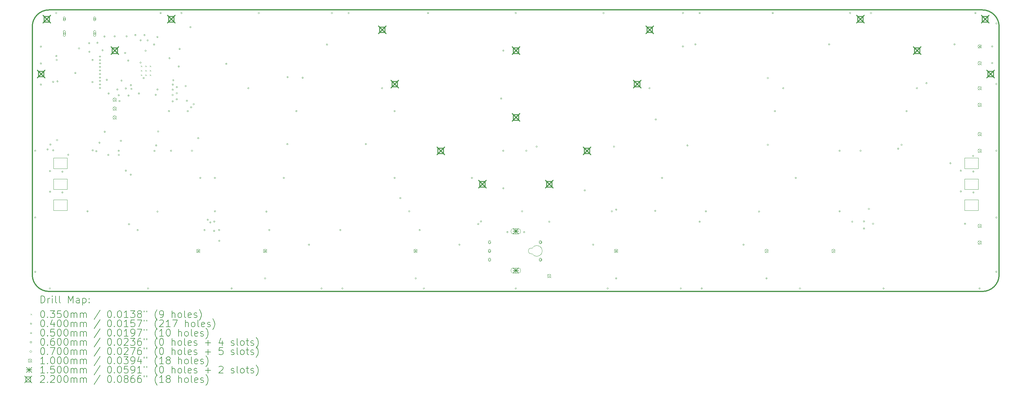
<source format=gbr>
%TF.GenerationSoftware,KiCad,Pcbnew,8.0.5*%
%TF.CreationDate,2024-09-18T06:09:14+09:00*%
%TF.ProjectId,SandyLP_Base,53616e64-794c-4505-9f42-6173652e6b69,v.0*%
%TF.SameCoordinates,Original*%
%TF.FileFunction,Drillmap*%
%TF.FilePolarity,Positive*%
%FSLAX45Y45*%
G04 Gerber Fmt 4.5, Leading zero omitted, Abs format (unit mm)*
G04 Created by KiCad (PCBNEW 8.0.5) date 2024-09-18 06:09:14*
%MOMM*%
%LPD*%
G01*
G04 APERTURE LIST*
%ADD10C,0.120000*%
%ADD11C,0.300000*%
%ADD12C,0.200000*%
%ADD13C,0.100000*%
%ADD14C,0.150000*%
%ADD15C,0.220000*%
G04 APERTURE END LIST*
D10*
X16352093Y-10240377D02*
X16387094Y-10240377D01*
X16352093Y-10400377D02*
X16387094Y-10400377D01*
X16352093Y-10400377D02*
G75*
G02*
X16352093Y-10240377I0J80000D01*
G01*
X16387094Y-10240377D02*
G75*
G02*
X16387094Y-10400377I130000J-80000D01*
G01*
D11*
X2140844Y-10999712D02*
X2140844Y-3920961D01*
X29212093Y-3444711D02*
X2617094Y-3444711D01*
X29212093Y-11475961D02*
X2617094Y-11475961D01*
X29688343Y-10999712D02*
X29688343Y-3920961D01*
X2140844Y-3920961D02*
G75*
G02*
X2617094Y-3444711I476250J0D01*
G01*
X2617094Y-11475961D02*
G75*
G02*
X2140844Y-10999712I0J476250D01*
G01*
X29212093Y-3444711D02*
G75*
G02*
X29688342Y-3920961I0J-476249D01*
G01*
X29688343Y-10999712D02*
G75*
G02*
X29212093Y-11475960I-476250J1D01*
G01*
D10*
X2744281Y-8860653D02*
X2744281Y-9160653D01*
X2744281Y-9160653D02*
X3134281Y-9160653D01*
X3134281Y-8860653D02*
X2744281Y-8860653D01*
X3134281Y-9160653D02*
X3134281Y-8860653D01*
X28699906Y-8860653D02*
X28699906Y-9160653D01*
X28699906Y-9160653D02*
X29089906Y-9160653D01*
X29089906Y-8860653D02*
X28699906Y-8860653D01*
X29089906Y-9160653D02*
X29089906Y-8860653D01*
X28699906Y-8265340D02*
X28699906Y-8565341D01*
X28699906Y-8565341D02*
X29089906Y-8565341D01*
X29089906Y-8265340D02*
X28699906Y-8265340D01*
X29089906Y-8565341D02*
X29089906Y-8265340D01*
X28699906Y-7670028D02*
X28699906Y-7970028D01*
X28699906Y-7970028D02*
X29089906Y-7970028D01*
X29089906Y-7670028D02*
X28699906Y-7670028D01*
X29089906Y-7970028D02*
X29089906Y-7670028D01*
X2744281Y-8265340D02*
X2744281Y-8565341D01*
X2744281Y-8565341D02*
X3134281Y-8565341D01*
X3134281Y-8265340D02*
X2744281Y-8265340D01*
X3134281Y-8565341D02*
X3134281Y-8265340D01*
X2744281Y-7670028D02*
X2744281Y-7970028D01*
X2744281Y-7970028D02*
X3134281Y-7970028D01*
X3134281Y-7670028D02*
X2744281Y-7670028D01*
X3134281Y-7970028D02*
X3134281Y-7670028D01*
D12*
D13*
X5230844Y-5033466D02*
X5265844Y-5068466D01*
X5265844Y-5033466D02*
X5230844Y-5068466D01*
X5230844Y-5160966D02*
X5265844Y-5195966D01*
X5265844Y-5160966D02*
X5230844Y-5195966D01*
X5230844Y-5288466D02*
X5265844Y-5323466D01*
X5265844Y-5288466D02*
X5230844Y-5323466D01*
X5358344Y-5033466D02*
X5393344Y-5068466D01*
X5393344Y-5033466D02*
X5358344Y-5068466D01*
X5358344Y-5160966D02*
X5393344Y-5195966D01*
X5393344Y-5160966D02*
X5358344Y-5195966D01*
X5358344Y-5288466D02*
X5393344Y-5323466D01*
X5393344Y-5288466D02*
X5358344Y-5323466D01*
X5485844Y-5033466D02*
X5520844Y-5068466D01*
X5520844Y-5033466D02*
X5485844Y-5068466D01*
X5485844Y-5160966D02*
X5520844Y-5195966D01*
X5520844Y-5160966D02*
X5485844Y-5195966D01*
X5485844Y-5288466D02*
X5520844Y-5323466D01*
X5520844Y-5288466D02*
X5485844Y-5323466D01*
X2244906Y-7462844D02*
G75*
G02*
X2204906Y-7462844I-20000J0D01*
G01*
X2204906Y-7462844D02*
G75*
G02*
X2244906Y-7462844I20000J0D01*
G01*
X2244906Y-9367846D02*
G75*
G02*
X2204906Y-9367846I-20000J0D01*
G01*
X2204906Y-9367846D02*
G75*
G02*
X2244906Y-9367846I20000J0D01*
G01*
X2244906Y-10915660D02*
G75*
G02*
X2204906Y-10915660I-20000J0D01*
G01*
X2204906Y-10915660D02*
G75*
G02*
X2244906Y-10915660I20000J0D01*
G01*
X2407094Y-4492841D02*
G75*
G02*
X2367094Y-4492841I-20000J0D01*
G01*
X2367094Y-4492841D02*
G75*
G02*
X2407094Y-4492841I20000J0D01*
G01*
X2407094Y-4972841D02*
G75*
G02*
X2367094Y-4972841I-20000J0D01*
G01*
X2367094Y-4972841D02*
G75*
G02*
X2407094Y-4972841I20000J0D01*
G01*
X2407094Y-5572841D02*
G75*
G02*
X2367094Y-5572841I-20000J0D01*
G01*
X2367094Y-5572841D02*
G75*
G02*
X2407094Y-5572841I20000J0D01*
G01*
X2597094Y-7422840D02*
G75*
G02*
X2557094Y-7422840I-20000J0D01*
G01*
X2557094Y-7422840D02*
G75*
G02*
X2597094Y-7422840I20000J0D01*
G01*
X2661625Y-11391910D02*
G75*
G02*
X2621625Y-11391910I-20000J0D01*
G01*
X2621625Y-11391910D02*
G75*
G02*
X2661625Y-11391910I20000J0D01*
G01*
X2667094Y-8042840D02*
G75*
G02*
X2627094Y-8042840I-20000J0D01*
G01*
X2627094Y-8042840D02*
G75*
G02*
X2667094Y-8042840I20000J0D01*
G01*
X2667094Y-8632841D02*
G75*
G02*
X2627094Y-8632841I-20000J0D01*
G01*
X2627094Y-8632841D02*
G75*
G02*
X2667094Y-8632841I20000J0D01*
G01*
X2674594Y-7285540D02*
G75*
G02*
X2634594Y-7285540I-20000J0D01*
G01*
X2634594Y-7285540D02*
G75*
G02*
X2674594Y-7285540I20000J0D01*
G01*
X2754594Y-5496591D02*
G75*
G02*
X2714594Y-5496591I-20000J0D01*
G01*
X2714594Y-5496591D02*
G75*
G02*
X2754594Y-5496591I20000J0D01*
G01*
X2755844Y-7451465D02*
G75*
G02*
X2715844Y-7451465I-20000J0D01*
G01*
X2715844Y-7451465D02*
G75*
G02*
X2755844Y-7451465I20000J0D01*
G01*
X2840219Y-3533778D02*
G75*
G02*
X2800219Y-3533778I-20000J0D01*
G01*
X2800219Y-3533778D02*
G75*
G02*
X2840219Y-3533778I20000J0D01*
G01*
X2845843Y-4758466D02*
G75*
G02*
X2805843Y-4758466I-20000J0D01*
G01*
X2805843Y-4758466D02*
G75*
G02*
X2845843Y-4758466I20000J0D01*
G01*
X2857093Y-4872841D02*
G75*
G02*
X2817093Y-4872841I-20000J0D01*
G01*
X2817093Y-4872841D02*
G75*
G02*
X2857093Y-4872841I20000J0D01*
G01*
X2865843Y-7158465D02*
G75*
G02*
X2825843Y-7158465I-20000J0D01*
G01*
X2825843Y-7158465D02*
G75*
G02*
X2865843Y-7158465I20000J0D01*
G01*
X2877093Y-5482841D02*
G75*
G02*
X2837093Y-5482841I-20000J0D01*
G01*
X2837093Y-5482841D02*
G75*
G02*
X2877093Y-5482841I20000J0D01*
G01*
X3018813Y-8058157D02*
G75*
G02*
X2978813Y-8058157I-20000J0D01*
G01*
X2978813Y-8058157D02*
G75*
G02*
X3018813Y-8058157I20000J0D01*
G01*
X3018813Y-8653470D02*
G75*
G02*
X2978813Y-8653470I-20000J0D01*
G01*
X2978813Y-8653470D02*
G75*
G02*
X3018813Y-8653470I20000J0D01*
G01*
X3185843Y-7578465D02*
G75*
G02*
X3145843Y-7578465I-20000J0D01*
G01*
X3145843Y-7578465D02*
G75*
G02*
X3185843Y-7578465I20000J0D01*
G01*
X3387093Y-5242841D02*
G75*
G02*
X3347093Y-5242841I-20000J0D01*
G01*
X3347093Y-5242841D02*
G75*
G02*
X3387093Y-5242841I20000J0D01*
G01*
X3492093Y-4542841D02*
G75*
G02*
X3452093Y-4542841I-20000J0D01*
G01*
X3452093Y-4542841D02*
G75*
G02*
X3492093Y-4542841I20000J0D01*
G01*
X3733189Y-9189252D02*
G75*
G02*
X3693189Y-9189252I-20000J0D01*
G01*
X3693189Y-9189252D02*
G75*
G02*
X3733189Y-9189252I20000J0D01*
G01*
X3780843Y-4393466D02*
G75*
G02*
X3740843Y-4393466I-20000J0D01*
G01*
X3740843Y-4393466D02*
G75*
G02*
X3780843Y-4393466I20000J0D01*
G01*
X3787093Y-4637841D02*
G75*
G02*
X3747093Y-4637841I-20000J0D01*
G01*
X3747093Y-4637841D02*
G75*
G02*
X3787093Y-4637841I20000J0D01*
G01*
X3877093Y-4872841D02*
G75*
G02*
X3837093Y-4872841I-20000J0D01*
G01*
X3837093Y-4872841D02*
G75*
G02*
X3877093Y-4872841I20000J0D01*
G01*
X3877093Y-5502841D02*
G75*
G02*
X3837093Y-5502841I-20000J0D01*
G01*
X3837093Y-5502841D02*
G75*
G02*
X3877093Y-5502841I20000J0D01*
G01*
X3880387Y-7450340D02*
G75*
G02*
X3840387Y-7450340I-20000J0D01*
G01*
X3840387Y-7450340D02*
G75*
G02*
X3880387Y-7450340I20000J0D01*
G01*
X3988367Y-7475663D02*
G75*
G02*
X3948367Y-7475663I-20000J0D01*
G01*
X3948367Y-7475663D02*
G75*
G02*
X3988367Y-7475663I20000J0D01*
G01*
X4017093Y-4382841D02*
G75*
G02*
X3977093Y-4382841I-20000J0D01*
G01*
X3977093Y-4382841D02*
G75*
G02*
X4017093Y-4382841I20000J0D01*
G01*
X4075185Y-7232821D02*
G75*
G02*
X4035185Y-7232821I-20000J0D01*
G01*
X4035185Y-7232821D02*
G75*
G02*
X4075185Y-7232821I20000J0D01*
G01*
X4162093Y-4597841D02*
G75*
G02*
X4122093Y-4597841I-20000J0D01*
G01*
X4122093Y-4597841D02*
G75*
G02*
X4162093Y-4597841I20000J0D01*
G01*
X4217094Y-4202841D02*
G75*
G02*
X4177093Y-4202841I-20000J0D01*
G01*
X4177093Y-4202841D02*
G75*
G02*
X4217094Y-4202841I20000J0D01*
G01*
X4225844Y-6918465D02*
G75*
G02*
X4185843Y-6918465I-20000J0D01*
G01*
X4185843Y-6918465D02*
G75*
G02*
X4225844Y-6918465I20000J0D01*
G01*
X4285844Y-5438466D02*
G75*
G02*
X4245844Y-5438466I-20000J0D01*
G01*
X4245844Y-5438466D02*
G75*
G02*
X4285844Y-5438466I20000J0D01*
G01*
X4328502Y-7581907D02*
G75*
G02*
X4288502Y-7581907I-20000J0D01*
G01*
X4288502Y-7581907D02*
G75*
G02*
X4328502Y-7581907I20000J0D01*
G01*
X4335844Y-5828465D02*
G75*
G02*
X4295844Y-5828465I-20000J0D01*
G01*
X4295844Y-5828465D02*
G75*
G02*
X4335844Y-5828465I20000J0D01*
G01*
X4507094Y-4197841D02*
G75*
G02*
X4467094Y-4197841I-20000J0D01*
G01*
X4467094Y-4197841D02*
G75*
G02*
X4507094Y-4197841I20000J0D01*
G01*
X4583657Y-5716279D02*
G75*
G02*
X4543657Y-5716279I-20000J0D01*
G01*
X4543657Y-5716279D02*
G75*
G02*
X4583657Y-5716279I20000J0D01*
G01*
X4624594Y-7463886D02*
G75*
G02*
X4584594Y-7463886I-20000J0D01*
G01*
X4584594Y-7463886D02*
G75*
G02*
X4624594Y-7463886I20000J0D01*
G01*
X4625844Y-5878465D02*
G75*
G02*
X4585844Y-5878465I-20000J0D01*
G01*
X4585844Y-5878465D02*
G75*
G02*
X4625844Y-5878465I20000J0D01*
G01*
X4626158Y-7581907D02*
G75*
G02*
X4586158Y-7581907I-20000J0D01*
G01*
X4586158Y-7581907D02*
G75*
G02*
X4626158Y-7581907I20000J0D01*
G01*
X4647403Y-6045031D02*
G75*
G02*
X4607403Y-6045031I-20000J0D01*
G01*
X4607403Y-6045031D02*
G75*
G02*
X4647403Y-6045031I20000J0D01*
G01*
X4685844Y-7178465D02*
G75*
G02*
X4645844Y-7178465I-20000J0D01*
G01*
X4645844Y-7178465D02*
G75*
G02*
X4685844Y-7178465I20000J0D01*
G01*
X4704281Y-5460028D02*
G75*
G02*
X4664281Y-5460028I-20000J0D01*
G01*
X4664281Y-5460028D02*
G75*
G02*
X4704281Y-5460028I20000J0D01*
G01*
X4805844Y-4672216D02*
G75*
G02*
X4765844Y-4672216I-20000J0D01*
G01*
X4765844Y-4672216D02*
G75*
G02*
X4805844Y-4672216I20000J0D01*
G01*
X4825844Y-5684824D02*
G75*
G02*
X4785844Y-5684824I-20000J0D01*
G01*
X4785844Y-5684824D02*
G75*
G02*
X4825844Y-5684824I20000J0D01*
G01*
X4827094Y-8027840D02*
G75*
G02*
X4787094Y-8027840I-20000J0D01*
G01*
X4787094Y-8027840D02*
G75*
G02*
X4827094Y-8027840I20000J0D01*
G01*
X4847094Y-4197841D02*
G75*
G02*
X4807094Y-4197841I-20000J0D01*
G01*
X4807094Y-4197841D02*
G75*
G02*
X4847094Y-4197841I20000J0D01*
G01*
X4895844Y-4888466D02*
G75*
G02*
X4855844Y-4888466I-20000J0D01*
G01*
X4855844Y-4888466D02*
G75*
G02*
X4895844Y-4888466I20000J0D01*
G01*
X4903187Y-5889459D02*
G75*
G02*
X4863187Y-5889459I-20000J0D01*
G01*
X4863187Y-5889459D02*
G75*
G02*
X4903187Y-5889459I20000J0D01*
G01*
X4917094Y-9557841D02*
G75*
G02*
X4877094Y-9557841I-20000J0D01*
G01*
X4877094Y-9557841D02*
G75*
G02*
X4917094Y-9557841I20000J0D01*
G01*
X4967094Y-8142840D02*
G75*
G02*
X4927094Y-8142840I-20000J0D01*
G01*
X4927094Y-8142840D02*
G75*
G02*
X4967094Y-8142840I20000J0D01*
G01*
X4972094Y-5592840D02*
G75*
G02*
X4932094Y-5592840I-20000J0D01*
G01*
X4932094Y-5592840D02*
G75*
G02*
X4972094Y-5592840I20000J0D01*
G01*
X4983649Y-5699396D02*
G75*
G02*
X4943649Y-5699396I-20000J0D01*
G01*
X4943649Y-5699396D02*
G75*
G02*
X4983649Y-5699396I20000J0D01*
G01*
X5097094Y-4162840D02*
G75*
G02*
X5057094Y-4162840I-20000J0D01*
G01*
X5057094Y-4162840D02*
G75*
G02*
X5097094Y-4162840I20000J0D01*
G01*
X5161940Y-9725034D02*
G75*
G02*
X5121940Y-9725034I-20000J0D01*
G01*
X5121940Y-9725034D02*
G75*
G02*
X5161940Y-9725034I20000J0D01*
G01*
X5198729Y-5831351D02*
G75*
G02*
X5158729Y-5831351I-20000J0D01*
G01*
X5158729Y-5831351D02*
G75*
G02*
X5198729Y-5831351I20000J0D01*
G01*
X5245844Y-4948466D02*
G75*
G02*
X5205844Y-4948466I-20000J0D01*
G01*
X5205844Y-4948466D02*
G75*
G02*
X5245844Y-4948466I20000J0D01*
G01*
X5247094Y-4311841D02*
G75*
G02*
X5207094Y-4311841I-20000J0D01*
G01*
X5207094Y-4311841D02*
G75*
G02*
X5247094Y-4311841I20000J0D01*
G01*
X5335844Y-5388466D02*
G75*
G02*
X5295844Y-5388466I-20000J0D01*
G01*
X5295844Y-5388466D02*
G75*
G02*
X5335844Y-5388466I20000J0D01*
G01*
X5357094Y-4162840D02*
G75*
G02*
X5317094Y-4162840I-20000J0D01*
G01*
X5317094Y-4162840D02*
G75*
G02*
X5357094Y-4162840I20000J0D01*
G01*
X5390956Y-4610018D02*
G75*
G02*
X5350956Y-4610018I-20000J0D01*
G01*
X5350956Y-4610018D02*
G75*
G02*
X5390956Y-4610018I20000J0D01*
G01*
X5447094Y-4312841D02*
G75*
G02*
X5407094Y-4312841I-20000J0D01*
G01*
X5407094Y-4312841D02*
G75*
G02*
X5447094Y-4312841I20000J0D01*
G01*
X5459596Y-11391910D02*
G75*
G02*
X5419596Y-11391910I-20000J0D01*
G01*
X5419596Y-11391910D02*
G75*
G02*
X5459596Y-11391910I20000J0D01*
G01*
X5630776Y-4432398D02*
G75*
G02*
X5590776Y-4432398I-20000J0D01*
G01*
X5590776Y-4432398D02*
G75*
G02*
X5630776Y-4432398I20000J0D01*
G01*
X5642340Y-7465761D02*
G75*
G02*
X5602340Y-7465761I-20000J0D01*
G01*
X5602340Y-7465761D02*
G75*
G02*
X5642340Y-7465761I20000J0D01*
G01*
X5678243Y-5866473D02*
G75*
G02*
X5638243Y-5866473I-20000J0D01*
G01*
X5638243Y-5866473D02*
G75*
G02*
X5678243Y-5866473I20000J0D01*
G01*
X5690817Y-7311234D02*
G75*
G02*
X5650817Y-7311234I-20000J0D01*
G01*
X5650817Y-7311234D02*
G75*
G02*
X5690817Y-7311234I20000J0D01*
G01*
X5725843Y-4218466D02*
G75*
G02*
X5685843Y-4218466I-20000J0D01*
G01*
X5685843Y-4218466D02*
G75*
G02*
X5725843Y-4218466I20000J0D01*
G01*
X5727093Y-5712840D02*
G75*
G02*
X5687093Y-5712840I-20000J0D01*
G01*
X5687093Y-5712840D02*
G75*
G02*
X5727093Y-5712840I20000J0D01*
G01*
X5727093Y-9197865D02*
G75*
G02*
X5687093Y-9197865I-20000J0D01*
G01*
X5687093Y-9197865D02*
G75*
G02*
X5727093Y-9197865I20000J0D01*
G01*
X5747093Y-6912840D02*
G75*
G02*
X5707093Y-6912840I-20000J0D01*
G01*
X5707093Y-6912840D02*
G75*
G02*
X5747093Y-6912840I20000J0D01*
G01*
X5816784Y-3533778D02*
G75*
G02*
X5776784Y-3533778I-20000J0D01*
G01*
X5776784Y-3533778D02*
G75*
G02*
X5816784Y-3533778I20000J0D01*
G01*
X6054909Y-6331750D02*
G75*
G02*
X6014909Y-6331750I-20000J0D01*
G01*
X6014909Y-6331750D02*
G75*
G02*
X6054909Y-6331750I20000J0D01*
G01*
X6069593Y-4822841D02*
G75*
G02*
X6029593Y-4822841I-20000J0D01*
G01*
X6029593Y-4822841D02*
G75*
G02*
X6069593Y-4822841I20000J0D01*
G01*
X6114441Y-7462844D02*
G75*
G02*
X6074441Y-7462844I-20000J0D01*
G01*
X6074441Y-7462844D02*
G75*
G02*
X6114441Y-7462844I20000J0D01*
G01*
X6160348Y-5870841D02*
G75*
G02*
X6120348Y-5870841I-20000J0D01*
G01*
X6120348Y-5870841D02*
G75*
G02*
X6160348Y-5870841I20000J0D01*
G01*
X6161812Y-5720841D02*
G75*
G02*
X6121812Y-5720841I-20000J0D01*
G01*
X6121812Y-5720841D02*
G75*
G02*
X6161812Y-5720841I20000J0D01*
G01*
X6162093Y-6052840D02*
G75*
G02*
X6122093Y-6052840I-20000J0D01*
G01*
X6122093Y-6052840D02*
G75*
G02*
X6162093Y-6052840I20000J0D01*
G01*
X6164593Y-5572841D02*
G75*
G02*
X6124593Y-5572841I-20000J0D01*
G01*
X6124593Y-5572841D02*
G75*
G02*
X6164593Y-5572841I20000J0D01*
G01*
X6177093Y-5452841D02*
G75*
G02*
X6137093Y-5452841I-20000J0D01*
G01*
X6137093Y-5452841D02*
G75*
G02*
X6177093Y-5452841I20000J0D01*
G01*
X6277093Y-5992840D02*
G75*
G02*
X6237093Y-5992840I-20000J0D01*
G01*
X6237093Y-5992840D02*
G75*
G02*
X6277093Y-5992840I20000J0D01*
G01*
X6278714Y-5821220D02*
G75*
G02*
X6238714Y-5821220I-20000J0D01*
G01*
X6238714Y-5821220D02*
G75*
G02*
X6278714Y-5821220I20000J0D01*
G01*
X6279010Y-5647840D02*
G75*
G02*
X6239010Y-5647840I-20000J0D01*
G01*
X6239010Y-5647840D02*
G75*
G02*
X6279010Y-5647840I20000J0D01*
G01*
X6334593Y-5057841D02*
G75*
G02*
X6294593Y-5057841I-20000J0D01*
G01*
X6294593Y-5057841D02*
G75*
G02*
X6334593Y-5057841I20000J0D01*
G01*
X6359593Y-4557841D02*
G75*
G02*
X6319593Y-4557841I-20000J0D01*
G01*
X6319593Y-4557841D02*
G75*
G02*
X6359593Y-4557841I20000J0D01*
G01*
X6412097Y-3533778D02*
G75*
G02*
X6372097Y-3533778I-20000J0D01*
G01*
X6372097Y-3533778D02*
G75*
G02*
X6412097Y-3533778I20000J0D01*
G01*
X6531160Y-5617374D02*
G75*
G02*
X6491160Y-5617374I-20000J0D01*
G01*
X6491160Y-5617374D02*
G75*
G02*
X6531160Y-5617374I20000J0D01*
G01*
X6565843Y-6038465D02*
G75*
G02*
X6525843Y-6038465I-20000J0D01*
G01*
X6525843Y-6038465D02*
G75*
G02*
X6565843Y-6038465I20000J0D01*
G01*
X6590691Y-6331750D02*
G75*
G02*
X6550691Y-6331750I-20000J0D01*
G01*
X6550691Y-6331750D02*
G75*
G02*
X6590691Y-6331750I20000J0D01*
G01*
X6667094Y-3937840D02*
G75*
G02*
X6627094Y-3937840I-20000J0D01*
G01*
X6627094Y-3937840D02*
G75*
G02*
X6667094Y-3937840I20000J0D01*
G01*
X6687093Y-6222856D02*
G75*
G02*
X6647093Y-6222856I-20000J0D01*
G01*
X6647093Y-6222856D02*
G75*
G02*
X6687093Y-6222856I20000J0D01*
G01*
X6709754Y-7462844D02*
G75*
G02*
X6669754Y-7462844I-20000J0D01*
G01*
X6669754Y-7462844D02*
G75*
G02*
X6709754Y-7462844I20000J0D01*
G01*
X6761814Y-6132840D02*
G75*
G02*
X6721814Y-6132840I-20000J0D01*
G01*
X6721814Y-6132840D02*
G75*
G02*
X6761814Y-6132840I20000J0D01*
G01*
X6888347Y-7105656D02*
G75*
G02*
X6848347Y-7105656I-20000J0D01*
G01*
X6848347Y-7105656D02*
G75*
G02*
X6888347Y-7105656I20000J0D01*
G01*
X6947879Y-8236751D02*
G75*
G02*
X6907879Y-8236751I-20000J0D01*
G01*
X6907879Y-8236751D02*
G75*
G02*
X6947879Y-8236751I20000J0D01*
G01*
X7066941Y-9725034D02*
G75*
G02*
X7026941Y-9725034I-20000J0D01*
G01*
X7026941Y-9725034D02*
G75*
G02*
X7066941Y-9725034I20000J0D01*
G01*
X7159593Y-9432841D02*
G75*
G02*
X7119593Y-9432841I-20000J0D01*
G01*
X7119593Y-9432841D02*
G75*
G02*
X7159593Y-9432841I20000J0D01*
G01*
X7232093Y-9507840D02*
G75*
G02*
X7192093Y-9507840I-20000J0D01*
G01*
X7192093Y-9507840D02*
G75*
G02*
X7232093Y-9507840I20000J0D01*
G01*
X7342093Y-9747841D02*
G75*
G02*
X7302093Y-9747841I-20000J0D01*
G01*
X7302093Y-9747841D02*
G75*
G02*
X7342093Y-9747841I20000J0D01*
G01*
X7345460Y-9479800D02*
G75*
G02*
X7305460Y-9479800I-20000J0D01*
G01*
X7305460Y-9479800D02*
G75*
G02*
X7345460Y-9479800I20000J0D01*
G01*
X7364598Y-8236751D02*
G75*
G02*
X7324598Y-8236751I-20000J0D01*
G01*
X7324598Y-8236751D02*
G75*
G02*
X7364598Y-8236751I20000J0D01*
G01*
X7364598Y-9189252D02*
G75*
G02*
X7324598Y-9189252I-20000J0D01*
G01*
X7324598Y-9189252D02*
G75*
G02*
X7364598Y-9189252I20000J0D01*
G01*
X7483660Y-9725034D02*
G75*
G02*
X7443660Y-9725034I-20000J0D01*
G01*
X7443660Y-9725034D02*
G75*
G02*
X7483660Y-9725034I20000J0D01*
G01*
X7487093Y-10032877D02*
G75*
G02*
X7447093Y-10032877I-20000J0D01*
G01*
X7447093Y-10032877D02*
G75*
G02*
X7487093Y-10032877I20000J0D01*
G01*
X7687093Y-4982841D02*
G75*
G02*
X7647093Y-4982841I-20000J0D01*
G01*
X7647093Y-4982841D02*
G75*
G02*
X7687093Y-4982841I20000J0D01*
G01*
X7840848Y-11391910D02*
G75*
G02*
X7800848Y-11391910I-20000J0D01*
G01*
X7800848Y-11391910D02*
G75*
G02*
X7840848Y-11391910I20000J0D01*
G01*
X8317099Y-5676905D02*
G75*
G02*
X8277099Y-5676905I-20000J0D01*
G01*
X8277099Y-5676905D02*
G75*
G02*
X8317099Y-5676905I20000J0D01*
G01*
X8614755Y-3533778D02*
G75*
G02*
X8574755Y-3533778I-20000J0D01*
G01*
X8574755Y-3533778D02*
G75*
G02*
X8614755Y-3533778I20000J0D01*
G01*
X8794594Y-11102877D02*
G75*
G02*
X8754594Y-11102877I-20000J0D01*
G01*
X8754594Y-11102877D02*
G75*
G02*
X8794594Y-11102877I20000J0D01*
G01*
X8832094Y-9197865D02*
G75*
G02*
X8792094Y-9197865I-20000J0D01*
G01*
X8792094Y-9197865D02*
G75*
G02*
X8832094Y-9197865I20000J0D01*
G01*
X8912412Y-9725034D02*
G75*
G02*
X8872412Y-9725034I-20000J0D01*
G01*
X8872412Y-9725034D02*
G75*
G02*
X8912412Y-9725034I20000J0D01*
G01*
X9329131Y-8236751D02*
G75*
G02*
X9289131Y-8236751I-20000J0D01*
G01*
X9289131Y-8236751D02*
G75*
G02*
X9329131Y-8236751I20000J0D01*
G01*
X9428352Y-7274098D02*
G75*
G02*
X9388352Y-7274098I-20000J0D01*
G01*
X9388352Y-7274098D02*
G75*
G02*
X9428352Y-7274098I20000J0D01*
G01*
X9435848Y-5361595D02*
G75*
G02*
X9395848Y-5361595I-20000J0D01*
G01*
X9395848Y-5361595D02*
G75*
G02*
X9435848Y-5361595I20000J0D01*
G01*
X9686319Y-6331750D02*
G75*
G02*
X9646319Y-6331750I-20000J0D01*
G01*
X9646319Y-6331750D02*
G75*
G02*
X9686319Y-6331750I20000J0D01*
G01*
X9864913Y-5379249D02*
G75*
G02*
X9824913Y-5379249I-20000J0D01*
G01*
X9824913Y-5379249D02*
G75*
G02*
X9864913Y-5379249I20000J0D01*
G01*
X10043506Y-10141753D02*
G75*
G02*
X10003506Y-10141753I-20000J0D01*
G01*
X10003506Y-10141753D02*
G75*
G02*
X10043506Y-10141753I20000J0D01*
G01*
X10400694Y-11391910D02*
G75*
G02*
X10360694Y-11391910I-20000J0D01*
G01*
X10360694Y-11391910D02*
G75*
G02*
X10400694Y-11391910I20000J0D01*
G01*
X10557094Y-4432841D02*
G75*
G02*
X10517094Y-4432841I-20000J0D01*
G01*
X10517094Y-4432841D02*
G75*
G02*
X10557094Y-4432841I20000J0D01*
G01*
X10698351Y-3533778D02*
G75*
G02*
X10658351Y-3533778I-20000J0D01*
G01*
X10658351Y-3533778D02*
G75*
G02*
X10698351Y-3533778I20000J0D01*
G01*
X10936476Y-9725034D02*
G75*
G02*
X10896476Y-9725034I-20000J0D01*
G01*
X10896476Y-9725034D02*
G75*
G02*
X10936476Y-9725034I20000J0D01*
G01*
X10996007Y-11391910D02*
G75*
G02*
X10956007Y-11391910I-20000J0D01*
G01*
X10956007Y-11391910D02*
G75*
G02*
X10996007Y-11391910I20000J0D01*
G01*
X11174601Y-3533778D02*
G75*
G02*
X11134601Y-3533778I-20000J0D01*
G01*
X11134601Y-3533778D02*
G75*
G02*
X11174601Y-3533778I20000J0D01*
G01*
X11667093Y-7272840D02*
G75*
G02*
X11627093Y-7272840I-20000J0D01*
G01*
X11627093Y-7272840D02*
G75*
G02*
X11667093Y-7272840I20000J0D01*
G01*
X12127102Y-5676905D02*
G75*
G02*
X12087102Y-5676905I-20000J0D01*
G01*
X12087102Y-5676905D02*
G75*
G02*
X12127102Y-5676905I20000J0D01*
G01*
X12484290Y-6331750D02*
G75*
G02*
X12444290Y-6331750I-20000J0D01*
G01*
X12444290Y-6331750D02*
G75*
G02*
X12484290Y-6331750I20000J0D01*
G01*
X12484290Y-8236751D02*
G75*
G02*
X12444290Y-8236751I-20000J0D01*
G01*
X12444290Y-8236751D02*
G75*
G02*
X12484290Y-8236751I20000J0D01*
G01*
X12647093Y-8812841D02*
G75*
G02*
X12607093Y-8812841I-20000J0D01*
G01*
X12607093Y-8812841D02*
G75*
G02*
X12647093Y-8812841I20000J0D01*
G01*
X12901009Y-9189252D02*
G75*
G02*
X12861009Y-9189252I-20000J0D01*
G01*
X12861009Y-9189252D02*
G75*
G02*
X12901009Y-9189252I20000J0D01*
G01*
X13087093Y-11102841D02*
G75*
G02*
X13047093Y-11102841I-20000J0D01*
G01*
X13047093Y-11102841D02*
G75*
G02*
X13087093Y-11102841I20000J0D01*
G01*
X13198665Y-9725034D02*
G75*
G02*
X13158665Y-9725034I-20000J0D01*
G01*
X13158665Y-9725034D02*
G75*
G02*
X13198665Y-9725034I20000J0D01*
G01*
X13317728Y-11391910D02*
G75*
G02*
X13277728Y-11391910I-20000J0D01*
G01*
X13277728Y-11391910D02*
G75*
G02*
X13317728Y-11391910I20000J0D01*
G01*
X13436790Y-3533778D02*
G75*
G02*
X13396790Y-3533778I-20000J0D01*
G01*
X13396790Y-3533778D02*
G75*
G02*
X13436790Y-3533778I20000J0D01*
G01*
X14329760Y-10141753D02*
G75*
G02*
X14289760Y-10141753I-20000J0D01*
G01*
X14289760Y-10141753D02*
G75*
G02*
X14329760Y-10141753I20000J0D01*
G01*
X14686948Y-8236751D02*
G75*
G02*
X14646948Y-8236751I-20000J0D01*
G01*
X14646948Y-8236751D02*
G75*
G02*
X14686948Y-8236751I20000J0D01*
G01*
X14865843Y-9552841D02*
G75*
G02*
X14825843Y-9552841I-20000J0D01*
G01*
X14825843Y-9552841D02*
G75*
G02*
X14865843Y-9552841I20000J0D01*
G01*
X14945843Y-9479800D02*
G75*
G02*
X14905843Y-9479800I-20000J0D01*
G01*
X14905843Y-9479800D02*
G75*
G02*
X14945843Y-9479800I20000J0D01*
G01*
X15520386Y-5974562D02*
G75*
G02*
X15480386Y-5974562I-20000J0D01*
G01*
X15480386Y-5974562D02*
G75*
G02*
X15520386Y-5974562I20000J0D01*
G01*
X15579917Y-4605342D02*
G75*
G02*
X15539917Y-4605342I-20000J0D01*
G01*
X15539917Y-4605342D02*
G75*
G02*
X15579917Y-4605342I20000J0D01*
G01*
X15579917Y-7462844D02*
G75*
G02*
X15539917Y-7462844I-20000J0D01*
G01*
X15539917Y-7462844D02*
G75*
G02*
X15579917Y-7462844I20000J0D01*
G01*
X15579917Y-8534408D02*
G75*
G02*
X15539917Y-8534408I-20000J0D01*
G01*
X15539917Y-8534408D02*
G75*
G02*
X15579917Y-8534408I20000J0D01*
G01*
X15698980Y-9784565D02*
G75*
G02*
X15658980Y-9784565I-20000J0D01*
G01*
X15658980Y-9784565D02*
G75*
G02*
X15698980Y-9784565I20000J0D01*
G01*
X15937105Y-3533778D02*
G75*
G02*
X15897105Y-3533778I-20000J0D01*
G01*
X15897105Y-3533778D02*
G75*
G02*
X15937105Y-3533778I20000J0D01*
G01*
X15937105Y-11391910D02*
G75*
G02*
X15897105Y-11391910I-20000J0D01*
G01*
X15897105Y-11391910D02*
G75*
G02*
X15937105Y-11391910I20000J0D01*
G01*
X16115699Y-9189252D02*
G75*
G02*
X16075699Y-9189252I-20000J0D01*
G01*
X16075699Y-9189252D02*
G75*
G02*
X16115699Y-9189252I20000J0D01*
G01*
X16175230Y-9784565D02*
G75*
G02*
X16135230Y-9784565I-20000J0D01*
G01*
X16135230Y-9784565D02*
G75*
G02*
X16175230Y-9784565I20000J0D01*
G01*
X16234762Y-7462844D02*
G75*
G02*
X16194762Y-7462844I-20000J0D01*
G01*
X16194762Y-7462844D02*
G75*
G02*
X16234762Y-7462844I20000J0D01*
G01*
X16532418Y-7343782D02*
G75*
G02*
X16492418Y-7343782I-20000J0D01*
G01*
X16492418Y-7343782D02*
G75*
G02*
X16532418Y-7343782I20000J0D01*
G01*
X16889606Y-9486909D02*
G75*
G02*
X16849606Y-9486909I-20000J0D01*
G01*
X16849606Y-9486909D02*
G75*
G02*
X16889606Y-9486909I20000J0D01*
G01*
X17901638Y-8593939D02*
G75*
G02*
X17861638Y-8593939I-20000J0D01*
G01*
X17861638Y-8593939D02*
G75*
G02*
X17901638Y-8593939I20000J0D01*
G01*
X18139763Y-10141753D02*
G75*
G02*
X18099763Y-10141753I-20000J0D01*
G01*
X18099763Y-10141753D02*
G75*
G02*
X18139763Y-10141753I20000J0D01*
G01*
X18437420Y-3533778D02*
G75*
G02*
X18397420Y-3533778I-20000J0D01*
G01*
X18397420Y-3533778D02*
G75*
G02*
X18437420Y-3533778I20000J0D01*
G01*
X18556482Y-11391910D02*
G75*
G02*
X18516482Y-11391910I-20000J0D01*
G01*
X18516482Y-11391910D02*
G75*
G02*
X18556482Y-11391910I20000J0D01*
G01*
X18675545Y-9189252D02*
G75*
G02*
X18635545Y-9189252I-20000J0D01*
G01*
X18635545Y-9189252D02*
G75*
G02*
X18675545Y-9189252I20000J0D01*
G01*
X18735076Y-7343782D02*
G75*
G02*
X18695076Y-7343782I-20000J0D01*
G01*
X18695076Y-7343782D02*
G75*
G02*
X18735076Y-7343782I20000J0D01*
G01*
X18797094Y-9142841D02*
G75*
G02*
X18757094Y-9142841I-20000J0D01*
G01*
X18757094Y-9142841D02*
G75*
G02*
X18797094Y-9142841I20000J0D01*
G01*
X18797094Y-11102841D02*
G75*
G02*
X18757094Y-11102841I-20000J0D01*
G01*
X18757094Y-11102841D02*
G75*
G02*
X18797094Y-11102841I20000J0D01*
G01*
X19747108Y-5676905D02*
G75*
G02*
X19707108Y-5676905I-20000J0D01*
G01*
X19707108Y-5676905D02*
G75*
G02*
X19747108Y-5676905I20000J0D01*
G01*
X19909636Y-9175383D02*
G75*
G02*
X19869636Y-9175383I-20000J0D01*
G01*
X19869636Y-9175383D02*
G75*
G02*
X19909636Y-9175383I20000J0D01*
G01*
X19925702Y-6569875D02*
G75*
G02*
X19885702Y-6569875I-20000J0D01*
G01*
X19885702Y-6569875D02*
G75*
G02*
X19925702Y-6569875I20000J0D01*
G01*
X20104296Y-8236751D02*
G75*
G02*
X20064296Y-8236751I-20000J0D01*
G01*
X20064296Y-8236751D02*
G75*
G02*
X20104296Y-8236751I20000J0D01*
G01*
X20640078Y-11391910D02*
G75*
G02*
X20600078Y-11391910I-20000J0D01*
G01*
X20600078Y-11391910D02*
G75*
G02*
X20640078Y-11391910I20000J0D01*
G01*
X20699609Y-3533778D02*
G75*
G02*
X20659609Y-3533778I-20000J0D01*
G01*
X20659609Y-3533778D02*
G75*
G02*
X20699609Y-3533778I20000J0D01*
G01*
X20699609Y-4486279D02*
G75*
G02*
X20659609Y-4486279I-20000J0D01*
G01*
X20659609Y-4486279D02*
G75*
G02*
X20699609Y-4486279I20000J0D01*
G01*
X20827094Y-7312840D02*
G75*
G02*
X20787094Y-7312840I-20000J0D01*
G01*
X20787094Y-7312840D02*
G75*
G02*
X20827094Y-7312840I20000J0D01*
G01*
X21056797Y-4426748D02*
G75*
G02*
X21016797Y-4426748I-20000J0D01*
G01*
X21016797Y-4426748D02*
G75*
G02*
X21056797Y-4426748I20000J0D01*
G01*
X21175860Y-3533778D02*
G75*
G02*
X21135860Y-3533778I-20000J0D01*
G01*
X21135860Y-3533778D02*
G75*
G02*
X21175860Y-3533778I20000J0D01*
G01*
X21175860Y-9486909D02*
G75*
G02*
X21135860Y-9486909I-20000J0D01*
G01*
X21135860Y-9486909D02*
G75*
G02*
X21175860Y-9486909I20000J0D01*
G01*
X21235391Y-11391910D02*
G75*
G02*
X21195391Y-11391910I-20000J0D01*
G01*
X21195391Y-11391910D02*
G75*
G02*
X21235391Y-11391910I20000J0D01*
G01*
X21354453Y-9189252D02*
G75*
G02*
X21314453Y-9189252I-20000J0D01*
G01*
X21314453Y-9189252D02*
G75*
G02*
X21354453Y-9189252I20000J0D01*
G01*
X22426017Y-10141753D02*
G75*
G02*
X22386017Y-10141753I-20000J0D01*
G01*
X22386017Y-10141753D02*
G75*
G02*
X22426017Y-10141753I20000J0D01*
G01*
X22867093Y-9197869D02*
G75*
G02*
X22827093Y-9197869I-20000J0D01*
G01*
X22827093Y-9197869D02*
G75*
G02*
X22867093Y-9197869I20000J0D01*
G01*
X23082093Y-11102841D02*
G75*
G02*
X23042093Y-11102841I-20000J0D01*
G01*
X23042093Y-11102841D02*
G75*
G02*
X23082093Y-11102841I20000J0D01*
G01*
X23119645Y-7292840D02*
G75*
G02*
X23079645Y-7292840I-20000J0D01*
G01*
X23079645Y-7292840D02*
G75*
G02*
X23119645Y-7292840I20000J0D01*
G01*
X23119665Y-5387853D02*
G75*
G02*
X23079665Y-5387853I-20000J0D01*
G01*
X23079665Y-5387853D02*
G75*
G02*
X23119665Y-5387853I20000J0D01*
G01*
X23259455Y-3533778D02*
G75*
G02*
X23219455Y-3533778I-20000J0D01*
G01*
X23219455Y-3533778D02*
G75*
G02*
X23259455Y-3533778I20000J0D01*
G01*
X23318986Y-6331750D02*
G75*
G02*
X23278986Y-6331750I-20000J0D01*
G01*
X23278986Y-6331750D02*
G75*
G02*
X23318986Y-6331750I20000J0D01*
G01*
X23557111Y-5676905D02*
G75*
G02*
X23517111Y-5676905I-20000J0D01*
G01*
X23517111Y-5676905D02*
G75*
G02*
X23557111Y-5676905I20000J0D01*
G01*
X23914299Y-8236751D02*
G75*
G02*
X23874299Y-8236751I-20000J0D01*
G01*
X23874299Y-8236751D02*
G75*
G02*
X23914299Y-8236751I20000J0D01*
G01*
X24033362Y-11391910D02*
G75*
G02*
X23993362Y-11391910I-20000J0D01*
G01*
X23993362Y-11391910D02*
G75*
G02*
X24033362Y-11391910I20000J0D01*
G01*
X24866800Y-4426748D02*
G75*
G02*
X24826800Y-4426748I-20000J0D01*
G01*
X24826800Y-4426748D02*
G75*
G02*
X24866800Y-4426748I20000J0D01*
G01*
X25164457Y-7462844D02*
G75*
G02*
X25124457Y-7462844I-20000J0D01*
G01*
X25124457Y-7462844D02*
G75*
G02*
X25164457Y-7462844I20000J0D01*
G01*
X25164457Y-9189252D02*
G75*
G02*
X25124457Y-9189252I-20000J0D01*
G01*
X25124457Y-9189252D02*
G75*
G02*
X25164457Y-9189252I20000J0D01*
G01*
X25462113Y-3533778D02*
G75*
G02*
X25422113Y-3533778I-20000J0D01*
G01*
X25422113Y-3533778D02*
G75*
G02*
X25462113Y-3533778I20000J0D01*
G01*
X25521644Y-9486909D02*
G75*
G02*
X25481644Y-9486909I-20000J0D01*
G01*
X25481644Y-9486909D02*
G75*
G02*
X25521644Y-9486909I20000J0D01*
G01*
X25759770Y-7462844D02*
G75*
G02*
X25719770Y-7462844I-20000J0D01*
G01*
X25719770Y-7462844D02*
G75*
G02*
X25759770Y-7462844I20000J0D01*
G01*
X25857093Y-9477841D02*
G75*
G02*
X25817093Y-9477841I-20000J0D01*
G01*
X25817093Y-9477841D02*
G75*
G02*
X25857093Y-9477841I20000J0D01*
G01*
X25857094Y-9682841D02*
G75*
G02*
X25817094Y-9682841I-20000J0D01*
G01*
X25817094Y-9682841D02*
G75*
G02*
X25857094Y-9682841I20000J0D01*
G01*
X25997093Y-9122841D02*
G75*
G02*
X25957093Y-9122841I-20000J0D01*
G01*
X25957093Y-9122841D02*
G75*
G02*
X25997093Y-9122841I20000J0D01*
G01*
X26057426Y-3533778D02*
G75*
G02*
X26017426Y-3533778I-20000J0D01*
G01*
X26017426Y-3533778D02*
G75*
G02*
X26057426Y-3533778I20000J0D01*
G01*
X26116957Y-9546440D02*
G75*
G02*
X26076957Y-9546440I-20000J0D01*
G01*
X26076957Y-9546440D02*
G75*
G02*
X26116957Y-9546440I20000J0D01*
G01*
X26414614Y-11391910D02*
G75*
G02*
X26374614Y-11391910I-20000J0D01*
G01*
X26374614Y-11391910D02*
G75*
G02*
X26414614Y-11391910I20000J0D01*
G01*
X26831333Y-7403313D02*
G75*
G02*
X26791333Y-7403313I-20000J0D01*
G01*
X26791333Y-7403313D02*
G75*
G02*
X26831333Y-7403313I20000J0D01*
G01*
X26929581Y-7292860D02*
G75*
G02*
X26889581Y-7292860I-20000J0D01*
G01*
X26889581Y-7292860D02*
G75*
G02*
X26929581Y-7292860I20000J0D01*
G01*
X27069458Y-6331750D02*
G75*
G02*
X27029458Y-6331750I-20000J0D01*
G01*
X27029458Y-6331750D02*
G75*
G02*
X27069458Y-6331750I20000J0D01*
G01*
X27367115Y-5676905D02*
G75*
G02*
X27327115Y-5676905I-20000J0D01*
G01*
X27327115Y-5676905D02*
G75*
G02*
X27367115Y-5676905I20000J0D01*
G01*
X27638343Y-5534091D02*
G75*
G02*
X27598343Y-5534091I-20000J0D01*
G01*
X27598343Y-5534091D02*
G75*
G02*
X27638343Y-5534091I20000J0D01*
G01*
X28319615Y-7820032D02*
G75*
G02*
X28279615Y-7820032I-20000J0D01*
G01*
X28279615Y-7820032D02*
G75*
G02*
X28319615Y-7820032I20000J0D01*
G01*
X28438678Y-4426748D02*
G75*
G02*
X28398678Y-4426748I-20000J0D01*
G01*
X28398678Y-4426748D02*
G75*
G02*
X28438678Y-4426748I20000J0D01*
G01*
X28617093Y-8032840D02*
G75*
G02*
X28577093Y-8032840I-20000J0D01*
G01*
X28577093Y-8032840D02*
G75*
G02*
X28617093Y-8032840I20000J0D01*
G01*
X28617093Y-8622841D02*
G75*
G02*
X28577093Y-8622841I-20000J0D01*
G01*
X28577093Y-8622841D02*
G75*
G02*
X28617093Y-8622841I20000J0D01*
G01*
X28736335Y-9546440D02*
G75*
G02*
X28696335Y-9546440I-20000J0D01*
G01*
X28696335Y-9546440D02*
G75*
G02*
X28736335Y-9546440I20000J0D01*
G01*
X28967093Y-7612840D02*
G75*
G02*
X28927093Y-7612840I-20000J0D01*
G01*
X28927093Y-7612840D02*
G75*
G02*
X28967093Y-7612840I20000J0D01*
G01*
X28974460Y-8058157D02*
G75*
G02*
X28934460Y-8058157I-20000J0D01*
G01*
X28934460Y-8058157D02*
G75*
G02*
X28974460Y-8058157I20000J0D01*
G01*
X28974460Y-8653470D02*
G75*
G02*
X28934460Y-8653470I-20000J0D01*
G01*
X28934460Y-8653470D02*
G75*
G02*
X28974460Y-8653470I20000J0D01*
G01*
X29033991Y-3533778D02*
G75*
G02*
X28993991Y-3533778I-20000J0D01*
G01*
X28993991Y-3533778D02*
G75*
G02*
X29033991Y-3533778I20000J0D01*
G01*
X29153054Y-11391910D02*
G75*
G02*
X29113054Y-11391910I-20000J0D01*
G01*
X29113054Y-11391910D02*
G75*
G02*
X29153054Y-11391910I20000J0D01*
G01*
X29510241Y-4486279D02*
G75*
G02*
X29470241Y-4486279I-20000J0D01*
G01*
X29470241Y-4486279D02*
G75*
G02*
X29510241Y-4486279I20000J0D01*
G01*
X29510241Y-4962530D02*
G75*
G02*
X29470241Y-4962530I-20000J0D01*
G01*
X29470241Y-4962530D02*
G75*
G02*
X29510241Y-4962530I20000J0D01*
G01*
X29629304Y-3831435D02*
G75*
G02*
X29589304Y-3831435I-20000J0D01*
G01*
X29589304Y-3831435D02*
G75*
G02*
X29629304Y-3831435I20000J0D01*
G01*
X29629304Y-5557843D02*
G75*
G02*
X29589304Y-5557843I-20000J0D01*
G01*
X29589304Y-5557843D02*
G75*
G02*
X29629304Y-5557843I20000J0D01*
G01*
X29629304Y-7462844D02*
G75*
G02*
X29589304Y-7462844I-20000J0D01*
G01*
X29589304Y-7462844D02*
G75*
G02*
X29629304Y-7462844I20000J0D01*
G01*
X29629304Y-9367846D02*
G75*
G02*
X29589304Y-9367846I-20000J0D01*
G01*
X29589304Y-9367846D02*
G75*
G02*
X29629304Y-9367846I20000J0D01*
G01*
X29629304Y-10915660D02*
G75*
G02*
X29589304Y-10915660I-20000J0D01*
G01*
X29589304Y-10915660D02*
G75*
G02*
X29629304Y-10915660I20000J0D01*
G01*
X4065843Y-4743466D02*
X4065843Y-4793466D01*
X4040843Y-4768466D02*
X4090843Y-4768466D01*
X4065843Y-4843466D02*
X4065843Y-4893466D01*
X4040843Y-4868466D02*
X4090843Y-4868466D01*
X4065843Y-4943466D02*
X4065843Y-4993466D01*
X4040843Y-4968466D02*
X4090843Y-4968466D01*
X4065843Y-5043466D02*
X4065843Y-5093466D01*
X4040843Y-5068466D02*
X4090843Y-5068466D01*
X4065843Y-5143466D02*
X4065843Y-5193466D01*
X4040843Y-5168466D02*
X4090843Y-5168466D01*
X4065843Y-5243466D02*
X4065843Y-5293466D01*
X4040843Y-5268466D02*
X4090843Y-5268466D01*
X4065843Y-5343466D02*
X4065843Y-5393466D01*
X4040843Y-5368466D02*
X4090843Y-5368466D01*
X4065843Y-5443466D02*
X4065843Y-5493466D01*
X4040843Y-5468466D02*
X4090843Y-5468466D01*
X4065843Y-5543466D02*
X4065843Y-5593465D01*
X4040843Y-5568466D02*
X4090843Y-5568466D01*
X4065843Y-5643465D02*
X4065843Y-5693465D01*
X4040843Y-5668465D02*
X4090843Y-5668465D01*
X3073807Y-3720925D02*
X3073807Y-3678498D01*
X3031380Y-3678498D01*
X3031380Y-3720925D01*
X3073807Y-3720925D01*
X3022593Y-3669711D02*
X3022593Y-3729711D01*
X3082593Y-3729711D02*
G75*
G02*
X3022593Y-3729711I-30000J0D01*
G01*
X3082593Y-3729711D02*
X3082593Y-3669711D01*
X3082593Y-3669711D02*
G75*
G03*
X3022593Y-3669711I-30000J0D01*
G01*
X3073807Y-4138925D02*
X3073807Y-4096498D01*
X3031380Y-4096498D01*
X3031380Y-4138925D01*
X3073807Y-4138925D01*
X3022593Y-4062711D02*
X3022593Y-4172711D01*
X3082593Y-4172711D02*
G75*
G02*
X3022593Y-4172711I-30000J0D01*
G01*
X3082593Y-4172711D02*
X3082593Y-4062711D01*
X3082593Y-4062711D02*
G75*
G03*
X3022593Y-4062711I-30000J0D01*
G01*
X3937807Y-3720925D02*
X3937807Y-3678498D01*
X3895380Y-3678498D01*
X3895380Y-3720925D01*
X3937807Y-3720925D01*
X3886593Y-3669711D02*
X3886593Y-3729711D01*
X3946593Y-3729711D02*
G75*
G02*
X3886593Y-3729711I-30000J0D01*
G01*
X3946593Y-3729711D02*
X3946593Y-3669711D01*
X3946593Y-3669711D02*
G75*
G03*
X3886593Y-3669711I-30000J0D01*
G01*
X3937807Y-4138925D02*
X3937807Y-4096498D01*
X3895380Y-4096498D01*
X3895380Y-4138925D01*
X3937807Y-4138925D01*
X3886593Y-4062711D02*
X3886593Y-4172711D01*
X3946593Y-4172711D02*
G75*
G02*
X3886593Y-4172711I-30000J0D01*
G01*
X3946593Y-4172711D02*
X3946593Y-4062711D01*
X3946593Y-4062711D02*
G75*
G03*
X3886593Y-4062711I-30000J0D01*
G01*
X15167093Y-10105377D02*
X15202093Y-10070377D01*
X15167093Y-10035377D01*
X15132093Y-10070377D01*
X15167093Y-10105377D01*
X15202093Y-10085377D02*
X15202093Y-10055377D01*
X15132093Y-10055377D02*
G75*
G02*
X15202093Y-10055377I35000J0D01*
G01*
X15132093Y-10055377D02*
X15132093Y-10085377D01*
X15132093Y-10085377D02*
G75*
G03*
X15202093Y-10085377I35000J0D01*
G01*
X15167093Y-10355377D02*
X15202093Y-10320377D01*
X15167093Y-10285377D01*
X15132093Y-10320377D01*
X15167093Y-10355377D01*
X15202093Y-10335377D02*
X15202093Y-10305377D01*
X15132093Y-10305377D02*
G75*
G02*
X15202093Y-10305377I35000J0D01*
G01*
X15132093Y-10305377D02*
X15132093Y-10335377D01*
X15132093Y-10335377D02*
G75*
G03*
X15202093Y-10335377I35000J0D01*
G01*
X15167093Y-10605377D02*
X15202093Y-10570377D01*
X15167093Y-10535377D01*
X15132093Y-10570377D01*
X15167093Y-10605377D01*
X15202093Y-10585377D02*
X15202093Y-10555377D01*
X15132093Y-10555377D02*
G75*
G02*
X15202093Y-10555377I35000J0D01*
G01*
X15132093Y-10555377D02*
X15132093Y-10585377D01*
X15132093Y-10585377D02*
G75*
G03*
X15202093Y-10585377I35000J0D01*
G01*
X16617093Y-10105377D02*
X16652093Y-10070377D01*
X16617093Y-10035377D01*
X16582093Y-10070377D01*
X16617093Y-10105377D01*
X16652093Y-10085377D02*
X16652093Y-10055377D01*
X16582093Y-10055377D02*
G75*
G02*
X16652093Y-10055377I35000J0D01*
G01*
X16582093Y-10055377D02*
X16582093Y-10085377D01*
X16582093Y-10085377D02*
G75*
G03*
X16652093Y-10085377I35000J0D01*
G01*
X16617093Y-10605377D02*
X16652093Y-10570377D01*
X16617093Y-10535377D01*
X16582093Y-10570377D01*
X16617093Y-10605377D01*
X16652093Y-10585377D02*
X16652093Y-10555377D01*
X16582093Y-10555377D02*
G75*
G02*
X16652093Y-10555377I35000J0D01*
G01*
X16582093Y-10555377D02*
X16582093Y-10585377D01*
X16582093Y-10585377D02*
G75*
G03*
X16652093Y-10585377I35000J0D01*
G01*
X4437094Y-5954840D02*
X4537094Y-6054840D01*
X4537094Y-5954840D02*
X4437094Y-6054840D01*
X4537094Y-6004840D02*
G75*
G02*
X4437094Y-6004840I-50000J0D01*
G01*
X4437094Y-6004840D02*
G75*
G02*
X4537094Y-6004840I50000J0D01*
G01*
X4437094Y-6208840D02*
X4537094Y-6308840D01*
X4537094Y-6208840D02*
X4437094Y-6308840D01*
X4537094Y-6258840D02*
G75*
G02*
X4437094Y-6258840I-50000J0D01*
G01*
X4437094Y-6258840D02*
G75*
G02*
X4537094Y-6258840I50000J0D01*
G01*
X4437094Y-6462840D02*
X4537094Y-6562840D01*
X4537094Y-6462840D02*
X4437094Y-6562840D01*
X4537094Y-6512840D02*
G75*
G02*
X4437094Y-6512840I-50000J0D01*
G01*
X4437094Y-6512840D02*
G75*
G02*
X4537094Y-6512840I50000J0D01*
G01*
X6818343Y-10270341D02*
X6918343Y-10370341D01*
X6918343Y-10270341D02*
X6818343Y-10370341D01*
X6918343Y-10320341D02*
G75*
G02*
X6818343Y-10320341I-50000J0D01*
G01*
X6818343Y-10320341D02*
G75*
G02*
X6918343Y-10320341I50000J0D01*
G01*
X8723343Y-10270341D02*
X8823343Y-10370341D01*
X8823343Y-10270341D02*
X8723343Y-10370341D01*
X8823343Y-10320341D02*
G75*
G02*
X8723343Y-10320341I-50000J0D01*
G01*
X8723343Y-10320341D02*
G75*
G02*
X8823343Y-10320341I50000J0D01*
G01*
X13009593Y-10270341D02*
X13109593Y-10370341D01*
X13109593Y-10270341D02*
X13009593Y-10370341D01*
X13109593Y-10320341D02*
G75*
G02*
X13009593Y-10320341I-50000J0D01*
G01*
X13009593Y-10320341D02*
G75*
G02*
X13109593Y-10320341I50000J0D01*
G01*
X16819606Y-10984722D02*
X16919606Y-11084722D01*
X16919606Y-10984722D02*
X16819606Y-11084722D01*
X16919606Y-11034722D02*
G75*
G02*
X16819606Y-11034722I-50000J0D01*
G01*
X16819606Y-11034722D02*
G75*
G02*
X16919606Y-11034722I50000J0D01*
G01*
X18724593Y-10270341D02*
X18824593Y-10370341D01*
X18824593Y-10270341D02*
X18724593Y-10370341D01*
X18824593Y-10320341D02*
G75*
G02*
X18724593Y-10320341I-50000J0D01*
G01*
X18724593Y-10320341D02*
G75*
G02*
X18824593Y-10320341I50000J0D01*
G01*
X23010843Y-10270341D02*
X23110843Y-10370341D01*
X23110843Y-10270341D02*
X23010843Y-10370341D01*
X23110843Y-10320341D02*
G75*
G02*
X23010843Y-10320341I-50000J0D01*
G01*
X23010843Y-10320341D02*
G75*
G02*
X23110843Y-10320341I50000J0D01*
G01*
X24915843Y-10270341D02*
X25015843Y-10370341D01*
X25015843Y-10270341D02*
X24915843Y-10370341D01*
X25015843Y-10320341D02*
G75*
G02*
X24915843Y-10320341I-50000J0D01*
G01*
X24915843Y-10320341D02*
G75*
G02*
X25015843Y-10320341I50000J0D01*
G01*
X29083031Y-4436278D02*
X29183031Y-4536278D01*
X29183031Y-4436278D02*
X29083031Y-4536278D01*
X29183031Y-4486278D02*
G75*
G02*
X29083031Y-4486278I-50000J0D01*
G01*
X29083031Y-4486278D02*
G75*
G02*
X29183031Y-4486278I50000J0D01*
G01*
X29083031Y-4912528D02*
X29183031Y-5012528D01*
X29183031Y-4912528D02*
X29083031Y-5012528D01*
X29183031Y-4962528D02*
G75*
G02*
X29083031Y-4962528I-50000J0D01*
G01*
X29083031Y-4962528D02*
G75*
G02*
X29183031Y-4962528I50000J0D01*
G01*
X29083031Y-5626903D02*
X29183031Y-5726903D01*
X29183031Y-5626903D02*
X29083031Y-5726903D01*
X29183031Y-5676903D02*
G75*
G02*
X29083031Y-5676903I-50000J0D01*
G01*
X29083031Y-5676903D02*
G75*
G02*
X29183031Y-5676903I50000J0D01*
G01*
X29083031Y-6103153D02*
X29183031Y-6203153D01*
X29183031Y-6103153D02*
X29083031Y-6203153D01*
X29183031Y-6153153D02*
G75*
G02*
X29083031Y-6153153I-50000J0D01*
G01*
X29083031Y-6153153D02*
G75*
G02*
X29183031Y-6153153I50000J0D01*
G01*
X29083031Y-6936590D02*
X29183031Y-7036590D01*
X29183031Y-6936590D02*
X29083031Y-7036590D01*
X29183031Y-6986590D02*
G75*
G02*
X29083031Y-6986590I-50000J0D01*
G01*
X29083031Y-6986590D02*
G75*
G02*
X29183031Y-6986590I50000J0D01*
G01*
X29083031Y-7412840D02*
X29183031Y-7512840D01*
X29183031Y-7412840D02*
X29083031Y-7512840D01*
X29183031Y-7462840D02*
G75*
G02*
X29083031Y-7462840I-50000J0D01*
G01*
X29083031Y-7462840D02*
G75*
G02*
X29183031Y-7462840I50000J0D01*
G01*
X29083031Y-9555966D02*
X29183031Y-9655966D01*
X29183031Y-9555966D02*
X29083031Y-9655966D01*
X29183031Y-9605966D02*
G75*
G02*
X29083031Y-9605966I-50000J0D01*
G01*
X29083031Y-9605966D02*
G75*
G02*
X29183031Y-9605966I50000J0D01*
G01*
X29083031Y-10032216D02*
X29183031Y-10132216D01*
X29183031Y-10032216D02*
X29083031Y-10132216D01*
X29183031Y-10082216D02*
G75*
G02*
X29083031Y-10082216I-50000J0D01*
G01*
X29083031Y-10082216D02*
G75*
G02*
X29183031Y-10082216I50000J0D01*
G01*
D14*
X15842093Y-9685377D02*
X15992093Y-9835377D01*
X15992093Y-9685377D02*
X15842093Y-9835377D01*
X15917093Y-9685377D02*
X15917093Y-9835377D01*
X15842093Y-9760377D02*
X15992093Y-9760377D01*
D13*
X15852093Y-9835377D02*
X15982093Y-9835377D01*
X15982093Y-9685377D02*
G75*
G02*
X15982093Y-9835377I0J-75000D01*
G01*
X15982093Y-9685377D02*
X15852093Y-9685377D01*
X15852093Y-9685377D02*
G75*
G03*
X15852093Y-9835377I0J-75000D01*
G01*
D14*
X15842093Y-10805377D02*
X15992093Y-10955377D01*
X15992093Y-10805377D02*
X15842093Y-10955377D01*
X15917093Y-10805377D02*
X15917093Y-10955377D01*
X15842093Y-10880377D02*
X15992093Y-10880377D01*
D13*
X15852093Y-10955377D02*
X15982093Y-10955377D01*
X15982093Y-10805377D02*
G75*
G02*
X15982093Y-10955377I0J-75000D01*
G01*
X15982093Y-10805377D02*
X15852093Y-10805377D01*
X15852093Y-10805377D02*
G75*
G03*
X15852093Y-10955377I0J-75000D01*
G01*
D15*
X2279594Y-5157841D02*
X2499594Y-5377841D01*
X2499594Y-5157841D02*
X2279594Y-5377841D01*
X2467376Y-5345623D02*
X2467376Y-5190058D01*
X2311811Y-5190058D01*
X2311811Y-5345623D01*
X2467376Y-5345623D01*
X2439594Y-3597840D02*
X2659594Y-3817840D01*
X2659594Y-3597840D02*
X2439594Y-3817840D01*
X2627376Y-3785623D02*
X2627376Y-3630058D01*
X2471811Y-3630058D01*
X2471811Y-3785623D01*
X2627376Y-3785623D01*
X4377094Y-4495341D02*
X4597094Y-4715341D01*
X4597094Y-4495341D02*
X4377094Y-4715341D01*
X4564876Y-4683123D02*
X4564876Y-4527558D01*
X4409311Y-4527558D01*
X4409311Y-4683123D01*
X4564876Y-4683123D01*
X5989593Y-3597840D02*
X6209593Y-3817840D01*
X6209593Y-3597840D02*
X5989593Y-3817840D01*
X6177376Y-3785623D02*
X6177376Y-3630058D01*
X6021811Y-3630058D01*
X6021811Y-3785623D01*
X6177376Y-3785623D01*
X11997093Y-3900028D02*
X12217093Y-4120028D01*
X12217093Y-3900028D02*
X11997093Y-4120028D01*
X12184876Y-4087810D02*
X12184876Y-3932245D01*
X12029311Y-3932245D01*
X12029311Y-4087810D01*
X12184876Y-4087810D01*
X12354281Y-5447841D02*
X12574281Y-5667840D01*
X12574281Y-5447841D02*
X12354281Y-5667840D01*
X12542063Y-5635623D02*
X12542063Y-5480058D01*
X12386498Y-5480058D01*
X12386498Y-5635623D01*
X12542063Y-5635623D01*
X13663968Y-7352840D02*
X13883968Y-7572840D01*
X13883968Y-7352840D02*
X13663968Y-7572840D01*
X13851751Y-7540623D02*
X13851751Y-7385058D01*
X13696186Y-7385058D01*
X13696186Y-7540623D01*
X13851751Y-7540623D01*
X14854593Y-8305340D02*
X15074593Y-8525341D01*
X15074593Y-8305340D02*
X14854593Y-8525341D01*
X15042376Y-8493123D02*
X15042376Y-8337558D01*
X14886811Y-8337558D01*
X14886811Y-8493123D01*
X15042376Y-8493123D01*
X15807093Y-4495341D02*
X16027093Y-4715341D01*
X16027093Y-4495341D02*
X15807093Y-4715341D01*
X15994876Y-4683123D02*
X15994876Y-4527558D01*
X15839311Y-4527558D01*
X15839311Y-4683123D01*
X15994876Y-4683123D01*
X15807093Y-6400340D02*
X16027093Y-6620340D01*
X16027093Y-6400340D02*
X15807093Y-6620340D01*
X15994876Y-6588123D02*
X15994876Y-6432558D01*
X15839311Y-6432558D01*
X15839311Y-6588123D01*
X15994876Y-6588123D01*
X16759593Y-8305340D02*
X16979594Y-8525341D01*
X16979594Y-8305340D02*
X16759593Y-8525341D01*
X16947376Y-8493123D02*
X16947376Y-8337558D01*
X16791811Y-8337558D01*
X16791811Y-8493123D01*
X16947376Y-8493123D01*
X17831156Y-7352840D02*
X18051156Y-7572840D01*
X18051156Y-7352840D02*
X17831156Y-7572840D01*
X18018939Y-7540623D02*
X18018939Y-7385058D01*
X17863374Y-7385058D01*
X17863374Y-7540623D01*
X18018939Y-7540623D01*
X19259906Y-5447841D02*
X19479906Y-5667840D01*
X19479906Y-5447841D02*
X19259906Y-5667840D01*
X19447689Y-5635623D02*
X19447689Y-5480058D01*
X19292124Y-5480058D01*
X19292124Y-5635623D01*
X19447689Y-5635623D01*
X19617094Y-3900028D02*
X19837094Y-4120028D01*
X19837094Y-3900028D02*
X19617094Y-4120028D01*
X19804876Y-4087810D02*
X19804876Y-3932245D01*
X19649311Y-3932245D01*
X19649311Y-4087810D01*
X19804876Y-4087810D01*
X25624593Y-3597840D02*
X25844593Y-3817840D01*
X25844593Y-3597840D02*
X25624593Y-3817840D01*
X25812376Y-3785623D02*
X25812376Y-3630058D01*
X25656811Y-3630058D01*
X25656811Y-3785623D01*
X25812376Y-3785623D01*
X27237093Y-4495341D02*
X27457093Y-4715341D01*
X27457093Y-4495341D02*
X27237093Y-4715341D01*
X27424876Y-4683123D02*
X27424876Y-4527558D01*
X27269311Y-4527558D01*
X27269311Y-4683123D01*
X27424876Y-4683123D01*
X29174593Y-3597840D02*
X29394593Y-3817840D01*
X29394593Y-3597840D02*
X29174593Y-3817840D01*
X29362376Y-3785623D02*
X29362376Y-3630058D01*
X29206811Y-3630058D01*
X29206811Y-3785623D01*
X29362376Y-3785623D01*
X29334593Y-5157841D02*
X29554593Y-5377841D01*
X29554593Y-5157841D02*
X29334593Y-5377841D01*
X29522376Y-5345623D02*
X29522376Y-5190058D01*
X29366811Y-5190058D01*
X29366811Y-5345623D01*
X29522376Y-5345623D01*
D12*
X2386620Y-11802445D02*
X2386620Y-11602445D01*
X2386620Y-11602445D02*
X2434239Y-11602445D01*
X2434239Y-11602445D02*
X2462811Y-11611969D01*
X2462811Y-11611969D02*
X2481858Y-11631017D01*
X2481858Y-11631017D02*
X2491382Y-11650064D01*
X2491382Y-11650064D02*
X2500906Y-11688159D01*
X2500906Y-11688159D02*
X2500906Y-11716731D01*
X2500906Y-11716731D02*
X2491382Y-11754826D01*
X2491382Y-11754826D02*
X2481858Y-11773874D01*
X2481858Y-11773874D02*
X2462811Y-11792921D01*
X2462811Y-11792921D02*
X2434239Y-11802445D01*
X2434239Y-11802445D02*
X2386620Y-11802445D01*
X2586620Y-11802445D02*
X2586620Y-11669112D01*
X2586620Y-11707207D02*
X2596144Y-11688159D01*
X2596144Y-11688159D02*
X2605668Y-11678636D01*
X2605668Y-11678636D02*
X2624716Y-11669112D01*
X2624716Y-11669112D02*
X2643763Y-11669112D01*
X2710430Y-11802445D02*
X2710430Y-11669112D01*
X2710430Y-11602445D02*
X2700906Y-11611969D01*
X2700906Y-11611969D02*
X2710430Y-11621493D01*
X2710430Y-11621493D02*
X2719954Y-11611969D01*
X2719954Y-11611969D02*
X2710430Y-11602445D01*
X2710430Y-11602445D02*
X2710430Y-11621493D01*
X2834239Y-11802445D02*
X2815192Y-11792921D01*
X2815192Y-11792921D02*
X2805668Y-11773874D01*
X2805668Y-11773874D02*
X2805668Y-11602445D01*
X2939001Y-11802445D02*
X2919954Y-11792921D01*
X2919954Y-11792921D02*
X2910430Y-11773874D01*
X2910430Y-11773874D02*
X2910430Y-11602445D01*
X3167573Y-11802445D02*
X3167573Y-11602445D01*
X3167573Y-11602445D02*
X3234239Y-11745302D01*
X3234239Y-11745302D02*
X3300906Y-11602445D01*
X3300906Y-11602445D02*
X3300906Y-11802445D01*
X3481858Y-11802445D02*
X3481858Y-11697683D01*
X3481858Y-11697683D02*
X3472335Y-11678636D01*
X3472335Y-11678636D02*
X3453287Y-11669112D01*
X3453287Y-11669112D02*
X3415192Y-11669112D01*
X3415192Y-11669112D02*
X3396144Y-11678636D01*
X3481858Y-11792921D02*
X3462811Y-11802445D01*
X3462811Y-11802445D02*
X3415192Y-11802445D01*
X3415192Y-11802445D02*
X3396144Y-11792921D01*
X3396144Y-11792921D02*
X3386620Y-11773874D01*
X3386620Y-11773874D02*
X3386620Y-11754826D01*
X3386620Y-11754826D02*
X3396144Y-11735779D01*
X3396144Y-11735779D02*
X3415192Y-11726255D01*
X3415192Y-11726255D02*
X3462811Y-11726255D01*
X3462811Y-11726255D02*
X3481858Y-11716731D01*
X3577096Y-11669112D02*
X3577096Y-11869112D01*
X3577096Y-11678636D02*
X3596144Y-11669112D01*
X3596144Y-11669112D02*
X3634239Y-11669112D01*
X3634239Y-11669112D02*
X3653287Y-11678636D01*
X3653287Y-11678636D02*
X3662811Y-11688159D01*
X3662811Y-11688159D02*
X3672335Y-11707207D01*
X3672335Y-11707207D02*
X3672335Y-11764350D01*
X3672335Y-11764350D02*
X3662811Y-11783398D01*
X3662811Y-11783398D02*
X3653287Y-11792921D01*
X3653287Y-11792921D02*
X3634239Y-11802445D01*
X3634239Y-11802445D02*
X3596144Y-11802445D01*
X3596144Y-11802445D02*
X3577096Y-11792921D01*
X3758049Y-11783398D02*
X3767573Y-11792921D01*
X3767573Y-11792921D02*
X3758049Y-11802445D01*
X3758049Y-11802445D02*
X3748525Y-11792921D01*
X3748525Y-11792921D02*
X3758049Y-11783398D01*
X3758049Y-11783398D02*
X3758049Y-11802445D01*
X3758049Y-11678636D02*
X3767573Y-11688159D01*
X3767573Y-11688159D02*
X3758049Y-11697683D01*
X3758049Y-11697683D02*
X3748525Y-11688159D01*
X3748525Y-11688159D02*
X3758049Y-11678636D01*
X3758049Y-11678636D02*
X3758049Y-11697683D01*
D13*
X2090843Y-12113461D02*
X2125844Y-12148461D01*
X2125844Y-12113461D02*
X2090843Y-12148461D01*
D12*
X2424716Y-12022445D02*
X2443763Y-12022445D01*
X2443763Y-12022445D02*
X2462811Y-12031969D01*
X2462811Y-12031969D02*
X2472335Y-12041493D01*
X2472335Y-12041493D02*
X2481858Y-12060540D01*
X2481858Y-12060540D02*
X2491382Y-12098636D01*
X2491382Y-12098636D02*
X2491382Y-12146255D01*
X2491382Y-12146255D02*
X2481858Y-12184350D01*
X2481858Y-12184350D02*
X2472335Y-12203398D01*
X2472335Y-12203398D02*
X2462811Y-12212921D01*
X2462811Y-12212921D02*
X2443763Y-12222445D01*
X2443763Y-12222445D02*
X2424716Y-12222445D01*
X2424716Y-12222445D02*
X2405668Y-12212921D01*
X2405668Y-12212921D02*
X2396144Y-12203398D01*
X2396144Y-12203398D02*
X2386620Y-12184350D01*
X2386620Y-12184350D02*
X2377097Y-12146255D01*
X2377097Y-12146255D02*
X2377097Y-12098636D01*
X2377097Y-12098636D02*
X2386620Y-12060540D01*
X2386620Y-12060540D02*
X2396144Y-12041493D01*
X2396144Y-12041493D02*
X2405668Y-12031969D01*
X2405668Y-12031969D02*
X2424716Y-12022445D01*
X2577097Y-12203398D02*
X2586620Y-12212921D01*
X2586620Y-12212921D02*
X2577097Y-12222445D01*
X2577097Y-12222445D02*
X2567573Y-12212921D01*
X2567573Y-12212921D02*
X2577097Y-12203398D01*
X2577097Y-12203398D02*
X2577097Y-12222445D01*
X2653287Y-12022445D02*
X2777097Y-12022445D01*
X2777097Y-12022445D02*
X2710430Y-12098636D01*
X2710430Y-12098636D02*
X2739001Y-12098636D01*
X2739001Y-12098636D02*
X2758049Y-12108159D01*
X2758049Y-12108159D02*
X2767573Y-12117683D01*
X2767573Y-12117683D02*
X2777097Y-12136731D01*
X2777097Y-12136731D02*
X2777097Y-12184350D01*
X2777097Y-12184350D02*
X2767573Y-12203398D01*
X2767573Y-12203398D02*
X2758049Y-12212921D01*
X2758049Y-12212921D02*
X2739001Y-12222445D01*
X2739001Y-12222445D02*
X2681858Y-12222445D01*
X2681858Y-12222445D02*
X2662811Y-12212921D01*
X2662811Y-12212921D02*
X2653287Y-12203398D01*
X2958049Y-12022445D02*
X2862811Y-12022445D01*
X2862811Y-12022445D02*
X2853287Y-12117683D01*
X2853287Y-12117683D02*
X2862811Y-12108159D01*
X2862811Y-12108159D02*
X2881858Y-12098636D01*
X2881858Y-12098636D02*
X2929477Y-12098636D01*
X2929477Y-12098636D02*
X2948525Y-12108159D01*
X2948525Y-12108159D02*
X2958049Y-12117683D01*
X2958049Y-12117683D02*
X2967573Y-12136731D01*
X2967573Y-12136731D02*
X2967573Y-12184350D01*
X2967573Y-12184350D02*
X2958049Y-12203398D01*
X2958049Y-12203398D02*
X2948525Y-12212921D01*
X2948525Y-12212921D02*
X2929477Y-12222445D01*
X2929477Y-12222445D02*
X2881858Y-12222445D01*
X2881858Y-12222445D02*
X2862811Y-12212921D01*
X2862811Y-12212921D02*
X2853287Y-12203398D01*
X3091382Y-12022445D02*
X3110430Y-12022445D01*
X3110430Y-12022445D02*
X3129477Y-12031969D01*
X3129477Y-12031969D02*
X3139001Y-12041493D01*
X3139001Y-12041493D02*
X3148525Y-12060540D01*
X3148525Y-12060540D02*
X3158049Y-12098636D01*
X3158049Y-12098636D02*
X3158049Y-12146255D01*
X3158049Y-12146255D02*
X3148525Y-12184350D01*
X3148525Y-12184350D02*
X3139001Y-12203398D01*
X3139001Y-12203398D02*
X3129477Y-12212921D01*
X3129477Y-12212921D02*
X3110430Y-12222445D01*
X3110430Y-12222445D02*
X3091382Y-12222445D01*
X3091382Y-12222445D02*
X3072335Y-12212921D01*
X3072335Y-12212921D02*
X3062811Y-12203398D01*
X3062811Y-12203398D02*
X3053287Y-12184350D01*
X3053287Y-12184350D02*
X3043763Y-12146255D01*
X3043763Y-12146255D02*
X3043763Y-12098636D01*
X3043763Y-12098636D02*
X3053287Y-12060540D01*
X3053287Y-12060540D02*
X3062811Y-12041493D01*
X3062811Y-12041493D02*
X3072335Y-12031969D01*
X3072335Y-12031969D02*
X3091382Y-12022445D01*
X3243763Y-12222445D02*
X3243763Y-12089112D01*
X3243763Y-12108159D02*
X3253287Y-12098636D01*
X3253287Y-12098636D02*
X3272335Y-12089112D01*
X3272335Y-12089112D02*
X3300906Y-12089112D01*
X3300906Y-12089112D02*
X3319954Y-12098636D01*
X3319954Y-12098636D02*
X3329477Y-12117683D01*
X3329477Y-12117683D02*
X3329477Y-12222445D01*
X3329477Y-12117683D02*
X3339001Y-12098636D01*
X3339001Y-12098636D02*
X3358049Y-12089112D01*
X3358049Y-12089112D02*
X3386620Y-12089112D01*
X3386620Y-12089112D02*
X3405668Y-12098636D01*
X3405668Y-12098636D02*
X3415192Y-12117683D01*
X3415192Y-12117683D02*
X3415192Y-12222445D01*
X3510430Y-12222445D02*
X3510430Y-12089112D01*
X3510430Y-12108159D02*
X3519954Y-12098636D01*
X3519954Y-12098636D02*
X3539001Y-12089112D01*
X3539001Y-12089112D02*
X3567573Y-12089112D01*
X3567573Y-12089112D02*
X3586620Y-12098636D01*
X3586620Y-12098636D02*
X3596144Y-12117683D01*
X3596144Y-12117683D02*
X3596144Y-12222445D01*
X3596144Y-12117683D02*
X3605668Y-12098636D01*
X3605668Y-12098636D02*
X3624716Y-12089112D01*
X3624716Y-12089112D02*
X3653287Y-12089112D01*
X3653287Y-12089112D02*
X3672335Y-12098636D01*
X3672335Y-12098636D02*
X3681858Y-12117683D01*
X3681858Y-12117683D02*
X3681858Y-12222445D01*
X4072335Y-12012921D02*
X3900906Y-12270064D01*
X4329478Y-12022445D02*
X4348525Y-12022445D01*
X4348525Y-12022445D02*
X4367573Y-12031969D01*
X4367573Y-12031969D02*
X4377097Y-12041493D01*
X4377097Y-12041493D02*
X4386621Y-12060540D01*
X4386621Y-12060540D02*
X4396144Y-12098636D01*
X4396144Y-12098636D02*
X4396144Y-12146255D01*
X4396144Y-12146255D02*
X4386621Y-12184350D01*
X4386621Y-12184350D02*
X4377097Y-12203398D01*
X4377097Y-12203398D02*
X4367573Y-12212921D01*
X4367573Y-12212921D02*
X4348525Y-12222445D01*
X4348525Y-12222445D02*
X4329478Y-12222445D01*
X4329478Y-12222445D02*
X4310430Y-12212921D01*
X4310430Y-12212921D02*
X4300906Y-12203398D01*
X4300906Y-12203398D02*
X4291382Y-12184350D01*
X4291382Y-12184350D02*
X4281859Y-12146255D01*
X4281859Y-12146255D02*
X4281859Y-12098636D01*
X4281859Y-12098636D02*
X4291382Y-12060540D01*
X4291382Y-12060540D02*
X4300906Y-12041493D01*
X4300906Y-12041493D02*
X4310430Y-12031969D01*
X4310430Y-12031969D02*
X4329478Y-12022445D01*
X4481859Y-12203398D02*
X4491382Y-12212921D01*
X4491382Y-12212921D02*
X4481859Y-12222445D01*
X4481859Y-12222445D02*
X4472335Y-12212921D01*
X4472335Y-12212921D02*
X4481859Y-12203398D01*
X4481859Y-12203398D02*
X4481859Y-12222445D01*
X4615192Y-12022445D02*
X4634240Y-12022445D01*
X4634240Y-12022445D02*
X4653287Y-12031969D01*
X4653287Y-12031969D02*
X4662811Y-12041493D01*
X4662811Y-12041493D02*
X4672335Y-12060540D01*
X4672335Y-12060540D02*
X4681859Y-12098636D01*
X4681859Y-12098636D02*
X4681859Y-12146255D01*
X4681859Y-12146255D02*
X4672335Y-12184350D01*
X4672335Y-12184350D02*
X4662811Y-12203398D01*
X4662811Y-12203398D02*
X4653287Y-12212921D01*
X4653287Y-12212921D02*
X4634240Y-12222445D01*
X4634240Y-12222445D02*
X4615192Y-12222445D01*
X4615192Y-12222445D02*
X4596144Y-12212921D01*
X4596144Y-12212921D02*
X4586621Y-12203398D01*
X4586621Y-12203398D02*
X4577097Y-12184350D01*
X4577097Y-12184350D02*
X4567573Y-12146255D01*
X4567573Y-12146255D02*
X4567573Y-12098636D01*
X4567573Y-12098636D02*
X4577097Y-12060540D01*
X4577097Y-12060540D02*
X4586621Y-12041493D01*
X4586621Y-12041493D02*
X4596144Y-12031969D01*
X4596144Y-12031969D02*
X4615192Y-12022445D01*
X4872335Y-12222445D02*
X4758049Y-12222445D01*
X4815192Y-12222445D02*
X4815192Y-12022445D01*
X4815192Y-12022445D02*
X4796144Y-12051017D01*
X4796144Y-12051017D02*
X4777097Y-12070064D01*
X4777097Y-12070064D02*
X4758049Y-12079588D01*
X4939002Y-12022445D02*
X5062811Y-12022445D01*
X5062811Y-12022445D02*
X4996144Y-12098636D01*
X4996144Y-12098636D02*
X5024716Y-12098636D01*
X5024716Y-12098636D02*
X5043763Y-12108159D01*
X5043763Y-12108159D02*
X5053287Y-12117683D01*
X5053287Y-12117683D02*
X5062811Y-12136731D01*
X5062811Y-12136731D02*
X5062811Y-12184350D01*
X5062811Y-12184350D02*
X5053287Y-12203398D01*
X5053287Y-12203398D02*
X5043763Y-12212921D01*
X5043763Y-12212921D02*
X5024716Y-12222445D01*
X5024716Y-12222445D02*
X4967573Y-12222445D01*
X4967573Y-12222445D02*
X4948525Y-12212921D01*
X4948525Y-12212921D02*
X4939002Y-12203398D01*
X5177097Y-12108159D02*
X5158049Y-12098636D01*
X5158049Y-12098636D02*
X5148525Y-12089112D01*
X5148525Y-12089112D02*
X5139002Y-12070064D01*
X5139002Y-12070064D02*
X5139002Y-12060540D01*
X5139002Y-12060540D02*
X5148525Y-12041493D01*
X5148525Y-12041493D02*
X5158049Y-12031969D01*
X5158049Y-12031969D02*
X5177097Y-12022445D01*
X5177097Y-12022445D02*
X5215192Y-12022445D01*
X5215192Y-12022445D02*
X5234240Y-12031969D01*
X5234240Y-12031969D02*
X5243763Y-12041493D01*
X5243763Y-12041493D02*
X5253287Y-12060540D01*
X5253287Y-12060540D02*
X5253287Y-12070064D01*
X5253287Y-12070064D02*
X5243763Y-12089112D01*
X5243763Y-12089112D02*
X5234240Y-12098636D01*
X5234240Y-12098636D02*
X5215192Y-12108159D01*
X5215192Y-12108159D02*
X5177097Y-12108159D01*
X5177097Y-12108159D02*
X5158049Y-12117683D01*
X5158049Y-12117683D02*
X5148525Y-12127207D01*
X5148525Y-12127207D02*
X5139002Y-12146255D01*
X5139002Y-12146255D02*
X5139002Y-12184350D01*
X5139002Y-12184350D02*
X5148525Y-12203398D01*
X5148525Y-12203398D02*
X5158049Y-12212921D01*
X5158049Y-12212921D02*
X5177097Y-12222445D01*
X5177097Y-12222445D02*
X5215192Y-12222445D01*
X5215192Y-12222445D02*
X5234240Y-12212921D01*
X5234240Y-12212921D02*
X5243763Y-12203398D01*
X5243763Y-12203398D02*
X5253287Y-12184350D01*
X5253287Y-12184350D02*
X5253287Y-12146255D01*
X5253287Y-12146255D02*
X5243763Y-12127207D01*
X5243763Y-12127207D02*
X5234240Y-12117683D01*
X5234240Y-12117683D02*
X5215192Y-12108159D01*
X5329478Y-12022445D02*
X5329478Y-12060540D01*
X5405668Y-12022445D02*
X5405668Y-12060540D01*
X5700906Y-12298636D02*
X5691382Y-12289112D01*
X5691382Y-12289112D02*
X5672335Y-12260540D01*
X5672335Y-12260540D02*
X5662811Y-12241493D01*
X5662811Y-12241493D02*
X5653287Y-12212921D01*
X5653287Y-12212921D02*
X5643763Y-12165302D01*
X5643763Y-12165302D02*
X5643763Y-12127207D01*
X5643763Y-12127207D02*
X5653287Y-12079588D01*
X5653287Y-12079588D02*
X5662811Y-12051017D01*
X5662811Y-12051017D02*
X5672335Y-12031969D01*
X5672335Y-12031969D02*
X5691382Y-12003398D01*
X5691382Y-12003398D02*
X5700906Y-11993874D01*
X5786621Y-12222445D02*
X5824716Y-12222445D01*
X5824716Y-12222445D02*
X5843763Y-12212921D01*
X5843763Y-12212921D02*
X5853287Y-12203398D01*
X5853287Y-12203398D02*
X5872335Y-12174826D01*
X5872335Y-12174826D02*
X5881859Y-12136731D01*
X5881859Y-12136731D02*
X5881859Y-12060540D01*
X5881859Y-12060540D02*
X5872335Y-12041493D01*
X5872335Y-12041493D02*
X5862811Y-12031969D01*
X5862811Y-12031969D02*
X5843763Y-12022445D01*
X5843763Y-12022445D02*
X5805668Y-12022445D01*
X5805668Y-12022445D02*
X5786621Y-12031969D01*
X5786621Y-12031969D02*
X5777097Y-12041493D01*
X5777097Y-12041493D02*
X5767573Y-12060540D01*
X5767573Y-12060540D02*
X5767573Y-12108159D01*
X5767573Y-12108159D02*
X5777097Y-12127207D01*
X5777097Y-12127207D02*
X5786621Y-12136731D01*
X5786621Y-12136731D02*
X5805668Y-12146255D01*
X5805668Y-12146255D02*
X5843763Y-12146255D01*
X5843763Y-12146255D02*
X5862811Y-12136731D01*
X5862811Y-12136731D02*
X5872335Y-12127207D01*
X5872335Y-12127207D02*
X5881859Y-12108159D01*
X6119954Y-12222445D02*
X6119954Y-12022445D01*
X6205668Y-12222445D02*
X6205668Y-12117683D01*
X6205668Y-12117683D02*
X6196144Y-12098636D01*
X6196144Y-12098636D02*
X6177097Y-12089112D01*
X6177097Y-12089112D02*
X6148525Y-12089112D01*
X6148525Y-12089112D02*
X6129478Y-12098636D01*
X6129478Y-12098636D02*
X6119954Y-12108159D01*
X6329478Y-12222445D02*
X6310430Y-12212921D01*
X6310430Y-12212921D02*
X6300906Y-12203398D01*
X6300906Y-12203398D02*
X6291383Y-12184350D01*
X6291383Y-12184350D02*
X6291383Y-12127207D01*
X6291383Y-12127207D02*
X6300906Y-12108159D01*
X6300906Y-12108159D02*
X6310430Y-12098636D01*
X6310430Y-12098636D02*
X6329478Y-12089112D01*
X6329478Y-12089112D02*
X6358049Y-12089112D01*
X6358049Y-12089112D02*
X6377097Y-12098636D01*
X6377097Y-12098636D02*
X6386621Y-12108159D01*
X6386621Y-12108159D02*
X6396144Y-12127207D01*
X6396144Y-12127207D02*
X6396144Y-12184350D01*
X6396144Y-12184350D02*
X6386621Y-12203398D01*
X6386621Y-12203398D02*
X6377097Y-12212921D01*
X6377097Y-12212921D02*
X6358049Y-12222445D01*
X6358049Y-12222445D02*
X6329478Y-12222445D01*
X6510430Y-12222445D02*
X6491383Y-12212921D01*
X6491383Y-12212921D02*
X6481859Y-12193874D01*
X6481859Y-12193874D02*
X6481859Y-12022445D01*
X6662811Y-12212921D02*
X6643764Y-12222445D01*
X6643764Y-12222445D02*
X6605668Y-12222445D01*
X6605668Y-12222445D02*
X6586621Y-12212921D01*
X6586621Y-12212921D02*
X6577097Y-12193874D01*
X6577097Y-12193874D02*
X6577097Y-12117683D01*
X6577097Y-12117683D02*
X6586621Y-12098636D01*
X6586621Y-12098636D02*
X6605668Y-12089112D01*
X6605668Y-12089112D02*
X6643764Y-12089112D01*
X6643764Y-12089112D02*
X6662811Y-12098636D01*
X6662811Y-12098636D02*
X6672335Y-12117683D01*
X6672335Y-12117683D02*
X6672335Y-12136731D01*
X6672335Y-12136731D02*
X6577097Y-12155779D01*
X6748525Y-12212921D02*
X6767573Y-12222445D01*
X6767573Y-12222445D02*
X6805668Y-12222445D01*
X6805668Y-12222445D02*
X6824716Y-12212921D01*
X6824716Y-12212921D02*
X6834240Y-12193874D01*
X6834240Y-12193874D02*
X6834240Y-12184350D01*
X6834240Y-12184350D02*
X6824716Y-12165302D01*
X6824716Y-12165302D02*
X6805668Y-12155779D01*
X6805668Y-12155779D02*
X6777097Y-12155779D01*
X6777097Y-12155779D02*
X6758049Y-12146255D01*
X6758049Y-12146255D02*
X6748525Y-12127207D01*
X6748525Y-12127207D02*
X6748525Y-12117683D01*
X6748525Y-12117683D02*
X6758049Y-12098636D01*
X6758049Y-12098636D02*
X6777097Y-12089112D01*
X6777097Y-12089112D02*
X6805668Y-12089112D01*
X6805668Y-12089112D02*
X6824716Y-12098636D01*
X6900906Y-12298636D02*
X6910430Y-12289112D01*
X6910430Y-12289112D02*
X6929478Y-12260540D01*
X6929478Y-12260540D02*
X6939002Y-12241493D01*
X6939002Y-12241493D02*
X6948525Y-12212921D01*
X6948525Y-12212921D02*
X6958049Y-12165302D01*
X6958049Y-12165302D02*
X6958049Y-12127207D01*
X6958049Y-12127207D02*
X6948525Y-12079588D01*
X6948525Y-12079588D02*
X6939002Y-12051017D01*
X6939002Y-12051017D02*
X6929478Y-12031969D01*
X6929478Y-12031969D02*
X6910430Y-12003398D01*
X6910430Y-12003398D02*
X6900906Y-11993874D01*
D13*
X2125844Y-12394961D02*
G75*
G02*
X2085843Y-12394961I-20000J0D01*
G01*
X2085843Y-12394961D02*
G75*
G02*
X2125844Y-12394961I20000J0D01*
G01*
D12*
X2424716Y-12286445D02*
X2443763Y-12286445D01*
X2443763Y-12286445D02*
X2462811Y-12295969D01*
X2462811Y-12295969D02*
X2472335Y-12305493D01*
X2472335Y-12305493D02*
X2481858Y-12324540D01*
X2481858Y-12324540D02*
X2491382Y-12362636D01*
X2491382Y-12362636D02*
X2491382Y-12410255D01*
X2491382Y-12410255D02*
X2481858Y-12448350D01*
X2481858Y-12448350D02*
X2472335Y-12467398D01*
X2472335Y-12467398D02*
X2462811Y-12476921D01*
X2462811Y-12476921D02*
X2443763Y-12486445D01*
X2443763Y-12486445D02*
X2424716Y-12486445D01*
X2424716Y-12486445D02*
X2405668Y-12476921D01*
X2405668Y-12476921D02*
X2396144Y-12467398D01*
X2396144Y-12467398D02*
X2386620Y-12448350D01*
X2386620Y-12448350D02*
X2377097Y-12410255D01*
X2377097Y-12410255D02*
X2377097Y-12362636D01*
X2377097Y-12362636D02*
X2386620Y-12324540D01*
X2386620Y-12324540D02*
X2396144Y-12305493D01*
X2396144Y-12305493D02*
X2405668Y-12295969D01*
X2405668Y-12295969D02*
X2424716Y-12286445D01*
X2577097Y-12467398D02*
X2586620Y-12476921D01*
X2586620Y-12476921D02*
X2577097Y-12486445D01*
X2577097Y-12486445D02*
X2567573Y-12476921D01*
X2567573Y-12476921D02*
X2577097Y-12467398D01*
X2577097Y-12467398D02*
X2577097Y-12486445D01*
X2758049Y-12353112D02*
X2758049Y-12486445D01*
X2710430Y-12276921D02*
X2662811Y-12419779D01*
X2662811Y-12419779D02*
X2786620Y-12419779D01*
X2900906Y-12286445D02*
X2919954Y-12286445D01*
X2919954Y-12286445D02*
X2939001Y-12295969D01*
X2939001Y-12295969D02*
X2948525Y-12305493D01*
X2948525Y-12305493D02*
X2958049Y-12324540D01*
X2958049Y-12324540D02*
X2967573Y-12362636D01*
X2967573Y-12362636D02*
X2967573Y-12410255D01*
X2967573Y-12410255D02*
X2958049Y-12448350D01*
X2958049Y-12448350D02*
X2948525Y-12467398D01*
X2948525Y-12467398D02*
X2939001Y-12476921D01*
X2939001Y-12476921D02*
X2919954Y-12486445D01*
X2919954Y-12486445D02*
X2900906Y-12486445D01*
X2900906Y-12486445D02*
X2881858Y-12476921D01*
X2881858Y-12476921D02*
X2872335Y-12467398D01*
X2872335Y-12467398D02*
X2862811Y-12448350D01*
X2862811Y-12448350D02*
X2853287Y-12410255D01*
X2853287Y-12410255D02*
X2853287Y-12362636D01*
X2853287Y-12362636D02*
X2862811Y-12324540D01*
X2862811Y-12324540D02*
X2872335Y-12305493D01*
X2872335Y-12305493D02*
X2881858Y-12295969D01*
X2881858Y-12295969D02*
X2900906Y-12286445D01*
X3091382Y-12286445D02*
X3110430Y-12286445D01*
X3110430Y-12286445D02*
X3129477Y-12295969D01*
X3129477Y-12295969D02*
X3139001Y-12305493D01*
X3139001Y-12305493D02*
X3148525Y-12324540D01*
X3148525Y-12324540D02*
X3158049Y-12362636D01*
X3158049Y-12362636D02*
X3158049Y-12410255D01*
X3158049Y-12410255D02*
X3148525Y-12448350D01*
X3148525Y-12448350D02*
X3139001Y-12467398D01*
X3139001Y-12467398D02*
X3129477Y-12476921D01*
X3129477Y-12476921D02*
X3110430Y-12486445D01*
X3110430Y-12486445D02*
X3091382Y-12486445D01*
X3091382Y-12486445D02*
X3072335Y-12476921D01*
X3072335Y-12476921D02*
X3062811Y-12467398D01*
X3062811Y-12467398D02*
X3053287Y-12448350D01*
X3053287Y-12448350D02*
X3043763Y-12410255D01*
X3043763Y-12410255D02*
X3043763Y-12362636D01*
X3043763Y-12362636D02*
X3053287Y-12324540D01*
X3053287Y-12324540D02*
X3062811Y-12305493D01*
X3062811Y-12305493D02*
X3072335Y-12295969D01*
X3072335Y-12295969D02*
X3091382Y-12286445D01*
X3243763Y-12486445D02*
X3243763Y-12353112D01*
X3243763Y-12372159D02*
X3253287Y-12362636D01*
X3253287Y-12362636D02*
X3272335Y-12353112D01*
X3272335Y-12353112D02*
X3300906Y-12353112D01*
X3300906Y-12353112D02*
X3319954Y-12362636D01*
X3319954Y-12362636D02*
X3329477Y-12381683D01*
X3329477Y-12381683D02*
X3329477Y-12486445D01*
X3329477Y-12381683D02*
X3339001Y-12362636D01*
X3339001Y-12362636D02*
X3358049Y-12353112D01*
X3358049Y-12353112D02*
X3386620Y-12353112D01*
X3386620Y-12353112D02*
X3405668Y-12362636D01*
X3405668Y-12362636D02*
X3415192Y-12381683D01*
X3415192Y-12381683D02*
X3415192Y-12486445D01*
X3510430Y-12486445D02*
X3510430Y-12353112D01*
X3510430Y-12372159D02*
X3519954Y-12362636D01*
X3519954Y-12362636D02*
X3539001Y-12353112D01*
X3539001Y-12353112D02*
X3567573Y-12353112D01*
X3567573Y-12353112D02*
X3586620Y-12362636D01*
X3586620Y-12362636D02*
X3596144Y-12381683D01*
X3596144Y-12381683D02*
X3596144Y-12486445D01*
X3596144Y-12381683D02*
X3605668Y-12362636D01*
X3605668Y-12362636D02*
X3624716Y-12353112D01*
X3624716Y-12353112D02*
X3653287Y-12353112D01*
X3653287Y-12353112D02*
X3672335Y-12362636D01*
X3672335Y-12362636D02*
X3681858Y-12381683D01*
X3681858Y-12381683D02*
X3681858Y-12486445D01*
X4072335Y-12276921D02*
X3900906Y-12534064D01*
X4329478Y-12286445D02*
X4348525Y-12286445D01*
X4348525Y-12286445D02*
X4367573Y-12295969D01*
X4367573Y-12295969D02*
X4377097Y-12305493D01*
X4377097Y-12305493D02*
X4386621Y-12324540D01*
X4386621Y-12324540D02*
X4396144Y-12362636D01*
X4396144Y-12362636D02*
X4396144Y-12410255D01*
X4396144Y-12410255D02*
X4386621Y-12448350D01*
X4386621Y-12448350D02*
X4377097Y-12467398D01*
X4377097Y-12467398D02*
X4367573Y-12476921D01*
X4367573Y-12476921D02*
X4348525Y-12486445D01*
X4348525Y-12486445D02*
X4329478Y-12486445D01*
X4329478Y-12486445D02*
X4310430Y-12476921D01*
X4310430Y-12476921D02*
X4300906Y-12467398D01*
X4300906Y-12467398D02*
X4291382Y-12448350D01*
X4291382Y-12448350D02*
X4281859Y-12410255D01*
X4281859Y-12410255D02*
X4281859Y-12362636D01*
X4281859Y-12362636D02*
X4291382Y-12324540D01*
X4291382Y-12324540D02*
X4300906Y-12305493D01*
X4300906Y-12305493D02*
X4310430Y-12295969D01*
X4310430Y-12295969D02*
X4329478Y-12286445D01*
X4481859Y-12467398D02*
X4491382Y-12476921D01*
X4491382Y-12476921D02*
X4481859Y-12486445D01*
X4481859Y-12486445D02*
X4472335Y-12476921D01*
X4472335Y-12476921D02*
X4481859Y-12467398D01*
X4481859Y-12467398D02*
X4481859Y-12486445D01*
X4615192Y-12286445D02*
X4634240Y-12286445D01*
X4634240Y-12286445D02*
X4653287Y-12295969D01*
X4653287Y-12295969D02*
X4662811Y-12305493D01*
X4662811Y-12305493D02*
X4672335Y-12324540D01*
X4672335Y-12324540D02*
X4681859Y-12362636D01*
X4681859Y-12362636D02*
X4681859Y-12410255D01*
X4681859Y-12410255D02*
X4672335Y-12448350D01*
X4672335Y-12448350D02*
X4662811Y-12467398D01*
X4662811Y-12467398D02*
X4653287Y-12476921D01*
X4653287Y-12476921D02*
X4634240Y-12486445D01*
X4634240Y-12486445D02*
X4615192Y-12486445D01*
X4615192Y-12486445D02*
X4596144Y-12476921D01*
X4596144Y-12476921D02*
X4586621Y-12467398D01*
X4586621Y-12467398D02*
X4577097Y-12448350D01*
X4577097Y-12448350D02*
X4567573Y-12410255D01*
X4567573Y-12410255D02*
X4567573Y-12362636D01*
X4567573Y-12362636D02*
X4577097Y-12324540D01*
X4577097Y-12324540D02*
X4586621Y-12305493D01*
X4586621Y-12305493D02*
X4596144Y-12295969D01*
X4596144Y-12295969D02*
X4615192Y-12286445D01*
X4872335Y-12486445D02*
X4758049Y-12486445D01*
X4815192Y-12486445D02*
X4815192Y-12286445D01*
X4815192Y-12286445D02*
X4796144Y-12315017D01*
X4796144Y-12315017D02*
X4777097Y-12334064D01*
X4777097Y-12334064D02*
X4758049Y-12343588D01*
X5053287Y-12286445D02*
X4958049Y-12286445D01*
X4958049Y-12286445D02*
X4948525Y-12381683D01*
X4948525Y-12381683D02*
X4958049Y-12372159D01*
X4958049Y-12372159D02*
X4977097Y-12362636D01*
X4977097Y-12362636D02*
X5024716Y-12362636D01*
X5024716Y-12362636D02*
X5043763Y-12372159D01*
X5043763Y-12372159D02*
X5053287Y-12381683D01*
X5053287Y-12381683D02*
X5062811Y-12400731D01*
X5062811Y-12400731D02*
X5062811Y-12448350D01*
X5062811Y-12448350D02*
X5053287Y-12467398D01*
X5053287Y-12467398D02*
X5043763Y-12476921D01*
X5043763Y-12476921D02*
X5024716Y-12486445D01*
X5024716Y-12486445D02*
X4977097Y-12486445D01*
X4977097Y-12486445D02*
X4958049Y-12476921D01*
X4958049Y-12476921D02*
X4948525Y-12467398D01*
X5129478Y-12286445D02*
X5262811Y-12286445D01*
X5262811Y-12286445D02*
X5177097Y-12486445D01*
X5329478Y-12286445D02*
X5329478Y-12324540D01*
X5405668Y-12286445D02*
X5405668Y-12324540D01*
X5700906Y-12562636D02*
X5691382Y-12553112D01*
X5691382Y-12553112D02*
X5672335Y-12524540D01*
X5672335Y-12524540D02*
X5662811Y-12505493D01*
X5662811Y-12505493D02*
X5653287Y-12476921D01*
X5653287Y-12476921D02*
X5643763Y-12429302D01*
X5643763Y-12429302D02*
X5643763Y-12391207D01*
X5643763Y-12391207D02*
X5653287Y-12343588D01*
X5653287Y-12343588D02*
X5662811Y-12315017D01*
X5662811Y-12315017D02*
X5672335Y-12295969D01*
X5672335Y-12295969D02*
X5691382Y-12267398D01*
X5691382Y-12267398D02*
X5700906Y-12257874D01*
X5767573Y-12305493D02*
X5777097Y-12295969D01*
X5777097Y-12295969D02*
X5796144Y-12286445D01*
X5796144Y-12286445D02*
X5843763Y-12286445D01*
X5843763Y-12286445D02*
X5862811Y-12295969D01*
X5862811Y-12295969D02*
X5872335Y-12305493D01*
X5872335Y-12305493D02*
X5881859Y-12324540D01*
X5881859Y-12324540D02*
X5881859Y-12343588D01*
X5881859Y-12343588D02*
X5872335Y-12372159D01*
X5872335Y-12372159D02*
X5758049Y-12486445D01*
X5758049Y-12486445D02*
X5881859Y-12486445D01*
X6072335Y-12486445D02*
X5958049Y-12486445D01*
X6015192Y-12486445D02*
X6015192Y-12286445D01*
X6015192Y-12286445D02*
X5996144Y-12315017D01*
X5996144Y-12315017D02*
X5977097Y-12334064D01*
X5977097Y-12334064D02*
X5958049Y-12343588D01*
X6139002Y-12286445D02*
X6272335Y-12286445D01*
X6272335Y-12286445D02*
X6186621Y-12486445D01*
X6500906Y-12486445D02*
X6500906Y-12286445D01*
X6586621Y-12486445D02*
X6586621Y-12381683D01*
X6586621Y-12381683D02*
X6577097Y-12362636D01*
X6577097Y-12362636D02*
X6558049Y-12353112D01*
X6558049Y-12353112D02*
X6529478Y-12353112D01*
X6529478Y-12353112D02*
X6510430Y-12362636D01*
X6510430Y-12362636D02*
X6500906Y-12372159D01*
X6710430Y-12486445D02*
X6691383Y-12476921D01*
X6691383Y-12476921D02*
X6681859Y-12467398D01*
X6681859Y-12467398D02*
X6672335Y-12448350D01*
X6672335Y-12448350D02*
X6672335Y-12391207D01*
X6672335Y-12391207D02*
X6681859Y-12372159D01*
X6681859Y-12372159D02*
X6691383Y-12362636D01*
X6691383Y-12362636D02*
X6710430Y-12353112D01*
X6710430Y-12353112D02*
X6739002Y-12353112D01*
X6739002Y-12353112D02*
X6758049Y-12362636D01*
X6758049Y-12362636D02*
X6767573Y-12372159D01*
X6767573Y-12372159D02*
X6777097Y-12391207D01*
X6777097Y-12391207D02*
X6777097Y-12448350D01*
X6777097Y-12448350D02*
X6767573Y-12467398D01*
X6767573Y-12467398D02*
X6758049Y-12476921D01*
X6758049Y-12476921D02*
X6739002Y-12486445D01*
X6739002Y-12486445D02*
X6710430Y-12486445D01*
X6891383Y-12486445D02*
X6872335Y-12476921D01*
X6872335Y-12476921D02*
X6862811Y-12457874D01*
X6862811Y-12457874D02*
X6862811Y-12286445D01*
X7043764Y-12476921D02*
X7024716Y-12486445D01*
X7024716Y-12486445D02*
X6986621Y-12486445D01*
X6986621Y-12486445D02*
X6967573Y-12476921D01*
X6967573Y-12476921D02*
X6958049Y-12457874D01*
X6958049Y-12457874D02*
X6958049Y-12381683D01*
X6958049Y-12381683D02*
X6967573Y-12362636D01*
X6967573Y-12362636D02*
X6986621Y-12353112D01*
X6986621Y-12353112D02*
X7024716Y-12353112D01*
X7024716Y-12353112D02*
X7043764Y-12362636D01*
X7043764Y-12362636D02*
X7053287Y-12381683D01*
X7053287Y-12381683D02*
X7053287Y-12400731D01*
X7053287Y-12400731D02*
X6958049Y-12419779D01*
X7129478Y-12476921D02*
X7148525Y-12486445D01*
X7148525Y-12486445D02*
X7186621Y-12486445D01*
X7186621Y-12486445D02*
X7205668Y-12476921D01*
X7205668Y-12476921D02*
X7215192Y-12457874D01*
X7215192Y-12457874D02*
X7215192Y-12448350D01*
X7215192Y-12448350D02*
X7205668Y-12429302D01*
X7205668Y-12429302D02*
X7186621Y-12419779D01*
X7186621Y-12419779D02*
X7158049Y-12419779D01*
X7158049Y-12419779D02*
X7139002Y-12410255D01*
X7139002Y-12410255D02*
X7129478Y-12391207D01*
X7129478Y-12391207D02*
X7129478Y-12381683D01*
X7129478Y-12381683D02*
X7139002Y-12362636D01*
X7139002Y-12362636D02*
X7158049Y-12353112D01*
X7158049Y-12353112D02*
X7186621Y-12353112D01*
X7186621Y-12353112D02*
X7205668Y-12362636D01*
X7281859Y-12562636D02*
X7291383Y-12553112D01*
X7291383Y-12553112D02*
X7310430Y-12524540D01*
X7310430Y-12524540D02*
X7319954Y-12505493D01*
X7319954Y-12505493D02*
X7329478Y-12476921D01*
X7329478Y-12476921D02*
X7339002Y-12429302D01*
X7339002Y-12429302D02*
X7339002Y-12391207D01*
X7339002Y-12391207D02*
X7329478Y-12343588D01*
X7329478Y-12343588D02*
X7319954Y-12315017D01*
X7319954Y-12315017D02*
X7310430Y-12295969D01*
X7310430Y-12295969D02*
X7291383Y-12267398D01*
X7291383Y-12267398D02*
X7281859Y-12257874D01*
D13*
X2100844Y-12633961D02*
X2100844Y-12683961D01*
X2075843Y-12658961D02*
X2125844Y-12658961D01*
D12*
X2424716Y-12550445D02*
X2443763Y-12550445D01*
X2443763Y-12550445D02*
X2462811Y-12559969D01*
X2462811Y-12559969D02*
X2472335Y-12569493D01*
X2472335Y-12569493D02*
X2481858Y-12588540D01*
X2481858Y-12588540D02*
X2491382Y-12626636D01*
X2491382Y-12626636D02*
X2491382Y-12674255D01*
X2491382Y-12674255D02*
X2481858Y-12712350D01*
X2481858Y-12712350D02*
X2472335Y-12731398D01*
X2472335Y-12731398D02*
X2462811Y-12740921D01*
X2462811Y-12740921D02*
X2443763Y-12750445D01*
X2443763Y-12750445D02*
X2424716Y-12750445D01*
X2424716Y-12750445D02*
X2405668Y-12740921D01*
X2405668Y-12740921D02*
X2396144Y-12731398D01*
X2396144Y-12731398D02*
X2386620Y-12712350D01*
X2386620Y-12712350D02*
X2377097Y-12674255D01*
X2377097Y-12674255D02*
X2377097Y-12626636D01*
X2377097Y-12626636D02*
X2386620Y-12588540D01*
X2386620Y-12588540D02*
X2396144Y-12569493D01*
X2396144Y-12569493D02*
X2405668Y-12559969D01*
X2405668Y-12559969D02*
X2424716Y-12550445D01*
X2577097Y-12731398D02*
X2586620Y-12740921D01*
X2586620Y-12740921D02*
X2577097Y-12750445D01*
X2577097Y-12750445D02*
X2567573Y-12740921D01*
X2567573Y-12740921D02*
X2577097Y-12731398D01*
X2577097Y-12731398D02*
X2577097Y-12750445D01*
X2767573Y-12550445D02*
X2672335Y-12550445D01*
X2672335Y-12550445D02*
X2662811Y-12645683D01*
X2662811Y-12645683D02*
X2672335Y-12636159D01*
X2672335Y-12636159D02*
X2691382Y-12626636D01*
X2691382Y-12626636D02*
X2739001Y-12626636D01*
X2739001Y-12626636D02*
X2758049Y-12636159D01*
X2758049Y-12636159D02*
X2767573Y-12645683D01*
X2767573Y-12645683D02*
X2777097Y-12664731D01*
X2777097Y-12664731D02*
X2777097Y-12712350D01*
X2777097Y-12712350D02*
X2767573Y-12731398D01*
X2767573Y-12731398D02*
X2758049Y-12740921D01*
X2758049Y-12740921D02*
X2739001Y-12750445D01*
X2739001Y-12750445D02*
X2691382Y-12750445D01*
X2691382Y-12750445D02*
X2672335Y-12740921D01*
X2672335Y-12740921D02*
X2662811Y-12731398D01*
X2900906Y-12550445D02*
X2919954Y-12550445D01*
X2919954Y-12550445D02*
X2939001Y-12559969D01*
X2939001Y-12559969D02*
X2948525Y-12569493D01*
X2948525Y-12569493D02*
X2958049Y-12588540D01*
X2958049Y-12588540D02*
X2967573Y-12626636D01*
X2967573Y-12626636D02*
X2967573Y-12674255D01*
X2967573Y-12674255D02*
X2958049Y-12712350D01*
X2958049Y-12712350D02*
X2948525Y-12731398D01*
X2948525Y-12731398D02*
X2939001Y-12740921D01*
X2939001Y-12740921D02*
X2919954Y-12750445D01*
X2919954Y-12750445D02*
X2900906Y-12750445D01*
X2900906Y-12750445D02*
X2881858Y-12740921D01*
X2881858Y-12740921D02*
X2872335Y-12731398D01*
X2872335Y-12731398D02*
X2862811Y-12712350D01*
X2862811Y-12712350D02*
X2853287Y-12674255D01*
X2853287Y-12674255D02*
X2853287Y-12626636D01*
X2853287Y-12626636D02*
X2862811Y-12588540D01*
X2862811Y-12588540D02*
X2872335Y-12569493D01*
X2872335Y-12569493D02*
X2881858Y-12559969D01*
X2881858Y-12559969D02*
X2900906Y-12550445D01*
X3091382Y-12550445D02*
X3110430Y-12550445D01*
X3110430Y-12550445D02*
X3129477Y-12559969D01*
X3129477Y-12559969D02*
X3139001Y-12569493D01*
X3139001Y-12569493D02*
X3148525Y-12588540D01*
X3148525Y-12588540D02*
X3158049Y-12626636D01*
X3158049Y-12626636D02*
X3158049Y-12674255D01*
X3158049Y-12674255D02*
X3148525Y-12712350D01*
X3148525Y-12712350D02*
X3139001Y-12731398D01*
X3139001Y-12731398D02*
X3129477Y-12740921D01*
X3129477Y-12740921D02*
X3110430Y-12750445D01*
X3110430Y-12750445D02*
X3091382Y-12750445D01*
X3091382Y-12750445D02*
X3072335Y-12740921D01*
X3072335Y-12740921D02*
X3062811Y-12731398D01*
X3062811Y-12731398D02*
X3053287Y-12712350D01*
X3053287Y-12712350D02*
X3043763Y-12674255D01*
X3043763Y-12674255D02*
X3043763Y-12626636D01*
X3043763Y-12626636D02*
X3053287Y-12588540D01*
X3053287Y-12588540D02*
X3062811Y-12569493D01*
X3062811Y-12569493D02*
X3072335Y-12559969D01*
X3072335Y-12559969D02*
X3091382Y-12550445D01*
X3243763Y-12750445D02*
X3243763Y-12617112D01*
X3243763Y-12636159D02*
X3253287Y-12626636D01*
X3253287Y-12626636D02*
X3272335Y-12617112D01*
X3272335Y-12617112D02*
X3300906Y-12617112D01*
X3300906Y-12617112D02*
X3319954Y-12626636D01*
X3319954Y-12626636D02*
X3329477Y-12645683D01*
X3329477Y-12645683D02*
X3329477Y-12750445D01*
X3329477Y-12645683D02*
X3339001Y-12626636D01*
X3339001Y-12626636D02*
X3358049Y-12617112D01*
X3358049Y-12617112D02*
X3386620Y-12617112D01*
X3386620Y-12617112D02*
X3405668Y-12626636D01*
X3405668Y-12626636D02*
X3415192Y-12645683D01*
X3415192Y-12645683D02*
X3415192Y-12750445D01*
X3510430Y-12750445D02*
X3510430Y-12617112D01*
X3510430Y-12636159D02*
X3519954Y-12626636D01*
X3519954Y-12626636D02*
X3539001Y-12617112D01*
X3539001Y-12617112D02*
X3567573Y-12617112D01*
X3567573Y-12617112D02*
X3586620Y-12626636D01*
X3586620Y-12626636D02*
X3596144Y-12645683D01*
X3596144Y-12645683D02*
X3596144Y-12750445D01*
X3596144Y-12645683D02*
X3605668Y-12626636D01*
X3605668Y-12626636D02*
X3624716Y-12617112D01*
X3624716Y-12617112D02*
X3653287Y-12617112D01*
X3653287Y-12617112D02*
X3672335Y-12626636D01*
X3672335Y-12626636D02*
X3681858Y-12645683D01*
X3681858Y-12645683D02*
X3681858Y-12750445D01*
X4072335Y-12540921D02*
X3900906Y-12798064D01*
X4329478Y-12550445D02*
X4348525Y-12550445D01*
X4348525Y-12550445D02*
X4367573Y-12559969D01*
X4367573Y-12559969D02*
X4377097Y-12569493D01*
X4377097Y-12569493D02*
X4386621Y-12588540D01*
X4386621Y-12588540D02*
X4396144Y-12626636D01*
X4396144Y-12626636D02*
X4396144Y-12674255D01*
X4396144Y-12674255D02*
X4386621Y-12712350D01*
X4386621Y-12712350D02*
X4377097Y-12731398D01*
X4377097Y-12731398D02*
X4367573Y-12740921D01*
X4367573Y-12740921D02*
X4348525Y-12750445D01*
X4348525Y-12750445D02*
X4329478Y-12750445D01*
X4329478Y-12750445D02*
X4310430Y-12740921D01*
X4310430Y-12740921D02*
X4300906Y-12731398D01*
X4300906Y-12731398D02*
X4291382Y-12712350D01*
X4291382Y-12712350D02*
X4281859Y-12674255D01*
X4281859Y-12674255D02*
X4281859Y-12626636D01*
X4281859Y-12626636D02*
X4291382Y-12588540D01*
X4291382Y-12588540D02*
X4300906Y-12569493D01*
X4300906Y-12569493D02*
X4310430Y-12559969D01*
X4310430Y-12559969D02*
X4329478Y-12550445D01*
X4481859Y-12731398D02*
X4491382Y-12740921D01*
X4491382Y-12740921D02*
X4481859Y-12750445D01*
X4481859Y-12750445D02*
X4472335Y-12740921D01*
X4472335Y-12740921D02*
X4481859Y-12731398D01*
X4481859Y-12731398D02*
X4481859Y-12750445D01*
X4615192Y-12550445D02*
X4634240Y-12550445D01*
X4634240Y-12550445D02*
X4653287Y-12559969D01*
X4653287Y-12559969D02*
X4662811Y-12569493D01*
X4662811Y-12569493D02*
X4672335Y-12588540D01*
X4672335Y-12588540D02*
X4681859Y-12626636D01*
X4681859Y-12626636D02*
X4681859Y-12674255D01*
X4681859Y-12674255D02*
X4672335Y-12712350D01*
X4672335Y-12712350D02*
X4662811Y-12731398D01*
X4662811Y-12731398D02*
X4653287Y-12740921D01*
X4653287Y-12740921D02*
X4634240Y-12750445D01*
X4634240Y-12750445D02*
X4615192Y-12750445D01*
X4615192Y-12750445D02*
X4596144Y-12740921D01*
X4596144Y-12740921D02*
X4586621Y-12731398D01*
X4586621Y-12731398D02*
X4577097Y-12712350D01*
X4577097Y-12712350D02*
X4567573Y-12674255D01*
X4567573Y-12674255D02*
X4567573Y-12626636D01*
X4567573Y-12626636D02*
X4577097Y-12588540D01*
X4577097Y-12588540D02*
X4586621Y-12569493D01*
X4586621Y-12569493D02*
X4596144Y-12559969D01*
X4596144Y-12559969D02*
X4615192Y-12550445D01*
X4872335Y-12750445D02*
X4758049Y-12750445D01*
X4815192Y-12750445D02*
X4815192Y-12550445D01*
X4815192Y-12550445D02*
X4796144Y-12579017D01*
X4796144Y-12579017D02*
X4777097Y-12598064D01*
X4777097Y-12598064D02*
X4758049Y-12607588D01*
X4967573Y-12750445D02*
X5005668Y-12750445D01*
X5005668Y-12750445D02*
X5024716Y-12740921D01*
X5024716Y-12740921D02*
X5034240Y-12731398D01*
X5034240Y-12731398D02*
X5053287Y-12702826D01*
X5053287Y-12702826D02*
X5062811Y-12664731D01*
X5062811Y-12664731D02*
X5062811Y-12588540D01*
X5062811Y-12588540D02*
X5053287Y-12569493D01*
X5053287Y-12569493D02*
X5043763Y-12559969D01*
X5043763Y-12559969D02*
X5024716Y-12550445D01*
X5024716Y-12550445D02*
X4986621Y-12550445D01*
X4986621Y-12550445D02*
X4967573Y-12559969D01*
X4967573Y-12559969D02*
X4958049Y-12569493D01*
X4958049Y-12569493D02*
X4948525Y-12588540D01*
X4948525Y-12588540D02*
X4948525Y-12636159D01*
X4948525Y-12636159D02*
X4958049Y-12655207D01*
X4958049Y-12655207D02*
X4967573Y-12664731D01*
X4967573Y-12664731D02*
X4986621Y-12674255D01*
X4986621Y-12674255D02*
X5024716Y-12674255D01*
X5024716Y-12674255D02*
X5043763Y-12664731D01*
X5043763Y-12664731D02*
X5053287Y-12655207D01*
X5053287Y-12655207D02*
X5062811Y-12636159D01*
X5129478Y-12550445D02*
X5262811Y-12550445D01*
X5262811Y-12550445D02*
X5177097Y-12750445D01*
X5329478Y-12550445D02*
X5329478Y-12588540D01*
X5405668Y-12550445D02*
X5405668Y-12588540D01*
X5700906Y-12826636D02*
X5691382Y-12817112D01*
X5691382Y-12817112D02*
X5672335Y-12788540D01*
X5672335Y-12788540D02*
X5662811Y-12769493D01*
X5662811Y-12769493D02*
X5653287Y-12740921D01*
X5653287Y-12740921D02*
X5643763Y-12693302D01*
X5643763Y-12693302D02*
X5643763Y-12655207D01*
X5643763Y-12655207D02*
X5653287Y-12607588D01*
X5653287Y-12607588D02*
X5662811Y-12579017D01*
X5662811Y-12579017D02*
X5672335Y-12559969D01*
X5672335Y-12559969D02*
X5691382Y-12531398D01*
X5691382Y-12531398D02*
X5700906Y-12521874D01*
X5881859Y-12750445D02*
X5767573Y-12750445D01*
X5824716Y-12750445D02*
X5824716Y-12550445D01*
X5824716Y-12550445D02*
X5805668Y-12579017D01*
X5805668Y-12579017D02*
X5786621Y-12598064D01*
X5786621Y-12598064D02*
X5767573Y-12607588D01*
X6005668Y-12550445D02*
X6024716Y-12550445D01*
X6024716Y-12550445D02*
X6043763Y-12559969D01*
X6043763Y-12559969D02*
X6053287Y-12569493D01*
X6053287Y-12569493D02*
X6062811Y-12588540D01*
X6062811Y-12588540D02*
X6072335Y-12626636D01*
X6072335Y-12626636D02*
X6072335Y-12674255D01*
X6072335Y-12674255D02*
X6062811Y-12712350D01*
X6062811Y-12712350D02*
X6053287Y-12731398D01*
X6053287Y-12731398D02*
X6043763Y-12740921D01*
X6043763Y-12740921D02*
X6024716Y-12750445D01*
X6024716Y-12750445D02*
X6005668Y-12750445D01*
X6005668Y-12750445D02*
X5986621Y-12740921D01*
X5986621Y-12740921D02*
X5977097Y-12731398D01*
X5977097Y-12731398D02*
X5967573Y-12712350D01*
X5967573Y-12712350D02*
X5958049Y-12674255D01*
X5958049Y-12674255D02*
X5958049Y-12626636D01*
X5958049Y-12626636D02*
X5967573Y-12588540D01*
X5967573Y-12588540D02*
X5977097Y-12569493D01*
X5977097Y-12569493D02*
X5986621Y-12559969D01*
X5986621Y-12559969D02*
X6005668Y-12550445D01*
X6310430Y-12750445D02*
X6310430Y-12550445D01*
X6396144Y-12750445D02*
X6396144Y-12645683D01*
X6396144Y-12645683D02*
X6386621Y-12626636D01*
X6386621Y-12626636D02*
X6367573Y-12617112D01*
X6367573Y-12617112D02*
X6339002Y-12617112D01*
X6339002Y-12617112D02*
X6319954Y-12626636D01*
X6319954Y-12626636D02*
X6310430Y-12636159D01*
X6519954Y-12750445D02*
X6500906Y-12740921D01*
X6500906Y-12740921D02*
X6491383Y-12731398D01*
X6491383Y-12731398D02*
X6481859Y-12712350D01*
X6481859Y-12712350D02*
X6481859Y-12655207D01*
X6481859Y-12655207D02*
X6491383Y-12636159D01*
X6491383Y-12636159D02*
X6500906Y-12626636D01*
X6500906Y-12626636D02*
X6519954Y-12617112D01*
X6519954Y-12617112D02*
X6548525Y-12617112D01*
X6548525Y-12617112D02*
X6567573Y-12626636D01*
X6567573Y-12626636D02*
X6577097Y-12636159D01*
X6577097Y-12636159D02*
X6586621Y-12655207D01*
X6586621Y-12655207D02*
X6586621Y-12712350D01*
X6586621Y-12712350D02*
X6577097Y-12731398D01*
X6577097Y-12731398D02*
X6567573Y-12740921D01*
X6567573Y-12740921D02*
X6548525Y-12750445D01*
X6548525Y-12750445D02*
X6519954Y-12750445D01*
X6700906Y-12750445D02*
X6681859Y-12740921D01*
X6681859Y-12740921D02*
X6672335Y-12721874D01*
X6672335Y-12721874D02*
X6672335Y-12550445D01*
X6853287Y-12740921D02*
X6834240Y-12750445D01*
X6834240Y-12750445D02*
X6796144Y-12750445D01*
X6796144Y-12750445D02*
X6777097Y-12740921D01*
X6777097Y-12740921D02*
X6767573Y-12721874D01*
X6767573Y-12721874D02*
X6767573Y-12645683D01*
X6767573Y-12645683D02*
X6777097Y-12626636D01*
X6777097Y-12626636D02*
X6796144Y-12617112D01*
X6796144Y-12617112D02*
X6834240Y-12617112D01*
X6834240Y-12617112D02*
X6853287Y-12626636D01*
X6853287Y-12626636D02*
X6862811Y-12645683D01*
X6862811Y-12645683D02*
X6862811Y-12664731D01*
X6862811Y-12664731D02*
X6767573Y-12683779D01*
X6939002Y-12740921D02*
X6958049Y-12750445D01*
X6958049Y-12750445D02*
X6996144Y-12750445D01*
X6996144Y-12750445D02*
X7015192Y-12740921D01*
X7015192Y-12740921D02*
X7024716Y-12721874D01*
X7024716Y-12721874D02*
X7024716Y-12712350D01*
X7024716Y-12712350D02*
X7015192Y-12693302D01*
X7015192Y-12693302D02*
X6996144Y-12683779D01*
X6996144Y-12683779D02*
X6967573Y-12683779D01*
X6967573Y-12683779D02*
X6948525Y-12674255D01*
X6948525Y-12674255D02*
X6939002Y-12655207D01*
X6939002Y-12655207D02*
X6939002Y-12645683D01*
X6939002Y-12645683D02*
X6948525Y-12626636D01*
X6948525Y-12626636D02*
X6967573Y-12617112D01*
X6967573Y-12617112D02*
X6996144Y-12617112D01*
X6996144Y-12617112D02*
X7015192Y-12626636D01*
X7091383Y-12826636D02*
X7100906Y-12817112D01*
X7100906Y-12817112D02*
X7119954Y-12788540D01*
X7119954Y-12788540D02*
X7129478Y-12769493D01*
X7129478Y-12769493D02*
X7139002Y-12740921D01*
X7139002Y-12740921D02*
X7148525Y-12693302D01*
X7148525Y-12693302D02*
X7148525Y-12655207D01*
X7148525Y-12655207D02*
X7139002Y-12607588D01*
X7139002Y-12607588D02*
X7129478Y-12579017D01*
X7129478Y-12579017D02*
X7119954Y-12559969D01*
X7119954Y-12559969D02*
X7100906Y-12531398D01*
X7100906Y-12531398D02*
X7091383Y-12521874D01*
D13*
X2117057Y-12944175D02*
X2117057Y-12901748D01*
X2074630Y-12901748D01*
X2074630Y-12944175D01*
X2117057Y-12944175D01*
D12*
X2424716Y-12814445D02*
X2443763Y-12814445D01*
X2443763Y-12814445D02*
X2462811Y-12823969D01*
X2462811Y-12823969D02*
X2472335Y-12833493D01*
X2472335Y-12833493D02*
X2481858Y-12852540D01*
X2481858Y-12852540D02*
X2491382Y-12890636D01*
X2491382Y-12890636D02*
X2491382Y-12938255D01*
X2491382Y-12938255D02*
X2481858Y-12976350D01*
X2481858Y-12976350D02*
X2472335Y-12995398D01*
X2472335Y-12995398D02*
X2462811Y-13004921D01*
X2462811Y-13004921D02*
X2443763Y-13014445D01*
X2443763Y-13014445D02*
X2424716Y-13014445D01*
X2424716Y-13014445D02*
X2405668Y-13004921D01*
X2405668Y-13004921D02*
X2396144Y-12995398D01*
X2396144Y-12995398D02*
X2386620Y-12976350D01*
X2386620Y-12976350D02*
X2377097Y-12938255D01*
X2377097Y-12938255D02*
X2377097Y-12890636D01*
X2377097Y-12890636D02*
X2386620Y-12852540D01*
X2386620Y-12852540D02*
X2396144Y-12833493D01*
X2396144Y-12833493D02*
X2405668Y-12823969D01*
X2405668Y-12823969D02*
X2424716Y-12814445D01*
X2577097Y-12995398D02*
X2586620Y-13004921D01*
X2586620Y-13004921D02*
X2577097Y-13014445D01*
X2577097Y-13014445D02*
X2567573Y-13004921D01*
X2567573Y-13004921D02*
X2577097Y-12995398D01*
X2577097Y-12995398D02*
X2577097Y-13014445D01*
X2758049Y-12814445D02*
X2719954Y-12814445D01*
X2719954Y-12814445D02*
X2700906Y-12823969D01*
X2700906Y-12823969D02*
X2691382Y-12833493D01*
X2691382Y-12833493D02*
X2672335Y-12862064D01*
X2672335Y-12862064D02*
X2662811Y-12900159D01*
X2662811Y-12900159D02*
X2662811Y-12976350D01*
X2662811Y-12976350D02*
X2672335Y-12995398D01*
X2672335Y-12995398D02*
X2681858Y-13004921D01*
X2681858Y-13004921D02*
X2700906Y-13014445D01*
X2700906Y-13014445D02*
X2739001Y-13014445D01*
X2739001Y-13014445D02*
X2758049Y-13004921D01*
X2758049Y-13004921D02*
X2767573Y-12995398D01*
X2767573Y-12995398D02*
X2777097Y-12976350D01*
X2777097Y-12976350D02*
X2777097Y-12928731D01*
X2777097Y-12928731D02*
X2767573Y-12909683D01*
X2767573Y-12909683D02*
X2758049Y-12900159D01*
X2758049Y-12900159D02*
X2739001Y-12890636D01*
X2739001Y-12890636D02*
X2700906Y-12890636D01*
X2700906Y-12890636D02*
X2681858Y-12900159D01*
X2681858Y-12900159D02*
X2672335Y-12909683D01*
X2672335Y-12909683D02*
X2662811Y-12928731D01*
X2900906Y-12814445D02*
X2919954Y-12814445D01*
X2919954Y-12814445D02*
X2939001Y-12823969D01*
X2939001Y-12823969D02*
X2948525Y-12833493D01*
X2948525Y-12833493D02*
X2958049Y-12852540D01*
X2958049Y-12852540D02*
X2967573Y-12890636D01*
X2967573Y-12890636D02*
X2967573Y-12938255D01*
X2967573Y-12938255D02*
X2958049Y-12976350D01*
X2958049Y-12976350D02*
X2948525Y-12995398D01*
X2948525Y-12995398D02*
X2939001Y-13004921D01*
X2939001Y-13004921D02*
X2919954Y-13014445D01*
X2919954Y-13014445D02*
X2900906Y-13014445D01*
X2900906Y-13014445D02*
X2881858Y-13004921D01*
X2881858Y-13004921D02*
X2872335Y-12995398D01*
X2872335Y-12995398D02*
X2862811Y-12976350D01*
X2862811Y-12976350D02*
X2853287Y-12938255D01*
X2853287Y-12938255D02*
X2853287Y-12890636D01*
X2853287Y-12890636D02*
X2862811Y-12852540D01*
X2862811Y-12852540D02*
X2872335Y-12833493D01*
X2872335Y-12833493D02*
X2881858Y-12823969D01*
X2881858Y-12823969D02*
X2900906Y-12814445D01*
X3091382Y-12814445D02*
X3110430Y-12814445D01*
X3110430Y-12814445D02*
X3129477Y-12823969D01*
X3129477Y-12823969D02*
X3139001Y-12833493D01*
X3139001Y-12833493D02*
X3148525Y-12852540D01*
X3148525Y-12852540D02*
X3158049Y-12890636D01*
X3158049Y-12890636D02*
X3158049Y-12938255D01*
X3158049Y-12938255D02*
X3148525Y-12976350D01*
X3148525Y-12976350D02*
X3139001Y-12995398D01*
X3139001Y-12995398D02*
X3129477Y-13004921D01*
X3129477Y-13004921D02*
X3110430Y-13014445D01*
X3110430Y-13014445D02*
X3091382Y-13014445D01*
X3091382Y-13014445D02*
X3072335Y-13004921D01*
X3072335Y-13004921D02*
X3062811Y-12995398D01*
X3062811Y-12995398D02*
X3053287Y-12976350D01*
X3053287Y-12976350D02*
X3043763Y-12938255D01*
X3043763Y-12938255D02*
X3043763Y-12890636D01*
X3043763Y-12890636D02*
X3053287Y-12852540D01*
X3053287Y-12852540D02*
X3062811Y-12833493D01*
X3062811Y-12833493D02*
X3072335Y-12823969D01*
X3072335Y-12823969D02*
X3091382Y-12814445D01*
X3243763Y-13014445D02*
X3243763Y-12881112D01*
X3243763Y-12900159D02*
X3253287Y-12890636D01*
X3253287Y-12890636D02*
X3272335Y-12881112D01*
X3272335Y-12881112D02*
X3300906Y-12881112D01*
X3300906Y-12881112D02*
X3319954Y-12890636D01*
X3319954Y-12890636D02*
X3329477Y-12909683D01*
X3329477Y-12909683D02*
X3329477Y-13014445D01*
X3329477Y-12909683D02*
X3339001Y-12890636D01*
X3339001Y-12890636D02*
X3358049Y-12881112D01*
X3358049Y-12881112D02*
X3386620Y-12881112D01*
X3386620Y-12881112D02*
X3405668Y-12890636D01*
X3405668Y-12890636D02*
X3415192Y-12909683D01*
X3415192Y-12909683D02*
X3415192Y-13014445D01*
X3510430Y-13014445D02*
X3510430Y-12881112D01*
X3510430Y-12900159D02*
X3519954Y-12890636D01*
X3519954Y-12890636D02*
X3539001Y-12881112D01*
X3539001Y-12881112D02*
X3567573Y-12881112D01*
X3567573Y-12881112D02*
X3586620Y-12890636D01*
X3586620Y-12890636D02*
X3596144Y-12909683D01*
X3596144Y-12909683D02*
X3596144Y-13014445D01*
X3596144Y-12909683D02*
X3605668Y-12890636D01*
X3605668Y-12890636D02*
X3624716Y-12881112D01*
X3624716Y-12881112D02*
X3653287Y-12881112D01*
X3653287Y-12881112D02*
X3672335Y-12890636D01*
X3672335Y-12890636D02*
X3681858Y-12909683D01*
X3681858Y-12909683D02*
X3681858Y-13014445D01*
X4072335Y-12804921D02*
X3900906Y-13062064D01*
X4329478Y-12814445D02*
X4348525Y-12814445D01*
X4348525Y-12814445D02*
X4367573Y-12823969D01*
X4367573Y-12823969D02*
X4377097Y-12833493D01*
X4377097Y-12833493D02*
X4386621Y-12852540D01*
X4386621Y-12852540D02*
X4396144Y-12890636D01*
X4396144Y-12890636D02*
X4396144Y-12938255D01*
X4396144Y-12938255D02*
X4386621Y-12976350D01*
X4386621Y-12976350D02*
X4377097Y-12995398D01*
X4377097Y-12995398D02*
X4367573Y-13004921D01*
X4367573Y-13004921D02*
X4348525Y-13014445D01*
X4348525Y-13014445D02*
X4329478Y-13014445D01*
X4329478Y-13014445D02*
X4310430Y-13004921D01*
X4310430Y-13004921D02*
X4300906Y-12995398D01*
X4300906Y-12995398D02*
X4291382Y-12976350D01*
X4291382Y-12976350D02*
X4281859Y-12938255D01*
X4281859Y-12938255D02*
X4281859Y-12890636D01*
X4281859Y-12890636D02*
X4291382Y-12852540D01*
X4291382Y-12852540D02*
X4300906Y-12833493D01*
X4300906Y-12833493D02*
X4310430Y-12823969D01*
X4310430Y-12823969D02*
X4329478Y-12814445D01*
X4481859Y-12995398D02*
X4491382Y-13004921D01*
X4491382Y-13004921D02*
X4481859Y-13014445D01*
X4481859Y-13014445D02*
X4472335Y-13004921D01*
X4472335Y-13004921D02*
X4481859Y-12995398D01*
X4481859Y-12995398D02*
X4481859Y-13014445D01*
X4615192Y-12814445D02*
X4634240Y-12814445D01*
X4634240Y-12814445D02*
X4653287Y-12823969D01*
X4653287Y-12823969D02*
X4662811Y-12833493D01*
X4662811Y-12833493D02*
X4672335Y-12852540D01*
X4672335Y-12852540D02*
X4681859Y-12890636D01*
X4681859Y-12890636D02*
X4681859Y-12938255D01*
X4681859Y-12938255D02*
X4672335Y-12976350D01*
X4672335Y-12976350D02*
X4662811Y-12995398D01*
X4662811Y-12995398D02*
X4653287Y-13004921D01*
X4653287Y-13004921D02*
X4634240Y-13014445D01*
X4634240Y-13014445D02*
X4615192Y-13014445D01*
X4615192Y-13014445D02*
X4596144Y-13004921D01*
X4596144Y-13004921D02*
X4586621Y-12995398D01*
X4586621Y-12995398D02*
X4577097Y-12976350D01*
X4577097Y-12976350D02*
X4567573Y-12938255D01*
X4567573Y-12938255D02*
X4567573Y-12890636D01*
X4567573Y-12890636D02*
X4577097Y-12852540D01*
X4577097Y-12852540D02*
X4586621Y-12833493D01*
X4586621Y-12833493D02*
X4596144Y-12823969D01*
X4596144Y-12823969D02*
X4615192Y-12814445D01*
X4758049Y-12833493D02*
X4767573Y-12823969D01*
X4767573Y-12823969D02*
X4786621Y-12814445D01*
X4786621Y-12814445D02*
X4834240Y-12814445D01*
X4834240Y-12814445D02*
X4853287Y-12823969D01*
X4853287Y-12823969D02*
X4862811Y-12833493D01*
X4862811Y-12833493D02*
X4872335Y-12852540D01*
X4872335Y-12852540D02*
X4872335Y-12871588D01*
X4872335Y-12871588D02*
X4862811Y-12900159D01*
X4862811Y-12900159D02*
X4748525Y-13014445D01*
X4748525Y-13014445D02*
X4872335Y-13014445D01*
X4939002Y-12814445D02*
X5062811Y-12814445D01*
X5062811Y-12814445D02*
X4996144Y-12890636D01*
X4996144Y-12890636D02*
X5024716Y-12890636D01*
X5024716Y-12890636D02*
X5043763Y-12900159D01*
X5043763Y-12900159D02*
X5053287Y-12909683D01*
X5053287Y-12909683D02*
X5062811Y-12928731D01*
X5062811Y-12928731D02*
X5062811Y-12976350D01*
X5062811Y-12976350D02*
X5053287Y-12995398D01*
X5053287Y-12995398D02*
X5043763Y-13004921D01*
X5043763Y-13004921D02*
X5024716Y-13014445D01*
X5024716Y-13014445D02*
X4967573Y-13014445D01*
X4967573Y-13014445D02*
X4948525Y-13004921D01*
X4948525Y-13004921D02*
X4939002Y-12995398D01*
X5234240Y-12814445D02*
X5196144Y-12814445D01*
X5196144Y-12814445D02*
X5177097Y-12823969D01*
X5177097Y-12823969D02*
X5167573Y-12833493D01*
X5167573Y-12833493D02*
X5148525Y-12862064D01*
X5148525Y-12862064D02*
X5139002Y-12900159D01*
X5139002Y-12900159D02*
X5139002Y-12976350D01*
X5139002Y-12976350D02*
X5148525Y-12995398D01*
X5148525Y-12995398D02*
X5158049Y-13004921D01*
X5158049Y-13004921D02*
X5177097Y-13014445D01*
X5177097Y-13014445D02*
X5215192Y-13014445D01*
X5215192Y-13014445D02*
X5234240Y-13004921D01*
X5234240Y-13004921D02*
X5243763Y-12995398D01*
X5243763Y-12995398D02*
X5253287Y-12976350D01*
X5253287Y-12976350D02*
X5253287Y-12928731D01*
X5253287Y-12928731D02*
X5243763Y-12909683D01*
X5243763Y-12909683D02*
X5234240Y-12900159D01*
X5234240Y-12900159D02*
X5215192Y-12890636D01*
X5215192Y-12890636D02*
X5177097Y-12890636D01*
X5177097Y-12890636D02*
X5158049Y-12900159D01*
X5158049Y-12900159D02*
X5148525Y-12909683D01*
X5148525Y-12909683D02*
X5139002Y-12928731D01*
X5329478Y-12814445D02*
X5329478Y-12852540D01*
X5405668Y-12814445D02*
X5405668Y-12852540D01*
X5700906Y-13090636D02*
X5691382Y-13081112D01*
X5691382Y-13081112D02*
X5672335Y-13052540D01*
X5672335Y-13052540D02*
X5662811Y-13033493D01*
X5662811Y-13033493D02*
X5653287Y-13004921D01*
X5653287Y-13004921D02*
X5643763Y-12957302D01*
X5643763Y-12957302D02*
X5643763Y-12919207D01*
X5643763Y-12919207D02*
X5653287Y-12871588D01*
X5653287Y-12871588D02*
X5662811Y-12843017D01*
X5662811Y-12843017D02*
X5672335Y-12823969D01*
X5672335Y-12823969D02*
X5691382Y-12795398D01*
X5691382Y-12795398D02*
X5700906Y-12785874D01*
X5815192Y-12814445D02*
X5834240Y-12814445D01*
X5834240Y-12814445D02*
X5853287Y-12823969D01*
X5853287Y-12823969D02*
X5862811Y-12833493D01*
X5862811Y-12833493D02*
X5872335Y-12852540D01*
X5872335Y-12852540D02*
X5881859Y-12890636D01*
X5881859Y-12890636D02*
X5881859Y-12938255D01*
X5881859Y-12938255D02*
X5872335Y-12976350D01*
X5872335Y-12976350D02*
X5862811Y-12995398D01*
X5862811Y-12995398D02*
X5853287Y-13004921D01*
X5853287Y-13004921D02*
X5834240Y-13014445D01*
X5834240Y-13014445D02*
X5815192Y-13014445D01*
X5815192Y-13014445D02*
X5796144Y-13004921D01*
X5796144Y-13004921D02*
X5786621Y-12995398D01*
X5786621Y-12995398D02*
X5777097Y-12976350D01*
X5777097Y-12976350D02*
X5767573Y-12938255D01*
X5767573Y-12938255D02*
X5767573Y-12890636D01*
X5767573Y-12890636D02*
X5777097Y-12852540D01*
X5777097Y-12852540D02*
X5786621Y-12833493D01*
X5786621Y-12833493D02*
X5796144Y-12823969D01*
X5796144Y-12823969D02*
X5815192Y-12814445D01*
X6119954Y-13014445D02*
X6119954Y-12814445D01*
X6205668Y-13014445D02*
X6205668Y-12909683D01*
X6205668Y-12909683D02*
X6196144Y-12890636D01*
X6196144Y-12890636D02*
X6177097Y-12881112D01*
X6177097Y-12881112D02*
X6148525Y-12881112D01*
X6148525Y-12881112D02*
X6129478Y-12890636D01*
X6129478Y-12890636D02*
X6119954Y-12900159D01*
X6329478Y-13014445D02*
X6310430Y-13004921D01*
X6310430Y-13004921D02*
X6300906Y-12995398D01*
X6300906Y-12995398D02*
X6291383Y-12976350D01*
X6291383Y-12976350D02*
X6291383Y-12919207D01*
X6291383Y-12919207D02*
X6300906Y-12900159D01*
X6300906Y-12900159D02*
X6310430Y-12890636D01*
X6310430Y-12890636D02*
X6329478Y-12881112D01*
X6329478Y-12881112D02*
X6358049Y-12881112D01*
X6358049Y-12881112D02*
X6377097Y-12890636D01*
X6377097Y-12890636D02*
X6386621Y-12900159D01*
X6386621Y-12900159D02*
X6396144Y-12919207D01*
X6396144Y-12919207D02*
X6396144Y-12976350D01*
X6396144Y-12976350D02*
X6386621Y-12995398D01*
X6386621Y-12995398D02*
X6377097Y-13004921D01*
X6377097Y-13004921D02*
X6358049Y-13014445D01*
X6358049Y-13014445D02*
X6329478Y-13014445D01*
X6510430Y-13014445D02*
X6491383Y-13004921D01*
X6491383Y-13004921D02*
X6481859Y-12985874D01*
X6481859Y-12985874D02*
X6481859Y-12814445D01*
X6662811Y-13004921D02*
X6643764Y-13014445D01*
X6643764Y-13014445D02*
X6605668Y-13014445D01*
X6605668Y-13014445D02*
X6586621Y-13004921D01*
X6586621Y-13004921D02*
X6577097Y-12985874D01*
X6577097Y-12985874D02*
X6577097Y-12909683D01*
X6577097Y-12909683D02*
X6586621Y-12890636D01*
X6586621Y-12890636D02*
X6605668Y-12881112D01*
X6605668Y-12881112D02*
X6643764Y-12881112D01*
X6643764Y-12881112D02*
X6662811Y-12890636D01*
X6662811Y-12890636D02*
X6672335Y-12909683D01*
X6672335Y-12909683D02*
X6672335Y-12928731D01*
X6672335Y-12928731D02*
X6577097Y-12947779D01*
X6748525Y-13004921D02*
X6767573Y-13014445D01*
X6767573Y-13014445D02*
X6805668Y-13014445D01*
X6805668Y-13014445D02*
X6824716Y-13004921D01*
X6824716Y-13004921D02*
X6834240Y-12985874D01*
X6834240Y-12985874D02*
X6834240Y-12976350D01*
X6834240Y-12976350D02*
X6824716Y-12957302D01*
X6824716Y-12957302D02*
X6805668Y-12947779D01*
X6805668Y-12947779D02*
X6777097Y-12947779D01*
X6777097Y-12947779D02*
X6758049Y-12938255D01*
X6758049Y-12938255D02*
X6748525Y-12919207D01*
X6748525Y-12919207D02*
X6748525Y-12909683D01*
X6748525Y-12909683D02*
X6758049Y-12890636D01*
X6758049Y-12890636D02*
X6777097Y-12881112D01*
X6777097Y-12881112D02*
X6805668Y-12881112D01*
X6805668Y-12881112D02*
X6824716Y-12890636D01*
X7072335Y-12938255D02*
X7224716Y-12938255D01*
X7148526Y-13014445D02*
X7148526Y-12862064D01*
X7558049Y-12881112D02*
X7558049Y-13014445D01*
X7510430Y-12804921D02*
X7462811Y-12947779D01*
X7462811Y-12947779D02*
X7586621Y-12947779D01*
X7805668Y-13004921D02*
X7824716Y-13014445D01*
X7824716Y-13014445D02*
X7862811Y-13014445D01*
X7862811Y-13014445D02*
X7881859Y-13004921D01*
X7881859Y-13004921D02*
X7891383Y-12985874D01*
X7891383Y-12985874D02*
X7891383Y-12976350D01*
X7891383Y-12976350D02*
X7881859Y-12957302D01*
X7881859Y-12957302D02*
X7862811Y-12947779D01*
X7862811Y-12947779D02*
X7834240Y-12947779D01*
X7834240Y-12947779D02*
X7815192Y-12938255D01*
X7815192Y-12938255D02*
X7805668Y-12919207D01*
X7805668Y-12919207D02*
X7805668Y-12909683D01*
X7805668Y-12909683D02*
X7815192Y-12890636D01*
X7815192Y-12890636D02*
X7834240Y-12881112D01*
X7834240Y-12881112D02*
X7862811Y-12881112D01*
X7862811Y-12881112D02*
X7881859Y-12890636D01*
X8005668Y-13014445D02*
X7986621Y-13004921D01*
X7986621Y-13004921D02*
X7977097Y-12985874D01*
X7977097Y-12985874D02*
X7977097Y-12814445D01*
X8110430Y-13014445D02*
X8091383Y-13004921D01*
X8091383Y-13004921D02*
X8081859Y-12995398D01*
X8081859Y-12995398D02*
X8072335Y-12976350D01*
X8072335Y-12976350D02*
X8072335Y-12919207D01*
X8072335Y-12919207D02*
X8081859Y-12900159D01*
X8081859Y-12900159D02*
X8091383Y-12890636D01*
X8091383Y-12890636D02*
X8110430Y-12881112D01*
X8110430Y-12881112D02*
X8139002Y-12881112D01*
X8139002Y-12881112D02*
X8158049Y-12890636D01*
X8158049Y-12890636D02*
X8167573Y-12900159D01*
X8167573Y-12900159D02*
X8177097Y-12919207D01*
X8177097Y-12919207D02*
X8177097Y-12976350D01*
X8177097Y-12976350D02*
X8167573Y-12995398D01*
X8167573Y-12995398D02*
X8158049Y-13004921D01*
X8158049Y-13004921D02*
X8139002Y-13014445D01*
X8139002Y-13014445D02*
X8110430Y-13014445D01*
X8234240Y-12881112D02*
X8310430Y-12881112D01*
X8262811Y-12814445D02*
X8262811Y-12985874D01*
X8262811Y-12985874D02*
X8272335Y-13004921D01*
X8272335Y-13004921D02*
X8291383Y-13014445D01*
X8291383Y-13014445D02*
X8310430Y-13014445D01*
X8367573Y-13004921D02*
X8386621Y-13014445D01*
X8386621Y-13014445D02*
X8424716Y-13014445D01*
X8424716Y-13014445D02*
X8443764Y-13004921D01*
X8443764Y-13004921D02*
X8453288Y-12985874D01*
X8453288Y-12985874D02*
X8453288Y-12976350D01*
X8453288Y-12976350D02*
X8443764Y-12957302D01*
X8443764Y-12957302D02*
X8424716Y-12947779D01*
X8424716Y-12947779D02*
X8396145Y-12947779D01*
X8396145Y-12947779D02*
X8377097Y-12938255D01*
X8377097Y-12938255D02*
X8367573Y-12919207D01*
X8367573Y-12919207D02*
X8367573Y-12909683D01*
X8367573Y-12909683D02*
X8377097Y-12890636D01*
X8377097Y-12890636D02*
X8396145Y-12881112D01*
X8396145Y-12881112D02*
X8424716Y-12881112D01*
X8424716Y-12881112D02*
X8443764Y-12890636D01*
X8519954Y-13090636D02*
X8529478Y-13081112D01*
X8529478Y-13081112D02*
X8548526Y-13052540D01*
X8548526Y-13052540D02*
X8558050Y-13033493D01*
X8558050Y-13033493D02*
X8567573Y-13004921D01*
X8567573Y-13004921D02*
X8577097Y-12957302D01*
X8577097Y-12957302D02*
X8577097Y-12919207D01*
X8577097Y-12919207D02*
X8567573Y-12871588D01*
X8567573Y-12871588D02*
X8558050Y-12843017D01*
X8558050Y-12843017D02*
X8548526Y-12823969D01*
X8548526Y-12823969D02*
X8529478Y-12795398D01*
X8529478Y-12795398D02*
X8519954Y-12785874D01*
D13*
X2090843Y-13221961D02*
X2125844Y-13186961D01*
X2090843Y-13151961D01*
X2055843Y-13186961D01*
X2090843Y-13221961D01*
D12*
X2424716Y-13078445D02*
X2443763Y-13078445D01*
X2443763Y-13078445D02*
X2462811Y-13087969D01*
X2462811Y-13087969D02*
X2472335Y-13097493D01*
X2472335Y-13097493D02*
X2481858Y-13116540D01*
X2481858Y-13116540D02*
X2491382Y-13154636D01*
X2491382Y-13154636D02*
X2491382Y-13202255D01*
X2491382Y-13202255D02*
X2481858Y-13240350D01*
X2481858Y-13240350D02*
X2472335Y-13259398D01*
X2472335Y-13259398D02*
X2462811Y-13268921D01*
X2462811Y-13268921D02*
X2443763Y-13278445D01*
X2443763Y-13278445D02*
X2424716Y-13278445D01*
X2424716Y-13278445D02*
X2405668Y-13268921D01*
X2405668Y-13268921D02*
X2396144Y-13259398D01*
X2396144Y-13259398D02*
X2386620Y-13240350D01*
X2386620Y-13240350D02*
X2377097Y-13202255D01*
X2377097Y-13202255D02*
X2377097Y-13154636D01*
X2377097Y-13154636D02*
X2386620Y-13116540D01*
X2386620Y-13116540D02*
X2396144Y-13097493D01*
X2396144Y-13097493D02*
X2405668Y-13087969D01*
X2405668Y-13087969D02*
X2424716Y-13078445D01*
X2577097Y-13259398D02*
X2586620Y-13268921D01*
X2586620Y-13268921D02*
X2577097Y-13278445D01*
X2577097Y-13278445D02*
X2567573Y-13268921D01*
X2567573Y-13268921D02*
X2577097Y-13259398D01*
X2577097Y-13259398D02*
X2577097Y-13278445D01*
X2653287Y-13078445D02*
X2786620Y-13078445D01*
X2786620Y-13078445D02*
X2700906Y-13278445D01*
X2900906Y-13078445D02*
X2919954Y-13078445D01*
X2919954Y-13078445D02*
X2939001Y-13087969D01*
X2939001Y-13087969D02*
X2948525Y-13097493D01*
X2948525Y-13097493D02*
X2958049Y-13116540D01*
X2958049Y-13116540D02*
X2967573Y-13154636D01*
X2967573Y-13154636D02*
X2967573Y-13202255D01*
X2967573Y-13202255D02*
X2958049Y-13240350D01*
X2958049Y-13240350D02*
X2948525Y-13259398D01*
X2948525Y-13259398D02*
X2939001Y-13268921D01*
X2939001Y-13268921D02*
X2919954Y-13278445D01*
X2919954Y-13278445D02*
X2900906Y-13278445D01*
X2900906Y-13278445D02*
X2881858Y-13268921D01*
X2881858Y-13268921D02*
X2872335Y-13259398D01*
X2872335Y-13259398D02*
X2862811Y-13240350D01*
X2862811Y-13240350D02*
X2853287Y-13202255D01*
X2853287Y-13202255D02*
X2853287Y-13154636D01*
X2853287Y-13154636D02*
X2862811Y-13116540D01*
X2862811Y-13116540D02*
X2872335Y-13097493D01*
X2872335Y-13097493D02*
X2881858Y-13087969D01*
X2881858Y-13087969D02*
X2900906Y-13078445D01*
X3091382Y-13078445D02*
X3110430Y-13078445D01*
X3110430Y-13078445D02*
X3129477Y-13087969D01*
X3129477Y-13087969D02*
X3139001Y-13097493D01*
X3139001Y-13097493D02*
X3148525Y-13116540D01*
X3148525Y-13116540D02*
X3158049Y-13154636D01*
X3158049Y-13154636D02*
X3158049Y-13202255D01*
X3158049Y-13202255D02*
X3148525Y-13240350D01*
X3148525Y-13240350D02*
X3139001Y-13259398D01*
X3139001Y-13259398D02*
X3129477Y-13268921D01*
X3129477Y-13268921D02*
X3110430Y-13278445D01*
X3110430Y-13278445D02*
X3091382Y-13278445D01*
X3091382Y-13278445D02*
X3072335Y-13268921D01*
X3072335Y-13268921D02*
X3062811Y-13259398D01*
X3062811Y-13259398D02*
X3053287Y-13240350D01*
X3053287Y-13240350D02*
X3043763Y-13202255D01*
X3043763Y-13202255D02*
X3043763Y-13154636D01*
X3043763Y-13154636D02*
X3053287Y-13116540D01*
X3053287Y-13116540D02*
X3062811Y-13097493D01*
X3062811Y-13097493D02*
X3072335Y-13087969D01*
X3072335Y-13087969D02*
X3091382Y-13078445D01*
X3243763Y-13278445D02*
X3243763Y-13145112D01*
X3243763Y-13164159D02*
X3253287Y-13154636D01*
X3253287Y-13154636D02*
X3272335Y-13145112D01*
X3272335Y-13145112D02*
X3300906Y-13145112D01*
X3300906Y-13145112D02*
X3319954Y-13154636D01*
X3319954Y-13154636D02*
X3329477Y-13173683D01*
X3329477Y-13173683D02*
X3329477Y-13278445D01*
X3329477Y-13173683D02*
X3339001Y-13154636D01*
X3339001Y-13154636D02*
X3358049Y-13145112D01*
X3358049Y-13145112D02*
X3386620Y-13145112D01*
X3386620Y-13145112D02*
X3405668Y-13154636D01*
X3405668Y-13154636D02*
X3415192Y-13173683D01*
X3415192Y-13173683D02*
X3415192Y-13278445D01*
X3510430Y-13278445D02*
X3510430Y-13145112D01*
X3510430Y-13164159D02*
X3519954Y-13154636D01*
X3519954Y-13154636D02*
X3539001Y-13145112D01*
X3539001Y-13145112D02*
X3567573Y-13145112D01*
X3567573Y-13145112D02*
X3586620Y-13154636D01*
X3586620Y-13154636D02*
X3596144Y-13173683D01*
X3596144Y-13173683D02*
X3596144Y-13278445D01*
X3596144Y-13173683D02*
X3605668Y-13154636D01*
X3605668Y-13154636D02*
X3624716Y-13145112D01*
X3624716Y-13145112D02*
X3653287Y-13145112D01*
X3653287Y-13145112D02*
X3672335Y-13154636D01*
X3672335Y-13154636D02*
X3681858Y-13173683D01*
X3681858Y-13173683D02*
X3681858Y-13278445D01*
X4072335Y-13068921D02*
X3900906Y-13326064D01*
X4329478Y-13078445D02*
X4348525Y-13078445D01*
X4348525Y-13078445D02*
X4367573Y-13087969D01*
X4367573Y-13087969D02*
X4377097Y-13097493D01*
X4377097Y-13097493D02*
X4386621Y-13116540D01*
X4386621Y-13116540D02*
X4396144Y-13154636D01*
X4396144Y-13154636D02*
X4396144Y-13202255D01*
X4396144Y-13202255D02*
X4386621Y-13240350D01*
X4386621Y-13240350D02*
X4377097Y-13259398D01*
X4377097Y-13259398D02*
X4367573Y-13268921D01*
X4367573Y-13268921D02*
X4348525Y-13278445D01*
X4348525Y-13278445D02*
X4329478Y-13278445D01*
X4329478Y-13278445D02*
X4310430Y-13268921D01*
X4310430Y-13268921D02*
X4300906Y-13259398D01*
X4300906Y-13259398D02*
X4291382Y-13240350D01*
X4291382Y-13240350D02*
X4281859Y-13202255D01*
X4281859Y-13202255D02*
X4281859Y-13154636D01*
X4281859Y-13154636D02*
X4291382Y-13116540D01*
X4291382Y-13116540D02*
X4300906Y-13097493D01*
X4300906Y-13097493D02*
X4310430Y-13087969D01*
X4310430Y-13087969D02*
X4329478Y-13078445D01*
X4481859Y-13259398D02*
X4491382Y-13268921D01*
X4491382Y-13268921D02*
X4481859Y-13278445D01*
X4481859Y-13278445D02*
X4472335Y-13268921D01*
X4472335Y-13268921D02*
X4481859Y-13259398D01*
X4481859Y-13259398D02*
X4481859Y-13278445D01*
X4615192Y-13078445D02*
X4634240Y-13078445D01*
X4634240Y-13078445D02*
X4653287Y-13087969D01*
X4653287Y-13087969D02*
X4662811Y-13097493D01*
X4662811Y-13097493D02*
X4672335Y-13116540D01*
X4672335Y-13116540D02*
X4681859Y-13154636D01*
X4681859Y-13154636D02*
X4681859Y-13202255D01*
X4681859Y-13202255D02*
X4672335Y-13240350D01*
X4672335Y-13240350D02*
X4662811Y-13259398D01*
X4662811Y-13259398D02*
X4653287Y-13268921D01*
X4653287Y-13268921D02*
X4634240Y-13278445D01*
X4634240Y-13278445D02*
X4615192Y-13278445D01*
X4615192Y-13278445D02*
X4596144Y-13268921D01*
X4596144Y-13268921D02*
X4586621Y-13259398D01*
X4586621Y-13259398D02*
X4577097Y-13240350D01*
X4577097Y-13240350D02*
X4567573Y-13202255D01*
X4567573Y-13202255D02*
X4567573Y-13154636D01*
X4567573Y-13154636D02*
X4577097Y-13116540D01*
X4577097Y-13116540D02*
X4586621Y-13097493D01*
X4586621Y-13097493D02*
X4596144Y-13087969D01*
X4596144Y-13087969D02*
X4615192Y-13078445D01*
X4758049Y-13097493D02*
X4767573Y-13087969D01*
X4767573Y-13087969D02*
X4786621Y-13078445D01*
X4786621Y-13078445D02*
X4834240Y-13078445D01*
X4834240Y-13078445D02*
X4853287Y-13087969D01*
X4853287Y-13087969D02*
X4862811Y-13097493D01*
X4862811Y-13097493D02*
X4872335Y-13116540D01*
X4872335Y-13116540D02*
X4872335Y-13135588D01*
X4872335Y-13135588D02*
X4862811Y-13164159D01*
X4862811Y-13164159D02*
X4748525Y-13278445D01*
X4748525Y-13278445D02*
X4872335Y-13278445D01*
X4939002Y-13078445D02*
X5072335Y-13078445D01*
X5072335Y-13078445D02*
X4986621Y-13278445D01*
X5234240Y-13078445D02*
X5196144Y-13078445D01*
X5196144Y-13078445D02*
X5177097Y-13087969D01*
X5177097Y-13087969D02*
X5167573Y-13097493D01*
X5167573Y-13097493D02*
X5148525Y-13126064D01*
X5148525Y-13126064D02*
X5139002Y-13164159D01*
X5139002Y-13164159D02*
X5139002Y-13240350D01*
X5139002Y-13240350D02*
X5148525Y-13259398D01*
X5148525Y-13259398D02*
X5158049Y-13268921D01*
X5158049Y-13268921D02*
X5177097Y-13278445D01*
X5177097Y-13278445D02*
X5215192Y-13278445D01*
X5215192Y-13278445D02*
X5234240Y-13268921D01*
X5234240Y-13268921D02*
X5243763Y-13259398D01*
X5243763Y-13259398D02*
X5253287Y-13240350D01*
X5253287Y-13240350D02*
X5253287Y-13192731D01*
X5253287Y-13192731D02*
X5243763Y-13173683D01*
X5243763Y-13173683D02*
X5234240Y-13164159D01*
X5234240Y-13164159D02*
X5215192Y-13154636D01*
X5215192Y-13154636D02*
X5177097Y-13154636D01*
X5177097Y-13154636D02*
X5158049Y-13164159D01*
X5158049Y-13164159D02*
X5148525Y-13173683D01*
X5148525Y-13173683D02*
X5139002Y-13192731D01*
X5329478Y-13078445D02*
X5329478Y-13116540D01*
X5405668Y-13078445D02*
X5405668Y-13116540D01*
X5700906Y-13354636D02*
X5691382Y-13345112D01*
X5691382Y-13345112D02*
X5672335Y-13316540D01*
X5672335Y-13316540D02*
X5662811Y-13297493D01*
X5662811Y-13297493D02*
X5653287Y-13268921D01*
X5653287Y-13268921D02*
X5643763Y-13221302D01*
X5643763Y-13221302D02*
X5643763Y-13183207D01*
X5643763Y-13183207D02*
X5653287Y-13135588D01*
X5653287Y-13135588D02*
X5662811Y-13107017D01*
X5662811Y-13107017D02*
X5672335Y-13087969D01*
X5672335Y-13087969D02*
X5691382Y-13059398D01*
X5691382Y-13059398D02*
X5700906Y-13049874D01*
X5815192Y-13078445D02*
X5834240Y-13078445D01*
X5834240Y-13078445D02*
X5853287Y-13087969D01*
X5853287Y-13087969D02*
X5862811Y-13097493D01*
X5862811Y-13097493D02*
X5872335Y-13116540D01*
X5872335Y-13116540D02*
X5881859Y-13154636D01*
X5881859Y-13154636D02*
X5881859Y-13202255D01*
X5881859Y-13202255D02*
X5872335Y-13240350D01*
X5872335Y-13240350D02*
X5862811Y-13259398D01*
X5862811Y-13259398D02*
X5853287Y-13268921D01*
X5853287Y-13268921D02*
X5834240Y-13278445D01*
X5834240Y-13278445D02*
X5815192Y-13278445D01*
X5815192Y-13278445D02*
X5796144Y-13268921D01*
X5796144Y-13268921D02*
X5786621Y-13259398D01*
X5786621Y-13259398D02*
X5777097Y-13240350D01*
X5777097Y-13240350D02*
X5767573Y-13202255D01*
X5767573Y-13202255D02*
X5767573Y-13154636D01*
X5767573Y-13154636D02*
X5777097Y-13116540D01*
X5777097Y-13116540D02*
X5786621Y-13097493D01*
X5786621Y-13097493D02*
X5796144Y-13087969D01*
X5796144Y-13087969D02*
X5815192Y-13078445D01*
X6119954Y-13278445D02*
X6119954Y-13078445D01*
X6205668Y-13278445D02*
X6205668Y-13173683D01*
X6205668Y-13173683D02*
X6196144Y-13154636D01*
X6196144Y-13154636D02*
X6177097Y-13145112D01*
X6177097Y-13145112D02*
X6148525Y-13145112D01*
X6148525Y-13145112D02*
X6129478Y-13154636D01*
X6129478Y-13154636D02*
X6119954Y-13164159D01*
X6329478Y-13278445D02*
X6310430Y-13268921D01*
X6310430Y-13268921D02*
X6300906Y-13259398D01*
X6300906Y-13259398D02*
X6291383Y-13240350D01*
X6291383Y-13240350D02*
X6291383Y-13183207D01*
X6291383Y-13183207D02*
X6300906Y-13164159D01*
X6300906Y-13164159D02*
X6310430Y-13154636D01*
X6310430Y-13154636D02*
X6329478Y-13145112D01*
X6329478Y-13145112D02*
X6358049Y-13145112D01*
X6358049Y-13145112D02*
X6377097Y-13154636D01*
X6377097Y-13154636D02*
X6386621Y-13164159D01*
X6386621Y-13164159D02*
X6396144Y-13183207D01*
X6396144Y-13183207D02*
X6396144Y-13240350D01*
X6396144Y-13240350D02*
X6386621Y-13259398D01*
X6386621Y-13259398D02*
X6377097Y-13268921D01*
X6377097Y-13268921D02*
X6358049Y-13278445D01*
X6358049Y-13278445D02*
X6329478Y-13278445D01*
X6510430Y-13278445D02*
X6491383Y-13268921D01*
X6491383Y-13268921D02*
X6481859Y-13249874D01*
X6481859Y-13249874D02*
X6481859Y-13078445D01*
X6662811Y-13268921D02*
X6643764Y-13278445D01*
X6643764Y-13278445D02*
X6605668Y-13278445D01*
X6605668Y-13278445D02*
X6586621Y-13268921D01*
X6586621Y-13268921D02*
X6577097Y-13249874D01*
X6577097Y-13249874D02*
X6577097Y-13173683D01*
X6577097Y-13173683D02*
X6586621Y-13154636D01*
X6586621Y-13154636D02*
X6605668Y-13145112D01*
X6605668Y-13145112D02*
X6643764Y-13145112D01*
X6643764Y-13145112D02*
X6662811Y-13154636D01*
X6662811Y-13154636D02*
X6672335Y-13173683D01*
X6672335Y-13173683D02*
X6672335Y-13192731D01*
X6672335Y-13192731D02*
X6577097Y-13211779D01*
X6748525Y-13268921D02*
X6767573Y-13278445D01*
X6767573Y-13278445D02*
X6805668Y-13278445D01*
X6805668Y-13278445D02*
X6824716Y-13268921D01*
X6824716Y-13268921D02*
X6834240Y-13249874D01*
X6834240Y-13249874D02*
X6834240Y-13240350D01*
X6834240Y-13240350D02*
X6824716Y-13221302D01*
X6824716Y-13221302D02*
X6805668Y-13211779D01*
X6805668Y-13211779D02*
X6777097Y-13211779D01*
X6777097Y-13211779D02*
X6758049Y-13202255D01*
X6758049Y-13202255D02*
X6748525Y-13183207D01*
X6748525Y-13183207D02*
X6748525Y-13173683D01*
X6748525Y-13173683D02*
X6758049Y-13154636D01*
X6758049Y-13154636D02*
X6777097Y-13145112D01*
X6777097Y-13145112D02*
X6805668Y-13145112D01*
X6805668Y-13145112D02*
X6824716Y-13154636D01*
X7072335Y-13202255D02*
X7224716Y-13202255D01*
X7148526Y-13278445D02*
X7148526Y-13126064D01*
X7567573Y-13078445D02*
X7472335Y-13078445D01*
X7472335Y-13078445D02*
X7462811Y-13173683D01*
X7462811Y-13173683D02*
X7472335Y-13164159D01*
X7472335Y-13164159D02*
X7491383Y-13154636D01*
X7491383Y-13154636D02*
X7539002Y-13154636D01*
X7539002Y-13154636D02*
X7558049Y-13164159D01*
X7558049Y-13164159D02*
X7567573Y-13173683D01*
X7567573Y-13173683D02*
X7577097Y-13192731D01*
X7577097Y-13192731D02*
X7577097Y-13240350D01*
X7577097Y-13240350D02*
X7567573Y-13259398D01*
X7567573Y-13259398D02*
X7558049Y-13268921D01*
X7558049Y-13268921D02*
X7539002Y-13278445D01*
X7539002Y-13278445D02*
X7491383Y-13278445D01*
X7491383Y-13278445D02*
X7472335Y-13268921D01*
X7472335Y-13268921D02*
X7462811Y-13259398D01*
X7805668Y-13268921D02*
X7824716Y-13278445D01*
X7824716Y-13278445D02*
X7862811Y-13278445D01*
X7862811Y-13278445D02*
X7881859Y-13268921D01*
X7881859Y-13268921D02*
X7891383Y-13249874D01*
X7891383Y-13249874D02*
X7891383Y-13240350D01*
X7891383Y-13240350D02*
X7881859Y-13221302D01*
X7881859Y-13221302D02*
X7862811Y-13211779D01*
X7862811Y-13211779D02*
X7834240Y-13211779D01*
X7834240Y-13211779D02*
X7815192Y-13202255D01*
X7815192Y-13202255D02*
X7805668Y-13183207D01*
X7805668Y-13183207D02*
X7805668Y-13173683D01*
X7805668Y-13173683D02*
X7815192Y-13154636D01*
X7815192Y-13154636D02*
X7834240Y-13145112D01*
X7834240Y-13145112D02*
X7862811Y-13145112D01*
X7862811Y-13145112D02*
X7881859Y-13154636D01*
X8005668Y-13278445D02*
X7986621Y-13268921D01*
X7986621Y-13268921D02*
X7977097Y-13249874D01*
X7977097Y-13249874D02*
X7977097Y-13078445D01*
X8110430Y-13278445D02*
X8091383Y-13268921D01*
X8091383Y-13268921D02*
X8081859Y-13259398D01*
X8081859Y-13259398D02*
X8072335Y-13240350D01*
X8072335Y-13240350D02*
X8072335Y-13183207D01*
X8072335Y-13183207D02*
X8081859Y-13164159D01*
X8081859Y-13164159D02*
X8091383Y-13154636D01*
X8091383Y-13154636D02*
X8110430Y-13145112D01*
X8110430Y-13145112D02*
X8139002Y-13145112D01*
X8139002Y-13145112D02*
X8158049Y-13154636D01*
X8158049Y-13154636D02*
X8167573Y-13164159D01*
X8167573Y-13164159D02*
X8177097Y-13183207D01*
X8177097Y-13183207D02*
X8177097Y-13240350D01*
X8177097Y-13240350D02*
X8167573Y-13259398D01*
X8167573Y-13259398D02*
X8158049Y-13268921D01*
X8158049Y-13268921D02*
X8139002Y-13278445D01*
X8139002Y-13278445D02*
X8110430Y-13278445D01*
X8234240Y-13145112D02*
X8310430Y-13145112D01*
X8262811Y-13078445D02*
X8262811Y-13249874D01*
X8262811Y-13249874D02*
X8272335Y-13268921D01*
X8272335Y-13268921D02*
X8291383Y-13278445D01*
X8291383Y-13278445D02*
X8310430Y-13278445D01*
X8367573Y-13268921D02*
X8386621Y-13278445D01*
X8386621Y-13278445D02*
X8424716Y-13278445D01*
X8424716Y-13278445D02*
X8443764Y-13268921D01*
X8443764Y-13268921D02*
X8453288Y-13249874D01*
X8453288Y-13249874D02*
X8453288Y-13240350D01*
X8453288Y-13240350D02*
X8443764Y-13221302D01*
X8443764Y-13221302D02*
X8424716Y-13211779D01*
X8424716Y-13211779D02*
X8396145Y-13211779D01*
X8396145Y-13211779D02*
X8377097Y-13202255D01*
X8377097Y-13202255D02*
X8367573Y-13183207D01*
X8367573Y-13183207D02*
X8367573Y-13173683D01*
X8367573Y-13173683D02*
X8377097Y-13154636D01*
X8377097Y-13154636D02*
X8396145Y-13145112D01*
X8396145Y-13145112D02*
X8424716Y-13145112D01*
X8424716Y-13145112D02*
X8443764Y-13154636D01*
X8519954Y-13354636D02*
X8529478Y-13345112D01*
X8529478Y-13345112D02*
X8548526Y-13316540D01*
X8548526Y-13316540D02*
X8558050Y-13297493D01*
X8558050Y-13297493D02*
X8567573Y-13268921D01*
X8567573Y-13268921D02*
X8577097Y-13221302D01*
X8577097Y-13221302D02*
X8577097Y-13183207D01*
X8577097Y-13183207D02*
X8567573Y-13135588D01*
X8567573Y-13135588D02*
X8558050Y-13107017D01*
X8558050Y-13107017D02*
X8548526Y-13087969D01*
X8548526Y-13087969D02*
X8529478Y-13059398D01*
X8529478Y-13059398D02*
X8519954Y-13049874D01*
D13*
X2025843Y-13400961D02*
X2125844Y-13500961D01*
X2125844Y-13400961D02*
X2025843Y-13500961D01*
X2125844Y-13450961D02*
G75*
G02*
X2025843Y-13450961I-50000J0D01*
G01*
X2025843Y-13450961D02*
G75*
G02*
X2125844Y-13450961I50000J0D01*
G01*
D12*
X2491382Y-13542445D02*
X2377097Y-13542445D01*
X2434239Y-13542445D02*
X2434239Y-13342445D01*
X2434239Y-13342445D02*
X2415192Y-13371017D01*
X2415192Y-13371017D02*
X2396144Y-13390064D01*
X2396144Y-13390064D02*
X2377097Y-13399588D01*
X2577097Y-13523398D02*
X2586620Y-13532921D01*
X2586620Y-13532921D02*
X2577097Y-13542445D01*
X2577097Y-13542445D02*
X2567573Y-13532921D01*
X2567573Y-13532921D02*
X2577097Y-13523398D01*
X2577097Y-13523398D02*
X2577097Y-13542445D01*
X2710430Y-13342445D02*
X2729478Y-13342445D01*
X2729478Y-13342445D02*
X2748525Y-13351969D01*
X2748525Y-13351969D02*
X2758049Y-13361493D01*
X2758049Y-13361493D02*
X2767573Y-13380540D01*
X2767573Y-13380540D02*
X2777097Y-13418636D01*
X2777097Y-13418636D02*
X2777097Y-13466255D01*
X2777097Y-13466255D02*
X2767573Y-13504350D01*
X2767573Y-13504350D02*
X2758049Y-13523398D01*
X2758049Y-13523398D02*
X2748525Y-13532921D01*
X2748525Y-13532921D02*
X2729478Y-13542445D01*
X2729478Y-13542445D02*
X2710430Y-13542445D01*
X2710430Y-13542445D02*
X2691382Y-13532921D01*
X2691382Y-13532921D02*
X2681858Y-13523398D01*
X2681858Y-13523398D02*
X2672335Y-13504350D01*
X2672335Y-13504350D02*
X2662811Y-13466255D01*
X2662811Y-13466255D02*
X2662811Y-13418636D01*
X2662811Y-13418636D02*
X2672335Y-13380540D01*
X2672335Y-13380540D02*
X2681858Y-13361493D01*
X2681858Y-13361493D02*
X2691382Y-13351969D01*
X2691382Y-13351969D02*
X2710430Y-13342445D01*
X2900906Y-13342445D02*
X2919954Y-13342445D01*
X2919954Y-13342445D02*
X2939001Y-13351969D01*
X2939001Y-13351969D02*
X2948525Y-13361493D01*
X2948525Y-13361493D02*
X2958049Y-13380540D01*
X2958049Y-13380540D02*
X2967573Y-13418636D01*
X2967573Y-13418636D02*
X2967573Y-13466255D01*
X2967573Y-13466255D02*
X2958049Y-13504350D01*
X2958049Y-13504350D02*
X2948525Y-13523398D01*
X2948525Y-13523398D02*
X2939001Y-13532921D01*
X2939001Y-13532921D02*
X2919954Y-13542445D01*
X2919954Y-13542445D02*
X2900906Y-13542445D01*
X2900906Y-13542445D02*
X2881858Y-13532921D01*
X2881858Y-13532921D02*
X2872335Y-13523398D01*
X2872335Y-13523398D02*
X2862811Y-13504350D01*
X2862811Y-13504350D02*
X2853287Y-13466255D01*
X2853287Y-13466255D02*
X2853287Y-13418636D01*
X2853287Y-13418636D02*
X2862811Y-13380540D01*
X2862811Y-13380540D02*
X2872335Y-13361493D01*
X2872335Y-13361493D02*
X2881858Y-13351969D01*
X2881858Y-13351969D02*
X2900906Y-13342445D01*
X3091382Y-13342445D02*
X3110430Y-13342445D01*
X3110430Y-13342445D02*
X3129477Y-13351969D01*
X3129477Y-13351969D02*
X3139001Y-13361493D01*
X3139001Y-13361493D02*
X3148525Y-13380540D01*
X3148525Y-13380540D02*
X3158049Y-13418636D01*
X3158049Y-13418636D02*
X3158049Y-13466255D01*
X3158049Y-13466255D02*
X3148525Y-13504350D01*
X3148525Y-13504350D02*
X3139001Y-13523398D01*
X3139001Y-13523398D02*
X3129477Y-13532921D01*
X3129477Y-13532921D02*
X3110430Y-13542445D01*
X3110430Y-13542445D02*
X3091382Y-13542445D01*
X3091382Y-13542445D02*
X3072335Y-13532921D01*
X3072335Y-13532921D02*
X3062811Y-13523398D01*
X3062811Y-13523398D02*
X3053287Y-13504350D01*
X3053287Y-13504350D02*
X3043763Y-13466255D01*
X3043763Y-13466255D02*
X3043763Y-13418636D01*
X3043763Y-13418636D02*
X3053287Y-13380540D01*
X3053287Y-13380540D02*
X3062811Y-13361493D01*
X3062811Y-13361493D02*
X3072335Y-13351969D01*
X3072335Y-13351969D02*
X3091382Y-13342445D01*
X3243763Y-13542445D02*
X3243763Y-13409112D01*
X3243763Y-13428159D02*
X3253287Y-13418636D01*
X3253287Y-13418636D02*
X3272335Y-13409112D01*
X3272335Y-13409112D02*
X3300906Y-13409112D01*
X3300906Y-13409112D02*
X3319954Y-13418636D01*
X3319954Y-13418636D02*
X3329477Y-13437683D01*
X3329477Y-13437683D02*
X3329477Y-13542445D01*
X3329477Y-13437683D02*
X3339001Y-13418636D01*
X3339001Y-13418636D02*
X3358049Y-13409112D01*
X3358049Y-13409112D02*
X3386620Y-13409112D01*
X3386620Y-13409112D02*
X3405668Y-13418636D01*
X3405668Y-13418636D02*
X3415192Y-13437683D01*
X3415192Y-13437683D02*
X3415192Y-13542445D01*
X3510430Y-13542445D02*
X3510430Y-13409112D01*
X3510430Y-13428159D02*
X3519954Y-13418636D01*
X3519954Y-13418636D02*
X3539001Y-13409112D01*
X3539001Y-13409112D02*
X3567573Y-13409112D01*
X3567573Y-13409112D02*
X3586620Y-13418636D01*
X3586620Y-13418636D02*
X3596144Y-13437683D01*
X3596144Y-13437683D02*
X3596144Y-13542445D01*
X3596144Y-13437683D02*
X3605668Y-13418636D01*
X3605668Y-13418636D02*
X3624716Y-13409112D01*
X3624716Y-13409112D02*
X3653287Y-13409112D01*
X3653287Y-13409112D02*
X3672335Y-13418636D01*
X3672335Y-13418636D02*
X3681858Y-13437683D01*
X3681858Y-13437683D02*
X3681858Y-13542445D01*
X4072335Y-13332921D02*
X3900906Y-13590064D01*
X4329478Y-13342445D02*
X4348525Y-13342445D01*
X4348525Y-13342445D02*
X4367573Y-13351969D01*
X4367573Y-13351969D02*
X4377097Y-13361493D01*
X4377097Y-13361493D02*
X4386621Y-13380540D01*
X4386621Y-13380540D02*
X4396144Y-13418636D01*
X4396144Y-13418636D02*
X4396144Y-13466255D01*
X4396144Y-13466255D02*
X4386621Y-13504350D01*
X4386621Y-13504350D02*
X4377097Y-13523398D01*
X4377097Y-13523398D02*
X4367573Y-13532921D01*
X4367573Y-13532921D02*
X4348525Y-13542445D01*
X4348525Y-13542445D02*
X4329478Y-13542445D01*
X4329478Y-13542445D02*
X4310430Y-13532921D01*
X4310430Y-13532921D02*
X4300906Y-13523398D01*
X4300906Y-13523398D02*
X4291382Y-13504350D01*
X4291382Y-13504350D02*
X4281859Y-13466255D01*
X4281859Y-13466255D02*
X4281859Y-13418636D01*
X4281859Y-13418636D02*
X4291382Y-13380540D01*
X4291382Y-13380540D02*
X4300906Y-13361493D01*
X4300906Y-13361493D02*
X4310430Y-13351969D01*
X4310430Y-13351969D02*
X4329478Y-13342445D01*
X4481859Y-13523398D02*
X4491382Y-13532921D01*
X4491382Y-13532921D02*
X4481859Y-13542445D01*
X4481859Y-13542445D02*
X4472335Y-13532921D01*
X4472335Y-13532921D02*
X4481859Y-13523398D01*
X4481859Y-13523398D02*
X4481859Y-13542445D01*
X4615192Y-13342445D02*
X4634240Y-13342445D01*
X4634240Y-13342445D02*
X4653287Y-13351969D01*
X4653287Y-13351969D02*
X4662811Y-13361493D01*
X4662811Y-13361493D02*
X4672335Y-13380540D01*
X4672335Y-13380540D02*
X4681859Y-13418636D01*
X4681859Y-13418636D02*
X4681859Y-13466255D01*
X4681859Y-13466255D02*
X4672335Y-13504350D01*
X4672335Y-13504350D02*
X4662811Y-13523398D01*
X4662811Y-13523398D02*
X4653287Y-13532921D01*
X4653287Y-13532921D02*
X4634240Y-13542445D01*
X4634240Y-13542445D02*
X4615192Y-13542445D01*
X4615192Y-13542445D02*
X4596144Y-13532921D01*
X4596144Y-13532921D02*
X4586621Y-13523398D01*
X4586621Y-13523398D02*
X4577097Y-13504350D01*
X4577097Y-13504350D02*
X4567573Y-13466255D01*
X4567573Y-13466255D02*
X4567573Y-13418636D01*
X4567573Y-13418636D02*
X4577097Y-13380540D01*
X4577097Y-13380540D02*
X4586621Y-13361493D01*
X4586621Y-13361493D02*
X4596144Y-13351969D01*
X4596144Y-13351969D02*
X4615192Y-13342445D01*
X4748525Y-13342445D02*
X4872335Y-13342445D01*
X4872335Y-13342445D02*
X4805668Y-13418636D01*
X4805668Y-13418636D02*
X4834240Y-13418636D01*
X4834240Y-13418636D02*
X4853287Y-13428159D01*
X4853287Y-13428159D02*
X4862811Y-13437683D01*
X4862811Y-13437683D02*
X4872335Y-13456731D01*
X4872335Y-13456731D02*
X4872335Y-13504350D01*
X4872335Y-13504350D02*
X4862811Y-13523398D01*
X4862811Y-13523398D02*
X4853287Y-13532921D01*
X4853287Y-13532921D02*
X4834240Y-13542445D01*
X4834240Y-13542445D02*
X4777097Y-13542445D01*
X4777097Y-13542445D02*
X4758049Y-13532921D01*
X4758049Y-13532921D02*
X4748525Y-13523398D01*
X4967573Y-13542445D02*
X5005668Y-13542445D01*
X5005668Y-13542445D02*
X5024716Y-13532921D01*
X5024716Y-13532921D02*
X5034240Y-13523398D01*
X5034240Y-13523398D02*
X5053287Y-13494826D01*
X5053287Y-13494826D02*
X5062811Y-13456731D01*
X5062811Y-13456731D02*
X5062811Y-13380540D01*
X5062811Y-13380540D02*
X5053287Y-13361493D01*
X5053287Y-13361493D02*
X5043763Y-13351969D01*
X5043763Y-13351969D02*
X5024716Y-13342445D01*
X5024716Y-13342445D02*
X4986621Y-13342445D01*
X4986621Y-13342445D02*
X4967573Y-13351969D01*
X4967573Y-13351969D02*
X4958049Y-13361493D01*
X4958049Y-13361493D02*
X4948525Y-13380540D01*
X4948525Y-13380540D02*
X4948525Y-13428159D01*
X4948525Y-13428159D02*
X4958049Y-13447207D01*
X4958049Y-13447207D02*
X4967573Y-13456731D01*
X4967573Y-13456731D02*
X4986621Y-13466255D01*
X4986621Y-13466255D02*
X5024716Y-13466255D01*
X5024716Y-13466255D02*
X5043763Y-13456731D01*
X5043763Y-13456731D02*
X5053287Y-13447207D01*
X5053287Y-13447207D02*
X5062811Y-13428159D01*
X5234240Y-13409112D02*
X5234240Y-13542445D01*
X5186621Y-13332921D02*
X5139002Y-13475779D01*
X5139002Y-13475779D02*
X5262811Y-13475779D01*
X5329478Y-13342445D02*
X5329478Y-13380540D01*
X5405668Y-13342445D02*
X5405668Y-13380540D01*
X5700906Y-13618636D02*
X5691382Y-13609112D01*
X5691382Y-13609112D02*
X5672335Y-13580540D01*
X5672335Y-13580540D02*
X5662811Y-13561493D01*
X5662811Y-13561493D02*
X5653287Y-13532921D01*
X5653287Y-13532921D02*
X5643763Y-13485302D01*
X5643763Y-13485302D02*
X5643763Y-13447207D01*
X5643763Y-13447207D02*
X5653287Y-13399588D01*
X5653287Y-13399588D02*
X5662811Y-13371017D01*
X5662811Y-13371017D02*
X5672335Y-13351969D01*
X5672335Y-13351969D02*
X5691382Y-13323398D01*
X5691382Y-13323398D02*
X5700906Y-13313874D01*
X5881859Y-13542445D02*
X5767573Y-13542445D01*
X5824716Y-13542445D02*
X5824716Y-13342445D01*
X5824716Y-13342445D02*
X5805668Y-13371017D01*
X5805668Y-13371017D02*
X5786621Y-13390064D01*
X5786621Y-13390064D02*
X5767573Y-13399588D01*
X5996144Y-13428159D02*
X5977097Y-13418636D01*
X5977097Y-13418636D02*
X5967573Y-13409112D01*
X5967573Y-13409112D02*
X5958049Y-13390064D01*
X5958049Y-13390064D02*
X5958049Y-13380540D01*
X5958049Y-13380540D02*
X5967573Y-13361493D01*
X5967573Y-13361493D02*
X5977097Y-13351969D01*
X5977097Y-13351969D02*
X5996144Y-13342445D01*
X5996144Y-13342445D02*
X6034240Y-13342445D01*
X6034240Y-13342445D02*
X6053287Y-13351969D01*
X6053287Y-13351969D02*
X6062811Y-13361493D01*
X6062811Y-13361493D02*
X6072335Y-13380540D01*
X6072335Y-13380540D02*
X6072335Y-13390064D01*
X6072335Y-13390064D02*
X6062811Y-13409112D01*
X6062811Y-13409112D02*
X6053287Y-13418636D01*
X6053287Y-13418636D02*
X6034240Y-13428159D01*
X6034240Y-13428159D02*
X5996144Y-13428159D01*
X5996144Y-13428159D02*
X5977097Y-13437683D01*
X5977097Y-13437683D02*
X5967573Y-13447207D01*
X5967573Y-13447207D02*
X5958049Y-13466255D01*
X5958049Y-13466255D02*
X5958049Y-13504350D01*
X5958049Y-13504350D02*
X5967573Y-13523398D01*
X5967573Y-13523398D02*
X5977097Y-13532921D01*
X5977097Y-13532921D02*
X5996144Y-13542445D01*
X5996144Y-13542445D02*
X6034240Y-13542445D01*
X6034240Y-13542445D02*
X6053287Y-13532921D01*
X6053287Y-13532921D02*
X6062811Y-13523398D01*
X6062811Y-13523398D02*
X6072335Y-13504350D01*
X6072335Y-13504350D02*
X6072335Y-13466255D01*
X6072335Y-13466255D02*
X6062811Y-13447207D01*
X6062811Y-13447207D02*
X6053287Y-13437683D01*
X6053287Y-13437683D02*
X6034240Y-13428159D01*
X6310430Y-13542445D02*
X6310430Y-13342445D01*
X6396144Y-13542445D02*
X6396144Y-13437683D01*
X6396144Y-13437683D02*
X6386621Y-13418636D01*
X6386621Y-13418636D02*
X6367573Y-13409112D01*
X6367573Y-13409112D02*
X6339002Y-13409112D01*
X6339002Y-13409112D02*
X6319954Y-13418636D01*
X6319954Y-13418636D02*
X6310430Y-13428159D01*
X6519954Y-13542445D02*
X6500906Y-13532921D01*
X6500906Y-13532921D02*
X6491383Y-13523398D01*
X6491383Y-13523398D02*
X6481859Y-13504350D01*
X6481859Y-13504350D02*
X6481859Y-13447207D01*
X6481859Y-13447207D02*
X6491383Y-13428159D01*
X6491383Y-13428159D02*
X6500906Y-13418636D01*
X6500906Y-13418636D02*
X6519954Y-13409112D01*
X6519954Y-13409112D02*
X6548525Y-13409112D01*
X6548525Y-13409112D02*
X6567573Y-13418636D01*
X6567573Y-13418636D02*
X6577097Y-13428159D01*
X6577097Y-13428159D02*
X6586621Y-13447207D01*
X6586621Y-13447207D02*
X6586621Y-13504350D01*
X6586621Y-13504350D02*
X6577097Y-13523398D01*
X6577097Y-13523398D02*
X6567573Y-13532921D01*
X6567573Y-13532921D02*
X6548525Y-13542445D01*
X6548525Y-13542445D02*
X6519954Y-13542445D01*
X6700906Y-13542445D02*
X6681859Y-13532921D01*
X6681859Y-13532921D02*
X6672335Y-13513874D01*
X6672335Y-13513874D02*
X6672335Y-13342445D01*
X6853287Y-13532921D02*
X6834240Y-13542445D01*
X6834240Y-13542445D02*
X6796144Y-13542445D01*
X6796144Y-13542445D02*
X6777097Y-13532921D01*
X6777097Y-13532921D02*
X6767573Y-13513874D01*
X6767573Y-13513874D02*
X6767573Y-13437683D01*
X6767573Y-13437683D02*
X6777097Y-13418636D01*
X6777097Y-13418636D02*
X6796144Y-13409112D01*
X6796144Y-13409112D02*
X6834240Y-13409112D01*
X6834240Y-13409112D02*
X6853287Y-13418636D01*
X6853287Y-13418636D02*
X6862811Y-13437683D01*
X6862811Y-13437683D02*
X6862811Y-13456731D01*
X6862811Y-13456731D02*
X6767573Y-13475779D01*
X6939002Y-13532921D02*
X6958049Y-13542445D01*
X6958049Y-13542445D02*
X6996144Y-13542445D01*
X6996144Y-13542445D02*
X7015192Y-13532921D01*
X7015192Y-13532921D02*
X7024716Y-13513874D01*
X7024716Y-13513874D02*
X7024716Y-13504350D01*
X7024716Y-13504350D02*
X7015192Y-13485302D01*
X7015192Y-13485302D02*
X6996144Y-13475779D01*
X6996144Y-13475779D02*
X6967573Y-13475779D01*
X6967573Y-13475779D02*
X6948525Y-13466255D01*
X6948525Y-13466255D02*
X6939002Y-13447207D01*
X6939002Y-13447207D02*
X6939002Y-13437683D01*
X6939002Y-13437683D02*
X6948525Y-13418636D01*
X6948525Y-13418636D02*
X6967573Y-13409112D01*
X6967573Y-13409112D02*
X6996144Y-13409112D01*
X6996144Y-13409112D02*
X7015192Y-13418636D01*
X7091383Y-13618636D02*
X7100906Y-13609112D01*
X7100906Y-13609112D02*
X7119954Y-13580540D01*
X7119954Y-13580540D02*
X7129478Y-13561493D01*
X7129478Y-13561493D02*
X7139002Y-13532921D01*
X7139002Y-13532921D02*
X7148525Y-13485302D01*
X7148525Y-13485302D02*
X7148525Y-13447207D01*
X7148525Y-13447207D02*
X7139002Y-13399588D01*
X7139002Y-13399588D02*
X7129478Y-13371017D01*
X7129478Y-13371017D02*
X7119954Y-13351969D01*
X7119954Y-13351969D02*
X7100906Y-13323398D01*
X7100906Y-13323398D02*
X7091383Y-13313874D01*
D14*
X1975843Y-13639961D02*
X2125844Y-13789961D01*
X2125844Y-13639961D02*
X1975843Y-13789961D01*
X2050843Y-13639961D02*
X2050843Y-13789961D01*
X1975843Y-13714961D02*
X2125844Y-13714961D01*
D12*
X2491382Y-13806445D02*
X2377097Y-13806445D01*
X2434239Y-13806445D02*
X2434239Y-13606445D01*
X2434239Y-13606445D02*
X2415192Y-13635017D01*
X2415192Y-13635017D02*
X2396144Y-13654064D01*
X2396144Y-13654064D02*
X2377097Y-13663588D01*
X2577097Y-13787398D02*
X2586620Y-13796921D01*
X2586620Y-13796921D02*
X2577097Y-13806445D01*
X2577097Y-13806445D02*
X2567573Y-13796921D01*
X2567573Y-13796921D02*
X2577097Y-13787398D01*
X2577097Y-13787398D02*
X2577097Y-13806445D01*
X2767573Y-13606445D02*
X2672335Y-13606445D01*
X2672335Y-13606445D02*
X2662811Y-13701683D01*
X2662811Y-13701683D02*
X2672335Y-13692159D01*
X2672335Y-13692159D02*
X2691382Y-13682636D01*
X2691382Y-13682636D02*
X2739001Y-13682636D01*
X2739001Y-13682636D02*
X2758049Y-13692159D01*
X2758049Y-13692159D02*
X2767573Y-13701683D01*
X2767573Y-13701683D02*
X2777097Y-13720731D01*
X2777097Y-13720731D02*
X2777097Y-13768350D01*
X2777097Y-13768350D02*
X2767573Y-13787398D01*
X2767573Y-13787398D02*
X2758049Y-13796921D01*
X2758049Y-13796921D02*
X2739001Y-13806445D01*
X2739001Y-13806445D02*
X2691382Y-13806445D01*
X2691382Y-13806445D02*
X2672335Y-13796921D01*
X2672335Y-13796921D02*
X2662811Y-13787398D01*
X2900906Y-13606445D02*
X2919954Y-13606445D01*
X2919954Y-13606445D02*
X2939001Y-13615969D01*
X2939001Y-13615969D02*
X2948525Y-13625493D01*
X2948525Y-13625493D02*
X2958049Y-13644540D01*
X2958049Y-13644540D02*
X2967573Y-13682636D01*
X2967573Y-13682636D02*
X2967573Y-13730255D01*
X2967573Y-13730255D02*
X2958049Y-13768350D01*
X2958049Y-13768350D02*
X2948525Y-13787398D01*
X2948525Y-13787398D02*
X2939001Y-13796921D01*
X2939001Y-13796921D02*
X2919954Y-13806445D01*
X2919954Y-13806445D02*
X2900906Y-13806445D01*
X2900906Y-13806445D02*
X2881858Y-13796921D01*
X2881858Y-13796921D02*
X2872335Y-13787398D01*
X2872335Y-13787398D02*
X2862811Y-13768350D01*
X2862811Y-13768350D02*
X2853287Y-13730255D01*
X2853287Y-13730255D02*
X2853287Y-13682636D01*
X2853287Y-13682636D02*
X2862811Y-13644540D01*
X2862811Y-13644540D02*
X2872335Y-13625493D01*
X2872335Y-13625493D02*
X2881858Y-13615969D01*
X2881858Y-13615969D02*
X2900906Y-13606445D01*
X3091382Y-13606445D02*
X3110430Y-13606445D01*
X3110430Y-13606445D02*
X3129477Y-13615969D01*
X3129477Y-13615969D02*
X3139001Y-13625493D01*
X3139001Y-13625493D02*
X3148525Y-13644540D01*
X3148525Y-13644540D02*
X3158049Y-13682636D01*
X3158049Y-13682636D02*
X3158049Y-13730255D01*
X3158049Y-13730255D02*
X3148525Y-13768350D01*
X3148525Y-13768350D02*
X3139001Y-13787398D01*
X3139001Y-13787398D02*
X3129477Y-13796921D01*
X3129477Y-13796921D02*
X3110430Y-13806445D01*
X3110430Y-13806445D02*
X3091382Y-13806445D01*
X3091382Y-13806445D02*
X3072335Y-13796921D01*
X3072335Y-13796921D02*
X3062811Y-13787398D01*
X3062811Y-13787398D02*
X3053287Y-13768350D01*
X3053287Y-13768350D02*
X3043763Y-13730255D01*
X3043763Y-13730255D02*
X3043763Y-13682636D01*
X3043763Y-13682636D02*
X3053287Y-13644540D01*
X3053287Y-13644540D02*
X3062811Y-13625493D01*
X3062811Y-13625493D02*
X3072335Y-13615969D01*
X3072335Y-13615969D02*
X3091382Y-13606445D01*
X3243763Y-13806445D02*
X3243763Y-13673112D01*
X3243763Y-13692159D02*
X3253287Y-13682636D01*
X3253287Y-13682636D02*
X3272335Y-13673112D01*
X3272335Y-13673112D02*
X3300906Y-13673112D01*
X3300906Y-13673112D02*
X3319954Y-13682636D01*
X3319954Y-13682636D02*
X3329477Y-13701683D01*
X3329477Y-13701683D02*
X3329477Y-13806445D01*
X3329477Y-13701683D02*
X3339001Y-13682636D01*
X3339001Y-13682636D02*
X3358049Y-13673112D01*
X3358049Y-13673112D02*
X3386620Y-13673112D01*
X3386620Y-13673112D02*
X3405668Y-13682636D01*
X3405668Y-13682636D02*
X3415192Y-13701683D01*
X3415192Y-13701683D02*
X3415192Y-13806445D01*
X3510430Y-13806445D02*
X3510430Y-13673112D01*
X3510430Y-13692159D02*
X3519954Y-13682636D01*
X3519954Y-13682636D02*
X3539001Y-13673112D01*
X3539001Y-13673112D02*
X3567573Y-13673112D01*
X3567573Y-13673112D02*
X3586620Y-13682636D01*
X3586620Y-13682636D02*
X3596144Y-13701683D01*
X3596144Y-13701683D02*
X3596144Y-13806445D01*
X3596144Y-13701683D02*
X3605668Y-13682636D01*
X3605668Y-13682636D02*
X3624716Y-13673112D01*
X3624716Y-13673112D02*
X3653287Y-13673112D01*
X3653287Y-13673112D02*
X3672335Y-13682636D01*
X3672335Y-13682636D02*
X3681858Y-13701683D01*
X3681858Y-13701683D02*
X3681858Y-13806445D01*
X4072335Y-13596921D02*
X3900906Y-13854064D01*
X4329478Y-13606445D02*
X4348525Y-13606445D01*
X4348525Y-13606445D02*
X4367573Y-13615969D01*
X4367573Y-13615969D02*
X4377097Y-13625493D01*
X4377097Y-13625493D02*
X4386621Y-13644540D01*
X4386621Y-13644540D02*
X4396144Y-13682636D01*
X4396144Y-13682636D02*
X4396144Y-13730255D01*
X4396144Y-13730255D02*
X4386621Y-13768350D01*
X4386621Y-13768350D02*
X4377097Y-13787398D01*
X4377097Y-13787398D02*
X4367573Y-13796921D01*
X4367573Y-13796921D02*
X4348525Y-13806445D01*
X4348525Y-13806445D02*
X4329478Y-13806445D01*
X4329478Y-13806445D02*
X4310430Y-13796921D01*
X4310430Y-13796921D02*
X4300906Y-13787398D01*
X4300906Y-13787398D02*
X4291382Y-13768350D01*
X4291382Y-13768350D02*
X4281859Y-13730255D01*
X4281859Y-13730255D02*
X4281859Y-13682636D01*
X4281859Y-13682636D02*
X4291382Y-13644540D01*
X4291382Y-13644540D02*
X4300906Y-13625493D01*
X4300906Y-13625493D02*
X4310430Y-13615969D01*
X4310430Y-13615969D02*
X4329478Y-13606445D01*
X4481859Y-13787398D02*
X4491382Y-13796921D01*
X4491382Y-13796921D02*
X4481859Y-13806445D01*
X4481859Y-13806445D02*
X4472335Y-13796921D01*
X4472335Y-13796921D02*
X4481859Y-13787398D01*
X4481859Y-13787398D02*
X4481859Y-13806445D01*
X4615192Y-13606445D02*
X4634240Y-13606445D01*
X4634240Y-13606445D02*
X4653287Y-13615969D01*
X4653287Y-13615969D02*
X4662811Y-13625493D01*
X4662811Y-13625493D02*
X4672335Y-13644540D01*
X4672335Y-13644540D02*
X4681859Y-13682636D01*
X4681859Y-13682636D02*
X4681859Y-13730255D01*
X4681859Y-13730255D02*
X4672335Y-13768350D01*
X4672335Y-13768350D02*
X4662811Y-13787398D01*
X4662811Y-13787398D02*
X4653287Y-13796921D01*
X4653287Y-13796921D02*
X4634240Y-13806445D01*
X4634240Y-13806445D02*
X4615192Y-13806445D01*
X4615192Y-13806445D02*
X4596144Y-13796921D01*
X4596144Y-13796921D02*
X4586621Y-13787398D01*
X4586621Y-13787398D02*
X4577097Y-13768350D01*
X4577097Y-13768350D02*
X4567573Y-13730255D01*
X4567573Y-13730255D02*
X4567573Y-13682636D01*
X4567573Y-13682636D02*
X4577097Y-13644540D01*
X4577097Y-13644540D02*
X4586621Y-13625493D01*
X4586621Y-13625493D02*
X4596144Y-13615969D01*
X4596144Y-13615969D02*
X4615192Y-13606445D01*
X4862811Y-13606445D02*
X4767573Y-13606445D01*
X4767573Y-13606445D02*
X4758049Y-13701683D01*
X4758049Y-13701683D02*
X4767573Y-13692159D01*
X4767573Y-13692159D02*
X4786621Y-13682636D01*
X4786621Y-13682636D02*
X4834240Y-13682636D01*
X4834240Y-13682636D02*
X4853287Y-13692159D01*
X4853287Y-13692159D02*
X4862811Y-13701683D01*
X4862811Y-13701683D02*
X4872335Y-13720731D01*
X4872335Y-13720731D02*
X4872335Y-13768350D01*
X4872335Y-13768350D02*
X4862811Y-13787398D01*
X4862811Y-13787398D02*
X4853287Y-13796921D01*
X4853287Y-13796921D02*
X4834240Y-13806445D01*
X4834240Y-13806445D02*
X4786621Y-13806445D01*
X4786621Y-13806445D02*
X4767573Y-13796921D01*
X4767573Y-13796921D02*
X4758049Y-13787398D01*
X4967573Y-13806445D02*
X5005668Y-13806445D01*
X5005668Y-13806445D02*
X5024716Y-13796921D01*
X5024716Y-13796921D02*
X5034240Y-13787398D01*
X5034240Y-13787398D02*
X5053287Y-13758826D01*
X5053287Y-13758826D02*
X5062811Y-13720731D01*
X5062811Y-13720731D02*
X5062811Y-13644540D01*
X5062811Y-13644540D02*
X5053287Y-13625493D01*
X5053287Y-13625493D02*
X5043763Y-13615969D01*
X5043763Y-13615969D02*
X5024716Y-13606445D01*
X5024716Y-13606445D02*
X4986621Y-13606445D01*
X4986621Y-13606445D02*
X4967573Y-13615969D01*
X4967573Y-13615969D02*
X4958049Y-13625493D01*
X4958049Y-13625493D02*
X4948525Y-13644540D01*
X4948525Y-13644540D02*
X4948525Y-13692159D01*
X4948525Y-13692159D02*
X4958049Y-13711207D01*
X4958049Y-13711207D02*
X4967573Y-13720731D01*
X4967573Y-13720731D02*
X4986621Y-13730255D01*
X4986621Y-13730255D02*
X5024716Y-13730255D01*
X5024716Y-13730255D02*
X5043763Y-13720731D01*
X5043763Y-13720731D02*
X5053287Y-13711207D01*
X5053287Y-13711207D02*
X5062811Y-13692159D01*
X5253287Y-13806445D02*
X5139002Y-13806445D01*
X5196144Y-13806445D02*
X5196144Y-13606445D01*
X5196144Y-13606445D02*
X5177097Y-13635017D01*
X5177097Y-13635017D02*
X5158049Y-13654064D01*
X5158049Y-13654064D02*
X5139002Y-13663588D01*
X5329478Y-13606445D02*
X5329478Y-13644540D01*
X5405668Y-13606445D02*
X5405668Y-13644540D01*
X5700906Y-13882636D02*
X5691382Y-13873112D01*
X5691382Y-13873112D02*
X5672335Y-13844540D01*
X5672335Y-13844540D02*
X5662811Y-13825493D01*
X5662811Y-13825493D02*
X5653287Y-13796921D01*
X5653287Y-13796921D02*
X5643763Y-13749302D01*
X5643763Y-13749302D02*
X5643763Y-13711207D01*
X5643763Y-13711207D02*
X5653287Y-13663588D01*
X5653287Y-13663588D02*
X5662811Y-13635017D01*
X5662811Y-13635017D02*
X5672335Y-13615969D01*
X5672335Y-13615969D02*
X5691382Y-13587398D01*
X5691382Y-13587398D02*
X5700906Y-13577874D01*
X5815192Y-13606445D02*
X5834240Y-13606445D01*
X5834240Y-13606445D02*
X5853287Y-13615969D01*
X5853287Y-13615969D02*
X5862811Y-13625493D01*
X5862811Y-13625493D02*
X5872335Y-13644540D01*
X5872335Y-13644540D02*
X5881859Y-13682636D01*
X5881859Y-13682636D02*
X5881859Y-13730255D01*
X5881859Y-13730255D02*
X5872335Y-13768350D01*
X5872335Y-13768350D02*
X5862811Y-13787398D01*
X5862811Y-13787398D02*
X5853287Y-13796921D01*
X5853287Y-13796921D02*
X5834240Y-13806445D01*
X5834240Y-13806445D02*
X5815192Y-13806445D01*
X5815192Y-13806445D02*
X5796144Y-13796921D01*
X5796144Y-13796921D02*
X5786621Y-13787398D01*
X5786621Y-13787398D02*
X5777097Y-13768350D01*
X5777097Y-13768350D02*
X5767573Y-13730255D01*
X5767573Y-13730255D02*
X5767573Y-13682636D01*
X5767573Y-13682636D02*
X5777097Y-13644540D01*
X5777097Y-13644540D02*
X5786621Y-13625493D01*
X5786621Y-13625493D02*
X5796144Y-13615969D01*
X5796144Y-13615969D02*
X5815192Y-13606445D01*
X6119954Y-13806445D02*
X6119954Y-13606445D01*
X6205668Y-13806445D02*
X6205668Y-13701683D01*
X6205668Y-13701683D02*
X6196144Y-13682636D01*
X6196144Y-13682636D02*
X6177097Y-13673112D01*
X6177097Y-13673112D02*
X6148525Y-13673112D01*
X6148525Y-13673112D02*
X6129478Y-13682636D01*
X6129478Y-13682636D02*
X6119954Y-13692159D01*
X6329478Y-13806445D02*
X6310430Y-13796921D01*
X6310430Y-13796921D02*
X6300906Y-13787398D01*
X6300906Y-13787398D02*
X6291383Y-13768350D01*
X6291383Y-13768350D02*
X6291383Y-13711207D01*
X6291383Y-13711207D02*
X6300906Y-13692159D01*
X6300906Y-13692159D02*
X6310430Y-13682636D01*
X6310430Y-13682636D02*
X6329478Y-13673112D01*
X6329478Y-13673112D02*
X6358049Y-13673112D01*
X6358049Y-13673112D02*
X6377097Y-13682636D01*
X6377097Y-13682636D02*
X6386621Y-13692159D01*
X6386621Y-13692159D02*
X6396144Y-13711207D01*
X6396144Y-13711207D02*
X6396144Y-13768350D01*
X6396144Y-13768350D02*
X6386621Y-13787398D01*
X6386621Y-13787398D02*
X6377097Y-13796921D01*
X6377097Y-13796921D02*
X6358049Y-13806445D01*
X6358049Y-13806445D02*
X6329478Y-13806445D01*
X6510430Y-13806445D02*
X6491383Y-13796921D01*
X6491383Y-13796921D02*
X6481859Y-13777874D01*
X6481859Y-13777874D02*
X6481859Y-13606445D01*
X6662811Y-13796921D02*
X6643764Y-13806445D01*
X6643764Y-13806445D02*
X6605668Y-13806445D01*
X6605668Y-13806445D02*
X6586621Y-13796921D01*
X6586621Y-13796921D02*
X6577097Y-13777874D01*
X6577097Y-13777874D02*
X6577097Y-13701683D01*
X6577097Y-13701683D02*
X6586621Y-13682636D01*
X6586621Y-13682636D02*
X6605668Y-13673112D01*
X6605668Y-13673112D02*
X6643764Y-13673112D01*
X6643764Y-13673112D02*
X6662811Y-13682636D01*
X6662811Y-13682636D02*
X6672335Y-13701683D01*
X6672335Y-13701683D02*
X6672335Y-13720731D01*
X6672335Y-13720731D02*
X6577097Y-13739779D01*
X6748525Y-13796921D02*
X6767573Y-13806445D01*
X6767573Y-13806445D02*
X6805668Y-13806445D01*
X6805668Y-13806445D02*
X6824716Y-13796921D01*
X6824716Y-13796921D02*
X6834240Y-13777874D01*
X6834240Y-13777874D02*
X6834240Y-13768350D01*
X6834240Y-13768350D02*
X6824716Y-13749302D01*
X6824716Y-13749302D02*
X6805668Y-13739779D01*
X6805668Y-13739779D02*
X6777097Y-13739779D01*
X6777097Y-13739779D02*
X6758049Y-13730255D01*
X6758049Y-13730255D02*
X6748525Y-13711207D01*
X6748525Y-13711207D02*
X6748525Y-13701683D01*
X6748525Y-13701683D02*
X6758049Y-13682636D01*
X6758049Y-13682636D02*
X6777097Y-13673112D01*
X6777097Y-13673112D02*
X6805668Y-13673112D01*
X6805668Y-13673112D02*
X6824716Y-13682636D01*
X7072335Y-13730255D02*
X7224716Y-13730255D01*
X7148526Y-13806445D02*
X7148526Y-13654064D01*
X7462811Y-13625493D02*
X7472335Y-13615969D01*
X7472335Y-13615969D02*
X7491383Y-13606445D01*
X7491383Y-13606445D02*
X7539002Y-13606445D01*
X7539002Y-13606445D02*
X7558049Y-13615969D01*
X7558049Y-13615969D02*
X7567573Y-13625493D01*
X7567573Y-13625493D02*
X7577097Y-13644540D01*
X7577097Y-13644540D02*
X7577097Y-13663588D01*
X7577097Y-13663588D02*
X7567573Y-13692159D01*
X7567573Y-13692159D02*
X7453287Y-13806445D01*
X7453287Y-13806445D02*
X7577097Y-13806445D01*
X7805668Y-13796921D02*
X7824716Y-13806445D01*
X7824716Y-13806445D02*
X7862811Y-13806445D01*
X7862811Y-13806445D02*
X7881859Y-13796921D01*
X7881859Y-13796921D02*
X7891383Y-13777874D01*
X7891383Y-13777874D02*
X7891383Y-13768350D01*
X7891383Y-13768350D02*
X7881859Y-13749302D01*
X7881859Y-13749302D02*
X7862811Y-13739779D01*
X7862811Y-13739779D02*
X7834240Y-13739779D01*
X7834240Y-13739779D02*
X7815192Y-13730255D01*
X7815192Y-13730255D02*
X7805668Y-13711207D01*
X7805668Y-13711207D02*
X7805668Y-13701683D01*
X7805668Y-13701683D02*
X7815192Y-13682636D01*
X7815192Y-13682636D02*
X7834240Y-13673112D01*
X7834240Y-13673112D02*
X7862811Y-13673112D01*
X7862811Y-13673112D02*
X7881859Y-13682636D01*
X8005668Y-13806445D02*
X7986621Y-13796921D01*
X7986621Y-13796921D02*
X7977097Y-13777874D01*
X7977097Y-13777874D02*
X7977097Y-13606445D01*
X8110430Y-13806445D02*
X8091383Y-13796921D01*
X8091383Y-13796921D02*
X8081859Y-13787398D01*
X8081859Y-13787398D02*
X8072335Y-13768350D01*
X8072335Y-13768350D02*
X8072335Y-13711207D01*
X8072335Y-13711207D02*
X8081859Y-13692159D01*
X8081859Y-13692159D02*
X8091383Y-13682636D01*
X8091383Y-13682636D02*
X8110430Y-13673112D01*
X8110430Y-13673112D02*
X8139002Y-13673112D01*
X8139002Y-13673112D02*
X8158049Y-13682636D01*
X8158049Y-13682636D02*
X8167573Y-13692159D01*
X8167573Y-13692159D02*
X8177097Y-13711207D01*
X8177097Y-13711207D02*
X8177097Y-13768350D01*
X8177097Y-13768350D02*
X8167573Y-13787398D01*
X8167573Y-13787398D02*
X8158049Y-13796921D01*
X8158049Y-13796921D02*
X8139002Y-13806445D01*
X8139002Y-13806445D02*
X8110430Y-13806445D01*
X8234240Y-13673112D02*
X8310430Y-13673112D01*
X8262811Y-13606445D02*
X8262811Y-13777874D01*
X8262811Y-13777874D02*
X8272335Y-13796921D01*
X8272335Y-13796921D02*
X8291383Y-13806445D01*
X8291383Y-13806445D02*
X8310430Y-13806445D01*
X8367573Y-13796921D02*
X8386621Y-13806445D01*
X8386621Y-13806445D02*
X8424716Y-13806445D01*
X8424716Y-13806445D02*
X8443764Y-13796921D01*
X8443764Y-13796921D02*
X8453288Y-13777874D01*
X8453288Y-13777874D02*
X8453288Y-13768350D01*
X8453288Y-13768350D02*
X8443764Y-13749302D01*
X8443764Y-13749302D02*
X8424716Y-13739779D01*
X8424716Y-13739779D02*
X8396145Y-13739779D01*
X8396145Y-13739779D02*
X8377097Y-13730255D01*
X8377097Y-13730255D02*
X8367573Y-13711207D01*
X8367573Y-13711207D02*
X8367573Y-13701683D01*
X8367573Y-13701683D02*
X8377097Y-13682636D01*
X8377097Y-13682636D02*
X8396145Y-13673112D01*
X8396145Y-13673112D02*
X8424716Y-13673112D01*
X8424716Y-13673112D02*
X8443764Y-13682636D01*
X8519954Y-13882636D02*
X8529478Y-13873112D01*
X8529478Y-13873112D02*
X8548526Y-13844540D01*
X8548526Y-13844540D02*
X8558050Y-13825493D01*
X8558050Y-13825493D02*
X8567573Y-13796921D01*
X8567573Y-13796921D02*
X8577097Y-13749302D01*
X8577097Y-13749302D02*
X8577097Y-13711207D01*
X8577097Y-13711207D02*
X8567573Y-13663588D01*
X8567573Y-13663588D02*
X8558050Y-13635017D01*
X8558050Y-13635017D02*
X8548526Y-13615969D01*
X8548526Y-13615969D02*
X8529478Y-13587398D01*
X8529478Y-13587398D02*
X8519954Y-13577874D01*
X1925843Y-13884961D02*
X2125844Y-14084961D01*
X2125844Y-13884961D02*
X1925843Y-14084961D01*
X2096555Y-14055673D02*
X2096555Y-13914250D01*
X1955132Y-13914250D01*
X1955132Y-14055673D01*
X2096555Y-14055673D01*
X2377097Y-13895493D02*
X2386620Y-13885969D01*
X2386620Y-13885969D02*
X2405668Y-13876445D01*
X2405668Y-13876445D02*
X2453287Y-13876445D01*
X2453287Y-13876445D02*
X2472335Y-13885969D01*
X2472335Y-13885969D02*
X2481858Y-13895493D01*
X2481858Y-13895493D02*
X2491382Y-13914540D01*
X2491382Y-13914540D02*
X2491382Y-13933588D01*
X2491382Y-13933588D02*
X2481858Y-13962159D01*
X2481858Y-13962159D02*
X2367573Y-14076445D01*
X2367573Y-14076445D02*
X2491382Y-14076445D01*
X2577097Y-14057398D02*
X2586620Y-14066921D01*
X2586620Y-14066921D02*
X2577097Y-14076445D01*
X2577097Y-14076445D02*
X2567573Y-14066921D01*
X2567573Y-14066921D02*
X2577097Y-14057398D01*
X2577097Y-14057398D02*
X2577097Y-14076445D01*
X2662811Y-13895493D02*
X2672335Y-13885969D01*
X2672335Y-13885969D02*
X2691382Y-13876445D01*
X2691382Y-13876445D02*
X2739001Y-13876445D01*
X2739001Y-13876445D02*
X2758049Y-13885969D01*
X2758049Y-13885969D02*
X2767573Y-13895493D01*
X2767573Y-13895493D02*
X2777097Y-13914540D01*
X2777097Y-13914540D02*
X2777097Y-13933588D01*
X2777097Y-13933588D02*
X2767573Y-13962159D01*
X2767573Y-13962159D02*
X2653287Y-14076445D01*
X2653287Y-14076445D02*
X2777097Y-14076445D01*
X2900906Y-13876445D02*
X2919954Y-13876445D01*
X2919954Y-13876445D02*
X2939001Y-13885969D01*
X2939001Y-13885969D02*
X2948525Y-13895493D01*
X2948525Y-13895493D02*
X2958049Y-13914540D01*
X2958049Y-13914540D02*
X2967573Y-13952636D01*
X2967573Y-13952636D02*
X2967573Y-14000255D01*
X2967573Y-14000255D02*
X2958049Y-14038350D01*
X2958049Y-14038350D02*
X2948525Y-14057398D01*
X2948525Y-14057398D02*
X2939001Y-14066921D01*
X2939001Y-14066921D02*
X2919954Y-14076445D01*
X2919954Y-14076445D02*
X2900906Y-14076445D01*
X2900906Y-14076445D02*
X2881858Y-14066921D01*
X2881858Y-14066921D02*
X2872335Y-14057398D01*
X2872335Y-14057398D02*
X2862811Y-14038350D01*
X2862811Y-14038350D02*
X2853287Y-14000255D01*
X2853287Y-14000255D02*
X2853287Y-13952636D01*
X2853287Y-13952636D02*
X2862811Y-13914540D01*
X2862811Y-13914540D02*
X2872335Y-13895493D01*
X2872335Y-13895493D02*
X2881858Y-13885969D01*
X2881858Y-13885969D02*
X2900906Y-13876445D01*
X3091382Y-13876445D02*
X3110430Y-13876445D01*
X3110430Y-13876445D02*
X3129477Y-13885969D01*
X3129477Y-13885969D02*
X3139001Y-13895493D01*
X3139001Y-13895493D02*
X3148525Y-13914540D01*
X3148525Y-13914540D02*
X3158049Y-13952636D01*
X3158049Y-13952636D02*
X3158049Y-14000255D01*
X3158049Y-14000255D02*
X3148525Y-14038350D01*
X3148525Y-14038350D02*
X3139001Y-14057398D01*
X3139001Y-14057398D02*
X3129477Y-14066921D01*
X3129477Y-14066921D02*
X3110430Y-14076445D01*
X3110430Y-14076445D02*
X3091382Y-14076445D01*
X3091382Y-14076445D02*
X3072335Y-14066921D01*
X3072335Y-14066921D02*
X3062811Y-14057398D01*
X3062811Y-14057398D02*
X3053287Y-14038350D01*
X3053287Y-14038350D02*
X3043763Y-14000255D01*
X3043763Y-14000255D02*
X3043763Y-13952636D01*
X3043763Y-13952636D02*
X3053287Y-13914540D01*
X3053287Y-13914540D02*
X3062811Y-13895493D01*
X3062811Y-13895493D02*
X3072335Y-13885969D01*
X3072335Y-13885969D02*
X3091382Y-13876445D01*
X3243763Y-14076445D02*
X3243763Y-13943112D01*
X3243763Y-13962159D02*
X3253287Y-13952636D01*
X3253287Y-13952636D02*
X3272335Y-13943112D01*
X3272335Y-13943112D02*
X3300906Y-13943112D01*
X3300906Y-13943112D02*
X3319954Y-13952636D01*
X3319954Y-13952636D02*
X3329477Y-13971683D01*
X3329477Y-13971683D02*
X3329477Y-14076445D01*
X3329477Y-13971683D02*
X3339001Y-13952636D01*
X3339001Y-13952636D02*
X3358049Y-13943112D01*
X3358049Y-13943112D02*
X3386620Y-13943112D01*
X3386620Y-13943112D02*
X3405668Y-13952636D01*
X3405668Y-13952636D02*
X3415192Y-13971683D01*
X3415192Y-13971683D02*
X3415192Y-14076445D01*
X3510430Y-14076445D02*
X3510430Y-13943112D01*
X3510430Y-13962159D02*
X3519954Y-13952636D01*
X3519954Y-13952636D02*
X3539001Y-13943112D01*
X3539001Y-13943112D02*
X3567573Y-13943112D01*
X3567573Y-13943112D02*
X3586620Y-13952636D01*
X3586620Y-13952636D02*
X3596144Y-13971683D01*
X3596144Y-13971683D02*
X3596144Y-14076445D01*
X3596144Y-13971683D02*
X3605668Y-13952636D01*
X3605668Y-13952636D02*
X3624716Y-13943112D01*
X3624716Y-13943112D02*
X3653287Y-13943112D01*
X3653287Y-13943112D02*
X3672335Y-13952636D01*
X3672335Y-13952636D02*
X3681858Y-13971683D01*
X3681858Y-13971683D02*
X3681858Y-14076445D01*
X4072335Y-13866921D02*
X3900906Y-14124064D01*
X4329478Y-13876445D02*
X4348525Y-13876445D01*
X4348525Y-13876445D02*
X4367573Y-13885969D01*
X4367573Y-13885969D02*
X4377097Y-13895493D01*
X4377097Y-13895493D02*
X4386621Y-13914540D01*
X4386621Y-13914540D02*
X4396144Y-13952636D01*
X4396144Y-13952636D02*
X4396144Y-14000255D01*
X4396144Y-14000255D02*
X4386621Y-14038350D01*
X4386621Y-14038350D02*
X4377097Y-14057398D01*
X4377097Y-14057398D02*
X4367573Y-14066921D01*
X4367573Y-14066921D02*
X4348525Y-14076445D01*
X4348525Y-14076445D02*
X4329478Y-14076445D01*
X4329478Y-14076445D02*
X4310430Y-14066921D01*
X4310430Y-14066921D02*
X4300906Y-14057398D01*
X4300906Y-14057398D02*
X4291382Y-14038350D01*
X4291382Y-14038350D02*
X4281859Y-14000255D01*
X4281859Y-14000255D02*
X4281859Y-13952636D01*
X4281859Y-13952636D02*
X4291382Y-13914540D01*
X4291382Y-13914540D02*
X4300906Y-13895493D01*
X4300906Y-13895493D02*
X4310430Y-13885969D01*
X4310430Y-13885969D02*
X4329478Y-13876445D01*
X4481859Y-14057398D02*
X4491382Y-14066921D01*
X4491382Y-14066921D02*
X4481859Y-14076445D01*
X4481859Y-14076445D02*
X4472335Y-14066921D01*
X4472335Y-14066921D02*
X4481859Y-14057398D01*
X4481859Y-14057398D02*
X4481859Y-14076445D01*
X4615192Y-13876445D02*
X4634240Y-13876445D01*
X4634240Y-13876445D02*
X4653287Y-13885969D01*
X4653287Y-13885969D02*
X4662811Y-13895493D01*
X4662811Y-13895493D02*
X4672335Y-13914540D01*
X4672335Y-13914540D02*
X4681859Y-13952636D01*
X4681859Y-13952636D02*
X4681859Y-14000255D01*
X4681859Y-14000255D02*
X4672335Y-14038350D01*
X4672335Y-14038350D02*
X4662811Y-14057398D01*
X4662811Y-14057398D02*
X4653287Y-14066921D01*
X4653287Y-14066921D02*
X4634240Y-14076445D01*
X4634240Y-14076445D02*
X4615192Y-14076445D01*
X4615192Y-14076445D02*
X4596144Y-14066921D01*
X4596144Y-14066921D02*
X4586621Y-14057398D01*
X4586621Y-14057398D02*
X4577097Y-14038350D01*
X4577097Y-14038350D02*
X4567573Y-14000255D01*
X4567573Y-14000255D02*
X4567573Y-13952636D01*
X4567573Y-13952636D02*
X4577097Y-13914540D01*
X4577097Y-13914540D02*
X4586621Y-13895493D01*
X4586621Y-13895493D02*
X4596144Y-13885969D01*
X4596144Y-13885969D02*
X4615192Y-13876445D01*
X4796144Y-13962159D02*
X4777097Y-13952636D01*
X4777097Y-13952636D02*
X4767573Y-13943112D01*
X4767573Y-13943112D02*
X4758049Y-13924064D01*
X4758049Y-13924064D02*
X4758049Y-13914540D01*
X4758049Y-13914540D02*
X4767573Y-13895493D01*
X4767573Y-13895493D02*
X4777097Y-13885969D01*
X4777097Y-13885969D02*
X4796144Y-13876445D01*
X4796144Y-13876445D02*
X4834240Y-13876445D01*
X4834240Y-13876445D02*
X4853287Y-13885969D01*
X4853287Y-13885969D02*
X4862811Y-13895493D01*
X4862811Y-13895493D02*
X4872335Y-13914540D01*
X4872335Y-13914540D02*
X4872335Y-13924064D01*
X4872335Y-13924064D02*
X4862811Y-13943112D01*
X4862811Y-13943112D02*
X4853287Y-13952636D01*
X4853287Y-13952636D02*
X4834240Y-13962159D01*
X4834240Y-13962159D02*
X4796144Y-13962159D01*
X4796144Y-13962159D02*
X4777097Y-13971683D01*
X4777097Y-13971683D02*
X4767573Y-13981207D01*
X4767573Y-13981207D02*
X4758049Y-14000255D01*
X4758049Y-14000255D02*
X4758049Y-14038350D01*
X4758049Y-14038350D02*
X4767573Y-14057398D01*
X4767573Y-14057398D02*
X4777097Y-14066921D01*
X4777097Y-14066921D02*
X4796144Y-14076445D01*
X4796144Y-14076445D02*
X4834240Y-14076445D01*
X4834240Y-14076445D02*
X4853287Y-14066921D01*
X4853287Y-14066921D02*
X4862811Y-14057398D01*
X4862811Y-14057398D02*
X4872335Y-14038350D01*
X4872335Y-14038350D02*
X4872335Y-14000255D01*
X4872335Y-14000255D02*
X4862811Y-13981207D01*
X4862811Y-13981207D02*
X4853287Y-13971683D01*
X4853287Y-13971683D02*
X4834240Y-13962159D01*
X5043763Y-13876445D02*
X5005668Y-13876445D01*
X5005668Y-13876445D02*
X4986621Y-13885969D01*
X4986621Y-13885969D02*
X4977097Y-13895493D01*
X4977097Y-13895493D02*
X4958049Y-13924064D01*
X4958049Y-13924064D02*
X4948525Y-13962159D01*
X4948525Y-13962159D02*
X4948525Y-14038350D01*
X4948525Y-14038350D02*
X4958049Y-14057398D01*
X4958049Y-14057398D02*
X4967573Y-14066921D01*
X4967573Y-14066921D02*
X4986621Y-14076445D01*
X4986621Y-14076445D02*
X5024716Y-14076445D01*
X5024716Y-14076445D02*
X5043763Y-14066921D01*
X5043763Y-14066921D02*
X5053287Y-14057398D01*
X5053287Y-14057398D02*
X5062811Y-14038350D01*
X5062811Y-14038350D02*
X5062811Y-13990731D01*
X5062811Y-13990731D02*
X5053287Y-13971683D01*
X5053287Y-13971683D02*
X5043763Y-13962159D01*
X5043763Y-13962159D02*
X5024716Y-13952636D01*
X5024716Y-13952636D02*
X4986621Y-13952636D01*
X4986621Y-13952636D02*
X4967573Y-13962159D01*
X4967573Y-13962159D02*
X4958049Y-13971683D01*
X4958049Y-13971683D02*
X4948525Y-13990731D01*
X5234240Y-13876445D02*
X5196144Y-13876445D01*
X5196144Y-13876445D02*
X5177097Y-13885969D01*
X5177097Y-13885969D02*
X5167573Y-13895493D01*
X5167573Y-13895493D02*
X5148525Y-13924064D01*
X5148525Y-13924064D02*
X5139002Y-13962159D01*
X5139002Y-13962159D02*
X5139002Y-14038350D01*
X5139002Y-14038350D02*
X5148525Y-14057398D01*
X5148525Y-14057398D02*
X5158049Y-14066921D01*
X5158049Y-14066921D02*
X5177097Y-14076445D01*
X5177097Y-14076445D02*
X5215192Y-14076445D01*
X5215192Y-14076445D02*
X5234240Y-14066921D01*
X5234240Y-14066921D02*
X5243763Y-14057398D01*
X5243763Y-14057398D02*
X5253287Y-14038350D01*
X5253287Y-14038350D02*
X5253287Y-13990731D01*
X5253287Y-13990731D02*
X5243763Y-13971683D01*
X5243763Y-13971683D02*
X5234240Y-13962159D01*
X5234240Y-13962159D02*
X5215192Y-13952636D01*
X5215192Y-13952636D02*
X5177097Y-13952636D01*
X5177097Y-13952636D02*
X5158049Y-13962159D01*
X5158049Y-13962159D02*
X5148525Y-13971683D01*
X5148525Y-13971683D02*
X5139002Y-13990731D01*
X5329478Y-13876445D02*
X5329478Y-13914540D01*
X5405668Y-13876445D02*
X5405668Y-13914540D01*
X5700906Y-14152636D02*
X5691382Y-14143112D01*
X5691382Y-14143112D02*
X5672335Y-14114540D01*
X5672335Y-14114540D02*
X5662811Y-14095493D01*
X5662811Y-14095493D02*
X5653287Y-14066921D01*
X5653287Y-14066921D02*
X5643763Y-14019302D01*
X5643763Y-14019302D02*
X5643763Y-13981207D01*
X5643763Y-13981207D02*
X5653287Y-13933588D01*
X5653287Y-13933588D02*
X5662811Y-13905017D01*
X5662811Y-13905017D02*
X5672335Y-13885969D01*
X5672335Y-13885969D02*
X5691382Y-13857398D01*
X5691382Y-13857398D02*
X5700906Y-13847874D01*
X5881859Y-14076445D02*
X5767573Y-14076445D01*
X5824716Y-14076445D02*
X5824716Y-13876445D01*
X5824716Y-13876445D02*
X5805668Y-13905017D01*
X5805668Y-13905017D02*
X5786621Y-13924064D01*
X5786621Y-13924064D02*
X5767573Y-13933588D01*
X5996144Y-13962159D02*
X5977097Y-13952636D01*
X5977097Y-13952636D02*
X5967573Y-13943112D01*
X5967573Y-13943112D02*
X5958049Y-13924064D01*
X5958049Y-13924064D02*
X5958049Y-13914540D01*
X5958049Y-13914540D02*
X5967573Y-13895493D01*
X5967573Y-13895493D02*
X5977097Y-13885969D01*
X5977097Y-13885969D02*
X5996144Y-13876445D01*
X5996144Y-13876445D02*
X6034240Y-13876445D01*
X6034240Y-13876445D02*
X6053287Y-13885969D01*
X6053287Y-13885969D02*
X6062811Y-13895493D01*
X6062811Y-13895493D02*
X6072335Y-13914540D01*
X6072335Y-13914540D02*
X6072335Y-13924064D01*
X6072335Y-13924064D02*
X6062811Y-13943112D01*
X6062811Y-13943112D02*
X6053287Y-13952636D01*
X6053287Y-13952636D02*
X6034240Y-13962159D01*
X6034240Y-13962159D02*
X5996144Y-13962159D01*
X5996144Y-13962159D02*
X5977097Y-13971683D01*
X5977097Y-13971683D02*
X5967573Y-13981207D01*
X5967573Y-13981207D02*
X5958049Y-14000255D01*
X5958049Y-14000255D02*
X5958049Y-14038350D01*
X5958049Y-14038350D02*
X5967573Y-14057398D01*
X5967573Y-14057398D02*
X5977097Y-14066921D01*
X5977097Y-14066921D02*
X5996144Y-14076445D01*
X5996144Y-14076445D02*
X6034240Y-14076445D01*
X6034240Y-14076445D02*
X6053287Y-14066921D01*
X6053287Y-14066921D02*
X6062811Y-14057398D01*
X6062811Y-14057398D02*
X6072335Y-14038350D01*
X6072335Y-14038350D02*
X6072335Y-14000255D01*
X6072335Y-14000255D02*
X6062811Y-13981207D01*
X6062811Y-13981207D02*
X6053287Y-13971683D01*
X6053287Y-13971683D02*
X6034240Y-13962159D01*
X6310430Y-14076445D02*
X6310430Y-13876445D01*
X6396144Y-14076445D02*
X6396144Y-13971683D01*
X6396144Y-13971683D02*
X6386621Y-13952636D01*
X6386621Y-13952636D02*
X6367573Y-13943112D01*
X6367573Y-13943112D02*
X6339002Y-13943112D01*
X6339002Y-13943112D02*
X6319954Y-13952636D01*
X6319954Y-13952636D02*
X6310430Y-13962159D01*
X6519954Y-14076445D02*
X6500906Y-14066921D01*
X6500906Y-14066921D02*
X6491383Y-14057398D01*
X6491383Y-14057398D02*
X6481859Y-14038350D01*
X6481859Y-14038350D02*
X6481859Y-13981207D01*
X6481859Y-13981207D02*
X6491383Y-13962159D01*
X6491383Y-13962159D02*
X6500906Y-13952636D01*
X6500906Y-13952636D02*
X6519954Y-13943112D01*
X6519954Y-13943112D02*
X6548525Y-13943112D01*
X6548525Y-13943112D02*
X6567573Y-13952636D01*
X6567573Y-13952636D02*
X6577097Y-13962159D01*
X6577097Y-13962159D02*
X6586621Y-13981207D01*
X6586621Y-13981207D02*
X6586621Y-14038350D01*
X6586621Y-14038350D02*
X6577097Y-14057398D01*
X6577097Y-14057398D02*
X6567573Y-14066921D01*
X6567573Y-14066921D02*
X6548525Y-14076445D01*
X6548525Y-14076445D02*
X6519954Y-14076445D01*
X6700906Y-14076445D02*
X6681859Y-14066921D01*
X6681859Y-14066921D02*
X6672335Y-14047874D01*
X6672335Y-14047874D02*
X6672335Y-13876445D01*
X6853287Y-14066921D02*
X6834240Y-14076445D01*
X6834240Y-14076445D02*
X6796144Y-14076445D01*
X6796144Y-14076445D02*
X6777097Y-14066921D01*
X6777097Y-14066921D02*
X6767573Y-14047874D01*
X6767573Y-14047874D02*
X6767573Y-13971683D01*
X6767573Y-13971683D02*
X6777097Y-13952636D01*
X6777097Y-13952636D02*
X6796144Y-13943112D01*
X6796144Y-13943112D02*
X6834240Y-13943112D01*
X6834240Y-13943112D02*
X6853287Y-13952636D01*
X6853287Y-13952636D02*
X6862811Y-13971683D01*
X6862811Y-13971683D02*
X6862811Y-13990731D01*
X6862811Y-13990731D02*
X6767573Y-14009779D01*
X6939002Y-14066921D02*
X6958049Y-14076445D01*
X6958049Y-14076445D02*
X6996144Y-14076445D01*
X6996144Y-14076445D02*
X7015192Y-14066921D01*
X7015192Y-14066921D02*
X7024716Y-14047874D01*
X7024716Y-14047874D02*
X7024716Y-14038350D01*
X7024716Y-14038350D02*
X7015192Y-14019302D01*
X7015192Y-14019302D02*
X6996144Y-14009779D01*
X6996144Y-14009779D02*
X6967573Y-14009779D01*
X6967573Y-14009779D02*
X6948525Y-14000255D01*
X6948525Y-14000255D02*
X6939002Y-13981207D01*
X6939002Y-13981207D02*
X6939002Y-13971683D01*
X6939002Y-13971683D02*
X6948525Y-13952636D01*
X6948525Y-13952636D02*
X6967573Y-13943112D01*
X6967573Y-13943112D02*
X6996144Y-13943112D01*
X6996144Y-13943112D02*
X7015192Y-13952636D01*
X7091383Y-14152636D02*
X7100906Y-14143112D01*
X7100906Y-14143112D02*
X7119954Y-14114540D01*
X7119954Y-14114540D02*
X7129478Y-14095493D01*
X7129478Y-14095493D02*
X7139002Y-14066921D01*
X7139002Y-14066921D02*
X7148525Y-14019302D01*
X7148525Y-14019302D02*
X7148525Y-13981207D01*
X7148525Y-13981207D02*
X7139002Y-13933588D01*
X7139002Y-13933588D02*
X7129478Y-13905017D01*
X7129478Y-13905017D02*
X7119954Y-13885969D01*
X7119954Y-13885969D02*
X7100906Y-13857398D01*
X7100906Y-13857398D02*
X7091383Y-13847874D01*
M02*

</source>
